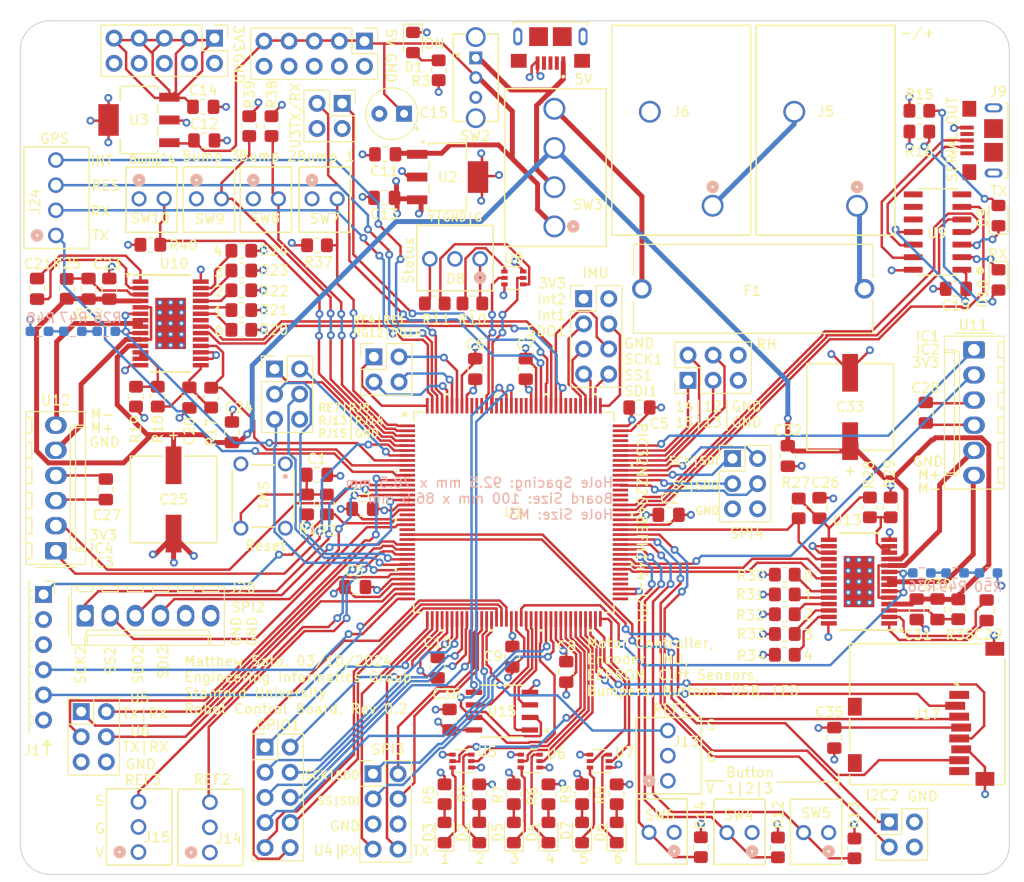
<source format=kicad_pcb>
(kicad_pcb (version 20221018) (generator pcbnew)
  (title_block (title "Main Robot Board") (date "2024-03-10") (rev "0.2") (company "satomm@stanford.edu") (comment 1 "Department of Civil and Environmental Engineering") (comment 2 "Engineering Informatics Group") (comment 3 "Stanford University") (comment 4 "Matthew Sato"))
  (layers (0 "F.Cu" signal) (1 "In1.Cu" power) (2 "In2.Cu" power) (31 "B.Cu" signal) (34 "B.Paste" user) (35 "F.Paste" user) (36 "B.SilkS" user "B.Silkscreen") (37 "F.SilkS" user "F.Silkscreen") (38 "B.Mask" user) (39 "F.Mask" user) (44 "Edge.Cuts" user))
  (net 0 "")
  (net 1 "GND")
  (net 2 "+3.3V")
  (net 3 "Net-(J1-Pin_1)")
  (net 4 "Net-(J1-Pin_4)")
  (net 5 "Net-(J1-Pin_5)")
  (net 7 "+5V")
  (net 8 "Net-(D1-A)")
  (net 9 "Net-(D2-K)")
  (net 10 "/Refl1")
  (net 11 "/Refl2")
  (net 12 "/Refl3")
  (net 15 "/SDA2")
  (net 16 "/SCL2")
  (net 17 "/RH0")
  (net 18 "/RH1")
  (net 19 "/RJ13")
  (net 20 "/RH2")
  (net 21 "/RJ14")
  (net 22 "/RH3")
  (net 23 "/RJ15")
  (net 24 "/RH12")
  (net 25 "/RK1")
  (net 26 "/RH13")
  (net 27 "Net-(D2-A)")
  (net 28 "Net-(D3-K)")
  (net 29 "Net-(D3-A)")
  (net 30 "Net-(D4-K)")
  (net 31 "Net-(D4-A)")
  (net 32 "Net-(D5-K)")
  (net 34 "/RK2")
  (net 35 "/U1RX")
  (net 39 "Net-(D8-A1)")
  (net 40 "Net-(D8-A2)")
  (net 41 "/RH14")
  (net 42 "/RK3")
  (net 43 "/RH15")
  (net 45 "/U1TX")
  (net 46 "/U2TX")
  (net 47 "Net-(D9-K)")
  (net 50 "/U2RX")
  (net 51 "/U3TX")
  (net 52 "/U3RX")
  (net 53 "/U4TX")
  (net 54 "/U4RX")
  (net 55 "/RA9")
  (net 56 "/RB10")
  (net 57 "/RA10")
  (net 58 "/U5TX")
  (net 61 "/U5RX")
  (net 62 "/U6TX")
  (net 63 "/U6RX")
  (net 64 "/Write Protect*")
  (net 65 "/Switch1")
  (net 66 "/RE4")
  (net 67 "/RG12")
  (net 68 "/RG14")
  (net 69 "/SCK3")
  (net 70 "/SDO3")
  (net 71 "/SS3*")
  (net 72 "/SDI3")
  (net 73 "/RE1")
  (net 74 "/SCK4")
  (net 75 "/SDO4")
  (net 76 "/Switch2")
  (net 77 "/Switch3")
  (net 78 "/SS4*")
  (net 79 "/SDI4")
  (net 80 "/SCK5")
  (net 81 "/SDO5")
  (net 82 "/SS5*")
  (net 83 "/SDI5")
  (net 84 "/SCK6")
  (net 85 "/SDO6")
  (net 86 "/SS6*")
  (net 87 "/SDI6")
  (net 88 "/IC4")
  (net 89 "/SCK2")
  (net 90 "/SDI2")
  (net 91 "/SDO2")
  (net 92 "/SS2*")
  (net 93 "/OC1")
  (net 94 "/IC2")
  (net 95 "/IC3")
  (net 96 "/IC1")
  (net 97 "/SCK1")
  (net 98 "/SDI1")
  (net 99 "/SDO1")
  (net 100 "/SS1*")
  (net 101 "/OC2")
  (net 102 "Net-(D5-A)")
  (net 103 "Net-(D6-A)")
  (net 104 "Net-(D7-A)")
  (net 105 "/Bump1")
  (net 106 "/Bump2")
  (net 107 "/Bump3")
  (net 108 "/Bump4")
  (net 109 "/LED1")
  (net 110 "/LED2")
  (net 111 "/LED3")
  (net 112 "/LED4")
  (net 113 "/LED5")
  (net 114 "/LED6")
  (net 115 "Net-(U8-S2)")
  (net 116 "Net-(U8-S1)")
  (net 117 "/IMU_INT1")
  (net 118 "/IMU_INT2")
  (net 119 "/GPS_INT")
  (net 120 "/GPS_Reset")
  (net 121 "/Status_Yellow")
  (net 122 "/Status_Green")
  (net 123 "Net-(F1-Pad1)")
  (net 125 "Vdrive")
  (net 126 "Net-(J5-Pin_1)")
  (net 127 "Net-(D9-A)")
  (net 128 "Net-(D10-K)")
  (net 129 "Net-(D10-A)")
  (net 130 "/Hold*")
  (net 131 "/USB_RST")
  (net 132 "Net-(U12-M+)")
  (net 133 "Net-(U12-M-)")
  (net 134 "Net-(U11-M+)")
  (net 135 "Net-(U11-M-)")
  (net 136 "/Fault1")
  (net 137 "Net-(R28-Pad2)")
  (net 138 "/MotorCurrent1")
  (net 139 "/Fault2")
  (net 140 "/MotorCurrent2")
  (net 141 "/Dir1")
  (net 142 "/Dir2")
  (net 143 "Net-(C1-Pad1)")
  (net 144 "Net-(J2-Pin_1)")
  (net 145 "Net-(U10-V3P3OUT)")
  (net 146 "Net-(U10-CP1)")
  (net 147 "Net-(U10-CP2)")
  (net 148 "Net-(U10-VCP)")
  (net 149 "Net-(U13-V3P3OUT)")
  (net 150 "Net-(U13-CP1)")
  (net 151 "Net-(U13-CP2)")
  (net 152 "Net-(U13-VCP)")
  (net 153 "Net-(D6-K)")
  (net 154 "Net-(J4-VBUS)")
  (net 158 "Net-(J5-Pin_2)")
  (net 160 "Net-(J9-D-)")
  (net 161 "Net-(J9-D+)")
  (net 167 "Net-(R18-Pad2)")
  (net 168 "Net-(U10-I0)")
  (net 169 "Net-(U10-I1)")
  (net 170 "Net-(U10-I2)")
  (net 171 "Net-(U10-I3)")
  (net 172 "Net-(U10-I4)")
  (net 173 "Net-(U13-I0)")
  (net 174 "Net-(U13-I1)")
  (net 175 "Net-(U13-I2)")
  (net 176 "Net-(U13-I3)")
  (net 177 "Net-(U13-I4)")
  (net 186 "Net-(D7-K)")
  (net 188 "/RE7")
  (net 189 "/RJ8")
  (net 201 "Net-(R26-Pad1)")
  (net 202 "Net-(R36-Pad1)")
  (net 203 "Net-(R47-Pad1)")
  (net 204 "Net-(R49-Pad1)")
  (footprint "LED_SMD:LED_0805_2012Metric_Pad1.15x1.40mm_HandSolder" (layer "F.Cu") (at 215.4 164.375 90)
    (fp_text reference "D5")
    (fp_text value "LED" hide)
  )
  (footprint "RobotLibrary:CONN_22232021_MOL" (layer "F.Cu") (at 189.06 100.3)
    (fp_text reference "SW8")
    (fp_text value "SW_SPST" hide)
  )
  (footprint "Capacitor_SMD:C_0805_2012Metric_Pad1.18x1.45mm_HandSolder" (layer "F.Cu") (at 207.7 147.7 -90)
    (fp_text reference "C10")
    (fp_text value "0.1 uF" hide)
  )
  (footprint "Resistor_SMD:R_0805_2012Metric_Pad1.20x1.40mm_HandSolder" (layer "F.Cu") (at 253.5 131.5 90)
    (fp_text reference "R29")
    (fp_text value "51k" hide)
  )
  (footprint "Capacitor_SMD:C_0805_2012Metric_Pad1.18x1.45mm_HandSolder" (layer "F.Cu") (at 202.3 100.2 180)
    (fp_text reference "C13")
    (fp_text value "4.7 uF" hide)
  )
  (footprint "Capacitor_SMD:C_0805_2012Metric_Pad1.18x1.45mm_HandSolder" (layer "F.Cu") (at 199.3625 139.55 180)
    (fp_text reference "C3")
    (fp_text value "0.1 uF" hide)
  )
  (footprint "Capacitor_SMD:C_0805_2012Metric_Pad1.18x1.45mm_HandSolder" (layer "F.Cu") (at 208.9 152.9625 -90)
    (fp_text reference "C36")
    (fp_text value "0.1 uF" hide)
  )
  (footprint "Capacitor_SMD:C_0805_2012Metric_Pad1.18x1.45mm_HandSolder" (layer "F.Cu") (at 257.05 121.925 -90)
    (fp_text reference "C28")
    (fp_text value "0.1 uF" hide)
  )
  (footprint "Capacitor_SMD:C_0805_2012Metric_Pad1.18x1.45mm_HandSolder" (layer "F.Cu") (at 216.6 117.5 90)
    (fp_text reference "C7")
    (fp_text value "0.1 uF" hide)
  )
  (footprint "Capacitor_SMD:C_0805_2012Metric_Pad1.18x1.45mm_HandSolder" (layer "F.Cu") (at 211.5 117.5 -90)
    (fp_text reference "C6")
    (fp_text value "0.1 uF" hide)
  )
  (footprint "Resistor_SMD:R_0805_2012Metric_Pad1.20x1.40mm_HandSolder" (layer "F.Cu") (at 242.8 144.3)
    (fp_text reference "R33")
    (fp_text value "0R" hide)
  )
  (footprint "Connector_Molex:Molex_KK-254_AE-6410-06A_1x06_P2.54mm_Vertical" (layer "F.Cu") (at 261.925 115.57 -90)
    (fp_text reference "U11")
    (fp_text value "Quad_Encoder_Motor" hide)
  )
  (footprint "RobotLibrary:CONN3_22232031_MOL" (layer "F.Cu") (at 177.45 166.35 90)
    (fp_text reference "J15")
    (fp_text value "Refl_PCB_Connect" hide)
  )
  (footprint "MountingHole:MountingHole_3.2mm_M3" (layer "F.Cu") (at 261.7 86)
    (fp_text reference "H2" hide)
    (fp_text value "MountingHole" hide)
  )
  (footprint "Connector_Molex:Molex_KK-254_AE-6410-06A_1x06_P2.54mm_Vertical" (layer "F.Cu") (at 169.1 135.89 90)
    (fp_text reference "U12")
    (fp_text value "Quad_Encoder_Motor" hide)
  )
  (footprint "Connector_PinSocket_2.54mm:PinSocket_1x06_P2.54mm_Horizontal" (layer "F.Cu") (at 167.85 140.3)
    (fp_text reference "J1")
    (fp_text value "SNAP Program" hide)
  )
  (footprint "Capacitor_SMD:C_0805_2012Metric_Pad1.18x1.45mm_HandSolder" (layer "F.Cu") (at 243.1 126.3 -90)
    (fp_text reference "C32")
    (fp_text value "0.1 uF" hide)
  )
  (footprint "Connector_PinHeader_2.54mm:PinHeader_2x02_P2.54mm_Vertical" (layer "F.Cu") (at 253.36 163.3)
    (fp_text reference "J18" hide)
    (fp_text value "Conn_02x02_Odd_Even" hide)
  )
  (footprint "Package_TO_SOT_SMD:SOT-363_SC-70-6" (layer "F.Cu") (at 217.05 157.15 180)
    (fp_text reference "U6")
    (fp_text value "GSF7002DW" hide)
  )
  (footprint "Resistor_SMD:R_0805_2012Metric_Pad1.20x1.40mm_HandSolder" (layer "F.Cu") (at 242.100128 165.875 90)
    (fp_text reference "R12")
    (fp_text value "1k" hide)
  )
  (footprint "RobotLibrary:CONN3_22232031_MOL" (layer "F.Cu") (at 184.6738 166.39 90)
    (fp_text reference "J14")
    (fp_text value "Refl_PCB_Connect" hide)
  )
  (footprint "RobotLibrary:CONN3_22232031_MOL" (layer "F.Cu") (at 211.99 106.3762 180)
    (fp_text reference "D8")
    (fp_text value "Status_LED" hide)
  )
  (footprint "Connector_PinHeader_2.54mm:PinHeader_2x05_P2.54mm_Vertical" (layer "F.Cu") (at 200.3 84.36 -90)
    (fp_text reference "J3" hide)
    (fp_text value "5V Supply" hide)
  )
  (footprint "Capacitor_SMD:C_0805_2012Metric_Pad1.18x1.45mm_HandSolder" (layer "F.Cu") (at 256.13125 141.8 -90)
    (fp_text reference "C31")
    (fp_text value "0.1 uF" hide)
  )
  (footprint "Capacitor_SMD:C_0805_2012Metric_Pad1.18x1.45mm_HandSolder" (layer "F.Cu") (at 174.5 109.4 90)
    (fp_text reference "C23")
    (fp_text value "0.1 uF" hide)
  )
  (footprint "Resistor_SMD:R_0805_2012Metric_Pad1.20x1.40mm_HandSolder" (layer "F.Cu") (at 251.4 131.5 -90)
    (fp_text reference "R28")
    (fp_text value "16k" hide)
  )
  (footprint "Capacitor_SMD:C_0805_2012Metric_Pad1.18x1.45mm_HandSolder" (layer "F.Cu") (at 215.25 146.6 90)
    (fp_text reference "C9")
    (fp_text value "0.1 uF" hide)
  )
  (footprint "Resistor_SMD:R_0805_2012Metric_Pad1.20x1.40mm_HandSolder" (layer "F.Cu") (at 178.65 104.95 180)
    (fp_text reference "R40")
    (fp_text value "1k" hide)
  )
  (footprint "RobotLibrary:PWP0028C_M" (layer "F.Cu") (at 180.7 112.899999)
    (fp_text reference "U10")
    (fp_text value "DRV8842PWPR" hide)
  )
  (footprint "Resistor_SMD:R_0805_2012Metric_Pad1.20x1.40mm_HandSolder" (layer "F.Cu") (at 208.4 160.5 -90)
    (fp_text reference "R5")
    (fp_text value "130R" hide)
  )
  (footprint "Connector_PinHeader_2.54mm:PinHeader_2x03_P2.54mm_Vertical" (layer "F.Cu") (at 233.01 118.65 90)
    (fp_text reference "J21" hide)
    (fp_text value "Conn_02x03_Odd_Even" hide)
  )
  (footprint "LED_SMD:LED_0805_2012Metric_Pad1.15x1.40mm_HandSolder" (layer "F.Cu") (at 211.9 164.375 90)
    (fp_text reference "D2")
    (fp_text value "LED" hide)
  )
  (footprint "RobotLibrary:SOIC127P600X175-14N" (layer "F.Cu") (at 258.24 103.66 180)
    (fp_text reference "U9")
    (fp_text value "MCP2221A-I_SL" hide)
  )
  (footprint "Capacitor_SMD:C_0805_2012Metric_Pad1.18x1.45mm_HandSolder" (layer "F.Cu") (at 220.7 148.13125 90)
    (fp_text reference "C8")
    (fp_text value "0.1 uF" hide)
  )
  (footprint "Resistor_SMD:R_0805_2012Metric_Pad1.20x1.40mm_HandSolder" (layer "F.Cu") (at 260.33125 141.8 -90)
    (fp_text reference "R35")
    (fp_text value "1M" hide)
  )
  (footprint "Resistor_SMD:R_0805_2012Metric_Pad1.20x1.40mm_HandSolder" (layer "F.Cu") (at 187.85 109.55 180)
    (fp_text reference "R22")
    (fp_text value "0R" hide)
  )
  (footprint "Connector_PinHeader_2.54mm:PinHeader_2x03_P2.54mm_Vertical" (layer "F.Cu") (at 237.51 126.56)
    (fp_text reference "J19" hide)
    (fp_text value "Conn_02x03_Odd_Even" hide)
  )
  (footprint "RobotLibrary:SPDT_OS102011_CNK" (layer "F.Cu") (at 211.55 86.05)
    (fp_text reference "SW2")
    (fp_text value "5V Bypass" hide)
  )
  (footprint "LED_SMD:LED_0805_2012Metric_Pad1.15x1.40mm_HandSolder" (layer "F.Cu") (at 208.4 164.375 90)
    (fp_text reference "D3")
    (fp_text value "LED" hide)
  )
  (footprint "Resistor_SMD:R_0805_2012Metric_Pad1.20x1.40mm_HandSolder" (layer "F.Cu") (at 218.9 160.5 -90)
    (fp_text reference "R6")
    (fp_text value "130R" hide)
  )
  (footprint "RobotLibrary:PWP0028C_M" (layer "F.Cu") (at 250.3 138.999999 180)
    (fp_text reference "U13")
    (fp_text value "DRV8842PWPR" hide)
  )
  (footprint "LED_SMD:LED_0805_2012Metric_Pad1.15x1.40mm_HandSolder" (layer "F.Cu") (at 205.2 84.5 -90)
    (fp_text reference "D1")
    (fp_text value "LED" hide)
  )
  (footprint "Capacitor_SMD:C_0805_2012Metric_Pad1.18x1.45mm_HandSolder" (layer "F.Cu") (at 263.2 141.9 90)
    (fp_text reference "C29")
    (fp_text value "0.01 uF" hide)
  )
  (footprint "Package_TO_SOT_SMD:SOT-363_SC-70-6" (layer "F.Cu") (at 224.05 157.15 180)
    (fp_text reference "U7")
    (fp_text value "GSF7002DW" hide)
  )
  (footprint "Resistor_SMD:R_0805_2012Metric_Pad1.20x1.40mm_HandSolder" (layer "F.Cu") (at 242.8 138.3)
    (fp_text reference "R30")
    (fp_text value "0R" hide)
  )
  (footprint "Resistor_SMD:R_0805_2012Metric_Pad1.20x1.40mm_HandSolder" (layer "F.Cu") (at 194.5 131.2 -90)
    (fp_text reference "R1")
    (fp_text value "10k" hide)
  )
  (footprint "Resistor_SMD:R_0805_2012Metric_Pad1.20x1.40mm_HandSolder" (layer "F.Cu") (at 170.2 109.4 90)
    (fp_text reference "R25")
    (fp_text value "1M" hide)
  )
  (footprint "Connector_Molex:Molex_KK-254_AE-6410-06A_1x06_P2.54mm_Vertical" (layer "F.Cu") (at 172.055 142.45)
    (fp_text reference "J20")
    (fp_text value "Conn_01x06" hide)
  )
  (footprint "Connector_PinHeader_2.54mm:PinHeader_2x04_P2.54mm_Vertical" (layer "F.Cu") (at 201.16 158.43)
    (fp_text reference "J8" hide)
    (fp_text value "Conn_02x04_Odd_Even" hide)
  )
  (footprint "Connector_PinHeader_2.54mm:PinHeader_2x05_P2.54mm_Vertical" (layer "F.Cu") (at 185.14 84.06 -90)
    (fp_text reference "J2" hide)
    (fp_text value "3.3V Supply" hide)
  )
  (footprint "Resistor_SMD:R_0805_2012Metric_Pad1.20x1.40mm_HandSolder" (layer "F.Cu") (at 242.8 142.3)
    (fp_text reference "R32")
    (fp_text value "0R" hide)
  )
  (footprint "Resistor_SMD:R_0805_2012Metric_Pad1.20x1.40mm_HandSolder" (layer "F.Cu") (at 256.4 93.5)
    (fp_text reference "R16")
    (fp_text value "130R" hide)
  )
  (footprint "Resistor_SMD:R_0805_2012Metric_Pad1.20x1.40mm_HandSolder" (layer "F.Cu") (at 215.4 160.5 -90)
    (fp_text reference "R7")
    (fp_text value "130R" hide)
  )
  (footprint "Connector_PinHeader_2.54mm:PinHeader_2x03_P2.54mm_Vertical" (layer "F.Cu") (at 171.66 152.15)
    (fp_text reference "J23" hide)
    (fp_text value "Conn_02x03_Odd_Even" hide)
  )
  (footprint "LED_SMD:LED_0805_2012Metric_Pad1.15x1.40mm_HandSolder" (layer "F.Cu") (at 264.4 108.5 -90)
    (fp_text reference "D10")
    (fp_text value "LED" hide)
  )
  (footprint "RobotLibrary:CONN_22232021_MOL" (layer "F.Cu") (at 231.610128 164.3512 180)
    (fp_text reference "SW6")
    (fp_text value "User_Button" hide)
  )
  (footprint "RobotLibrary:LQFP144_PL_MCH-M" (layer "F.Cu") (at 215.4 132)
    (fp_text reference "U1")
    (fp_text value "PIC32MZ2048EFH144-I/PL" hide)
  )
  (footprint "Resistor_SMD:R_0805_2012Metric_Pad1.20x1.40mm_HandSolder" (layer "F.Cu") (at 242.8 140.3)
    (fp_text reference "R31")
    (fp_text value "0R" hide)
  )
  (footprint "Resistor_SMD:R_0805_2012Metric_Pad1.20x1.40mm_HandSolder" (layer "F.Cu") (at 184.8 120.4 -90)
    (fp_text reference "R17")
    (fp_text value "10k" hide)
  )
  (footprint "Package_TO_SOT_SMD:SOT-363_SC-70-6" (layer "F.Cu") (at 210.15 157.15 180)
    (fp_text reference "U5")
    (fp_text value "GSF7002DW" hide)
  )
  (footprint "RobotLibrary:PCAP_8x10-ELECT_NCA-M" (layer "F.Cu") (at 249.4 121.3456 90)
    (fp_text reference "C33")
    (fp_text value "100 uF" hide)
  )
  (footprint "Resistor_SMD:R_0805_2012Metric_Pad1.20x1.40mm_HandSolder" (layer "F.Cu") (at 195.5 105 180)
    (fp_text reference "R37")
    (fp_text value "1k" hide)
  )
  (footprint "RobotLibrary:SOT-223_DIO-M" (layer "F.Cu") (at 208.7 98.1 -90)
    (fp_text reference "U2")
    (fp_text value "AP2114HA-3.3TRG1" hide)
  )
  (footprint "RobotLibrary:SO8N_4X5X1P27_STM-M" (layer "F.Cu") (at 214.2 152.1 180)
    (fp_text reference "U15")
    (fp_text value "M95M01-DFMN6TP" hide)
  )
  (footprint "RobotLibrary:AMPHENOL_10118193-0001LF" (layer "F.Cu") (at 263.9 94.4 90)
    (fp_text reference "J9")
    (fp_text value "USB_B_Micro" hide)
  )
  (footprint "Capacitor_SMD:C_0805_2012Metric_Pad1.18x1.45mm_HandSolder" (layer "F.Cu") (at 200.1 131.65 180)
    (fp_text reference "C4")
    (fp_text value "0.1 uF" hide)
  )
  (footprint "Resistor_SMD:R_0805_2012Metric_Pad1.20x1.40mm_HandSolder" (layer "F.Cu") (at 188.65 92.95 90)
    (fp_text reference "R39")
    (fp_text value "1k" hide)
  )
  (footprint "Resistor_SMD:R_0805_2012Metric_Pad1.20x1.40mm_HandSolder" (layer "F.Cu") (at 249.840128 165.975 90)
    (fp_text reference "R13")
    (fp_text value "1k" hide)
  )
  (footprint "Resistor_SMD:R_0805_2012Metric_Pad1.20x1.40mm_HandSolder" (layer "F.Cu") (at 190.9 92.95 90)
    (fp_text reference "R38")
    (fp_text value "1k" hide)
  )
  (footprint "Capacitor_SMD:C_0805_2012Metric_Pad1.18x1.45mm_HandSolder" (layer "F.Cu") (at 172.4 109.4 90)
    (fp_text reference "C22")
    (fp_text value "0.1 uF" hide)
  )
  (footprint "LED_SMD:LED_0805_2012Metric_Pad1.15x1.40mm_HandSolder" (layer "F.Cu") (at 218.9 164.375 90)
    (fp_text reference "D4")
    (fp_text value "LED" hide)
  )
  (footprint "RobotLibrary:CONN_22232021_MOL" (layer "F.Cu") (at 177.51 100.3)
    (fp_text reference "SW10")
    (fp_text value "SW_SPST" hide)
  )
  (footprint "RobotLibrary:CONN_22232021_MOL" (layer "F.Cu") (at 239.490128 164.375 180)
    (fp_text reference "SW4")
    (fp_text value "User_Button" hide)
  )
  (footprint "RobotLibrary:CONN_22232021_MOL" (layer "F.Cu") (at 247.230128 164.375 180)
    (fp_text reference "SW5")
    (fp_text value "User_Button" hide)
  )
  (footprint "Connector_PinHeader_2.54mm:PinHeader_2x02_P2.54mm_Vertical" (layer "F.Cu") (at 201.25 116.275)
    (fp_text reference "J25" hide)
    (fp_text value "Conn_02x02_Odd_Even" hide)
  )
  (footprint "Resistor_SMD:R_0805_2012Metric_Pad1.20x1.40mm_HandSolder" (layer "F.Cu") (at 234.310128 165.8512 90)
    (fp_text reference "R14")
    (fp_text value "1k" hide)
  )
  (footprint "Capacitor_SMD:C_0805_2012Metric_Pad1.18x1.45mm_HandSolder" (layer "F.Cu") (at 182.6 120.4 -90)
    (fp_text reference "C20")
    (fp_text value "0.47 uF" hide)
  )
  (footprint "RobotLibrary:SW_B3F-1000_OMR" (layer "F.Cu") (at 192.300001 127.099998 -90)
    (fp_text reference "SW1")
    (fp_text value "Reset")
  )
  (footprint "Connector_PinHeader_2.54mm:PinHeader_2x04_P2.54mm_Vertical" (layer "F.Cu") (at 222.46 110.4)
    (fp_text reference "J26" hide)
    (fp_text value "Conn_02x04_Odd_Even" hide)
  )
  (footprint "Resistor_SMD:R_0805_2012Metric_Pad1.20x1.40mm_HandSolder" (layer "F.Cu") (at 207.8 87.3 90)
    (fp_text reference "R3")
    (fp_text value "130R" hide)
  )
  (footprint "Capacitor_SMD:C_0805_2012Metric_Pad1.18x1.45mm_HandSolder" (layer "F.Cu") (at 186.9 123.9 90)
    (fp_text reference "C24")
    (fp_text value "0.1 uF" hide)
  )
  (footprint "Resistor_SMD:R_0805_2012Metric_Pad1.20x1.40mm_HandSolder" (layer "F.Cu") (at 187.85 113.55 180)
    (fp_text reference "R20")
    (fp_text value "0R" hide)
  )
  (footprint "Capacitor_SMD:C_0805_2012Metric_Pad1.18x1.45mm_HandSolder" (layer "F.Cu") (at 228.1 121.4 180)
    (fp_text reference "C5")
    (fp_text value "0.1 uF" hide)
  )
  (footprint "Resistor_SMD:R_0805_2012Metric_Pad1.20x1.40mm_HandSolder" (layer "F.Cu") (at 244.2 131.6 90)
    (fp_text reference "R27")
    (fp_text value "10k" hide)
  )
  (footprint "Package_TO_SOT_SMD:SOT-363_SC-70-6" (layer "F.Cu") (at 215.4 108.3)
    (fp_text reference "U8")
    (fp_text value "GSF7002DW" hide)
  )
  (footprint "RobotLibrary:26-60-4040_MOL" (layer "F.Cu") (at 219.5 103.0872 90)
    (fp_text reference "SW3")
    (fp_text value "All Power Switch" hide)
  )
  (footprint "Resistor_SMD:R_0805_2012Metric_Pad1.20x1.40mm_HandSolder" (layer "F.Cu") (at 179.4 120.3 90)
    (fp_text reference "R18")
    (fp_text value "16k" hide)
  )
  (footprint "LED_SMD:LED_0805_2012Metric_Pad1.15x1.40mm_HandSolder" (layer "F.Cu") (at 225.8 164.375 90)
    (fp_text reference "D6")
    (fp_text value "LED" hide)
  )
  (footprint "Capacitor_SMD:C_0805_2012Metric_Pad1.18x1.45mm_HandSolder" (layer "F.Cu") (at 195.5 128.2)
    (fp_text reference "C1")
    (fp_text value "0.1 uF" hide)
  )
  (footprint "Capacitor_THT:CP_Radial_Tantal_D5.0mm_P2.50mm" (layer "F.Cu") (at 204.305113 91.7 180)
    (fp_text reference "C15")
    (fp_text value "10 uF" hide)
  )
  (footprint "Capacitor_SMD:C_0805_2012Metric_Pad1.18x1.45mm_HandSolder" (layer "F.Cu") (at 184 91)
    (fp_text reference "C14")
    (fp_text value "4.7 uF" hide)
  )
  (footprint "LED_SMD:LED_0805_2012Metric_Pad1.15x1.40mm_HandSolder" (layer "F.Cu") (at 222.3 164.375 90)
    (fp_text reference "D7")
    (fp_text value "LED" hide)
  )
  (footprint "Resistor_SMD:R_0805_2012Metric_Pad1.20x1.40mm_HandSolder" (layer "F.Cu") (at 211.9 160.5 -90)
    (fp_text reference "R4")
    (fp_text value "130R" hide)
  )
  (footprint "Resistor_SMD:R_0805_2012Metric_Pad1.20x1.40mm_HandSolder" (layer "F.Cu") (at 207.41 110.8762)
    (fp_text reference "R11")
    (fp_text value "130R" hide)
  )
  (footprint "Capacitor_SMD:C_0805_2012Metric_Pad1.18x1.45mm_HandSolder" (layer "F.Cu") (at 258.23125 141.8 90)
    (fp_text reference "C30")
    (fp_text value "0.1 uF" hide)
  )
  (footprint "Resistor_SMD:R_0805_2012Metric_Pad1.20x1.40mm_HandSolder" (layer "F.Cu") (at 196.5 131.2 90)
    (fp_text reference "R2")
    (fp_text value "1k" hide)
  )
  (footprint "RobotLibrary:SOT-223_DIO-M" (layer "F.Cu") (at 177.5 92.3285 90)
    (fp_text reference "U3")
    (fp_text value "AP2114HA-3.3TRG1" hide)
  )
  (footprint "Capacitor_SMD:C_0805_2012Metric_Pad1.18x1.45mm_HandSolder" (layer "F.Cu") (at 184.1 94.4)
    (fp_text reference "C12")
    (fp_text value "4.7 uF" hide)
  )
  (footprint "RobotLibrary:FUSE_4628" (layer "F.Cu") (at 239.6 109.4)
    (fp_text reference "F1")
    (fp_text value "5A Fuse" hide)
  )
  (footprint "Resistor_SMD:R_0805_2012Metric_Pad1.20x1.40mm_HandSolder" (layer "F.Cu") (at 242.8 146.4)
    (fp_text reference "R34")
    (fp_text value "0R" hide)
  )
  (footprint "Resistor_SMD:R_0805_2012Metric_Pad1.20x1.40mm_HandSolder" (layer "F.Cu") (at 225.8 160.5 -90)
    (fp_text reference "R8")
    (fp_text value "130R" hide)
  )
  (footprint "RobotLibrary:CONN3_22232031_MOL" (layer "F.Cu") (at 230.9738 159.14 90)
    (fp_text reference "J13")
    (fp_text value "Refl_PCB_Connect" hide)
  )
  (footprint "RobotLibrary:CONN_22232021_MOL" (layer "F.Cu") (at 183.31 100.3)
    (fp_text reference "SW9")
    (fp_text value "SW_SPST" hide)
  )
  (footprint "Capacitor_SMD:C_0805_2012Metric_Pad1.18x1.45mm_HandSolder" (layer "F.Cu") (at 247.8 154.8 90)
    (fp_text reference "C35")
    (fp_text value "0.1 uF" hide)
  )
  (footprint "Capacitor_SMD:C_0805_2012Metric_Pad1.18x1.45mm_HandSolder" (layer "F.Cu") (at 260.1 109.4 180)
    (fp_text reference "C19")
    (fp_text value "0.1 uF" hide)
  )
  (footprint "RobotLibrary:CONN_1017514" (layer "F.Cu") (at 235.5 101 180)
    (fp_text reference "J6")
    (fp_text value "Battery1" hide)
  )
  (footprint "RobotLibrary:CONN_22232021_MOL" (layer "F.Cu") (at 195 100.3)
    (fp_text reference "SW7")
    (fp_text value "SW_SPST" hide)
  )
  (footprint "Capacitor_SMD:C_0805_2012Metric_Pad1.18x1.45mm_HandSolder" (layer "F.Cu") (at 174.15 129.67 90)
    (fp_text reference "C27")
    (fp_text value "0.1 uF" hide)
  )
  (footprint "Resistor_SMD:R_0805_2012Metric_Pad1.20x1.40mm_HandSolder" (layer "F.Cu") (at 256.4 91.4)
    (fp_text reference "R15")
    (fp_text value "130R" hide)
  )
  (footprint "Capacitor_SMD:C_0805_2012Metric_Pad1.18x1.45mm_HandSolder" (layer "F.Cu") (at 167.2 109.4 -90)
    (fp_text reference "C21")
    (fp_text value "0.01 uF" hide)
  )
  (footprint "Resistor_SMD:R_0805_2012Metric_Pad1.20x1.40mm_HandSolder" (layer "F.Cu") (at 211.21 110.8762 180)
    (fp_text reference "R10")
    (fp_text value "130R" hide)
  )
  (footprint "LED_SMD:LED_0805_2012Metric_Pad1.15x1.40mm_HandSolder" (layer "F.Cu") (at 264.4 102 90)
    (fp_text reference "D9")
    (fp_text value "LED" hide)
  )
  (footprint "RobotLibrary:AMPHENOL_10118193-0001LF" (layer "F.Cu") (at 219.1 83.9 180)
    (fp_text reference "J4" hide)
    (fp_text value "USB_B_Micro" hide)
  )
  (footprint "Resistor_SMD:R_0805_2012Metric_Pad1.20x1.40mm_HandSolder" (layer "F.Cu") (at 187.85 107.55 180)
    (fp_text reference "R23")
    (fp_text value "0R" hide)
  )
  (footprint "RobotLibrary:CONN_22-23-2041_MOL" (layer "F.Cu") (at 169.1 104 90)
    (fp_text reference "J24")
    (fp_text value "Conn_01x04" hide)
  )
  (footprint "Capacitor_SMD:C_0805_2012Metric_Pad1.18x1.45mm_HandSolder" (layer "F.Cu") (at 231.05 132.25 180)
    (fp_text reference "C2")
    (fp_text value "0.1 uF" hide)
  )
  (footprint "Resistor_SMD:R_0805_2012Metric_Pad1.20x1.40mm_HandSolder" (layer "F.Cu") (at 187.85 105.55 180)
    (fp_text reference "R24")
    (fp_text value "0R" hide)
  )
  (footprint "Resistor_SMD:R_0805_2012Metric_Pad1.20x1.40mm_HandSolder" (layer "F.Cu") (at 222.3 160.5 -90)
    (fp_text reference "R9")
    (fp_text value "130R" hide)
  )
  (footprint "Resistor_SMD:R_0805_2012Metric_Pad1.20x1.40mm_HandSolder" (layer "F.Cu") (at 187.85 111.55 180)
    (fp_text reference "R21")
    (fp_text value "0R" hide)
  )
  (footprint "Resistor_SMD:R_0805_2012Metric_Pad1.20x1.40mm_HandSolder" (layer "F.Cu") (at 177.2 120.3 -90)
    (fp_text reference "R19")
    (fp_text value "51k" hide)
  )
  (footprint "Connector_PinHeader_2.54mm:PinHeader_2x05_P2.54mm_Vertical" (layer "F.Cu") (at 190.25 155.74)
    (fp_text reference "J7" hide)
    (fp_text value "GPIO1" hide)
  )
  (footprint "MountingHole:MountingHole_3.2mm_M3" (layer "F.Cu") (at 261.7 164.5)
    (fp_text reference "H4" hide)
    (fp_text value "MountingHole" hide)
  )
  (footprint "RobotLibrary:PCAP_8x10-ELECT_NCA-M" (layer "F.Cu") (at 181 130.6953 -90)
    (fp_text reference "C25")
    (fp_text value "100 uF" hide)
  )
  (footprint "RobotLibrary:MEM2061-01-188-00-A_GCT" (layer "F.Cu") (at 257.2 152.4 90)
    (fp_text reference "J17")
    (fp_text value "MEM2061-01-188-00-A" hide)
  )
  (footprint "MountingHole:MountingHole_3.2mm_M3" (layer "F.Cu") (at 169.2 86)
    (fp_text reference "H1" hide)
    (fp_text value "MountingHole" hide)
  )
  (footprint "Capacitor_SMD:C_0805_2012Metric_Pad1.18x1.45mm_HandSolder" (layer "F.Cu") (at 202.4 95.8 180)
    (fp_text reference "C11")
    (fp_text value "4.7 uF" hide)
  )
  (footprint "Connector_PinHeader_2.54mm:PinHeader_2x03_P2.54mm_Vertical" (layer "F.Cu") (at 191.21 117.51)
    (fp_text reference "J16" hide)
    (fp_text value "Conn_02x03_Odd_Even" hide)
  )
  (footprint "MountingHole:MountingHole_3.2mm_M3" (layer "F.Cu") (at 169.3 164.5)
    (fp_text reference "H3" hide)
    (fp_text value "MountingHole" hide)
  )
  (footprint "Capacitor_SMD:C_0805_2012Metric_Pad1.18x1.45mm_HandSolder" (layer "F.Cu") (at 246.3 131.5625 90)
    (fp_text reference "C26")
    (fp_text value "0.47 uF" hide)
  )
  (footprint "RobotLibrary:CONN_1017514" (layer "F.Cu") (at 250.1 100.999999 180)
    (fp_text reference "J5")
    (fp_text value "Battery1" hide)
  )
  (footprint "Connector_PinHeader_2.54mm:PinHeader_2x02_P2.54mm_Vertical" (layer "F.Cu") (at 198.05 90.65 -90)
    (fp_text reference "J22" hide)
    (fp_text value "Conn_02x02_Odd_Even" hide)
  )
  (footprint "Resistor_SMD:R_0603_1608Metric_Pad0.98x0.95mm_HandSolder" (layer "B.Cu") (at 260.0125 138.125 180)
    (fp_text reference "R49")
    (fp_text value "0.1R" hide)
  )
  (footprint "Resistor_SMD:R_0603_1608Metric_Pad0.98x0.95mm_HandSolder" (layer "B.Cu") (at 174.1875 113.7)
    (fp_text reference "R26")
    (fp_text value "0.1R" hide)
  )
  (footprint "Resistor_SMD:R_0603_1608Metric_Pad0.98x0.95mm_HandSolder" (layer "B.Cu") (at 256.65 138.125 180)
    (fp_text reference "R36")
    (fp_text value "0.1R" hide)
  )
  (footprint "Resistor_SMD:R_0603_1608Metric_Pad0.98x0.95mm_HandSolder" (layer "B.Cu") (at 170.8125 113.7)
    (fp_text reference "R47")
    (fp_text value "0.1R" hide)
  )
  (footprint "Resistor_SMD:R_0603_1608Metric_Pad0.98x0.95mm_HandSolder" (layer "B.Cu") (at 167.4375 113.7)
    (fp_text reference "R48")
    (fp_text value "0.05 R" hide)
  )
  (footprint "Resistor_SMD:R_0603_1608Metric_Pad0.98x0.95mm_HandSolder" (layer "B.Cu") (at 263.3875 138.125 180)
    (fp_text reference "R50")
    (fp_text value "0.05 R" hide)
  )
  (gr_line (start 248.25 159.25) (end 248.25 160) (stroke (width 0.15)) (layer "F.SilkS"))
  (gr_line (start 167.8 155.55) (end 168.2 155.55) (stroke (width 0.15)) (layer "F.SilkS"))
  (gr_line (start 168.2 156.55) (end 168.2 155.05) (stroke (width 0.15)) (layer "F.SilkS"))
  (gr_line (start 248.25 159.25) (end 248.25 158.5) (stroke (width 0.15)) (layer "F.SilkS"))
  (gr_line (start 242 159.25) (end 248.25 159.25) (stroke (width 0.15)) (layer "F.SilkS"))
  (gr_line (start 168.2 155.05) (end 167.8 155.55) (stroke (width 0.15)) (layer "F.SilkS"))
  (gr_line (start 168.6 155.55) (end 168.2 155.55) (stroke (width 0.15)) (layer "F.SilkS"))
  (gr_line (start 236.65 159.15) (end 234.75 159.15) (stroke (width 0.15)) (layer "F.SilkS"))
  (gr_line (start 168.2 155.05) (end 168.6 155.55) (stroke (width 0.15)) (layer "F.SilkS"))
  (gr_arc (start 165.5 85.3) (mid 166.37868 83.17868) (end 168.5 82.3) (stroke (width 0.1)) (layer "Edge.Cuts"))
  (gr_line (start 265.5 85.3) (end 265.5 165.6) (stroke (width 0.1)) (layer "Edge.Cuts"))
  (gr_arc (start 265.5 165.6) (mid 264.62132 167.72132) (end 262.5 168.6) (stroke (width 0.1)) (layer "Edge.Cuts"))
  (gr_arc (start 168.5 168.6) (mid 166.37868 167.72132) (end 165.5 165.6) (stroke (width 0.1)) (layer "Edge.Cuts"))
  (gr_line (start 262.5 168.6) (end 168.5 168.6) (stroke (width 0.1)) (layer "Edge.Cuts"))
  (gr_line (start 168.5 82.3) (end 262.5 82.3) (stroke (width 0.1)) (layer "Edge.Cuts"))
  (gr_arc (start 262.5 82.3) (mid 264.62132 83.17868) (end 265.5 85.3) (stroke (width 0.1)) (layer "Edge.Cuts"))
  (gr_line (start 165.5 165.6) (end 165.5 85.3) (stroke (width 0.1)) (layer "Edge.Cuts"))
  (gr_text "Hole Spacing: 92.5 mm x 78.5 mm\nBoard Size: 100 mm x 86.5 mm\nHole Size: M3" (at 225.55 132.8) (layer "B.SilkS") (effects (font (size 1 1)) (justify left bottom mirror)))
  (gr_text "SERIAL OUT" (at 260.3 98.7 90) (layer "F.SilkS") (effects (font (size 1 1)) (justify left bottom)))
  (gr_text "GND" (at 176.05 158.05) (layer "F.SilkS") (effects (font (size 1 1)) (justify left bottom)))
  (gr_text "REF3" (at 175.95 159.65) (layer "F.SilkS") (effects (font (size 1 1)) (justify left bottom)))
  (gr_text "3V3\nInt2\nInt1\nSDO1" (at 220.77 114.27) (layer "F.SilkS") (effects (font (size 1 1)) (justify right bottom)))
  (gr_text "5V" (at 202.4 83 -90) (layer "F.SilkS") (effects (font (size 1 1)) (justify left bottom)))
  (gr_text " U5 \nTX|RX" (at 175.7 152.95) (layer "F.SilkS") (effects (font (size 1 1)) (justify left bottom)))
  (gr_text "GND" (at 255.675 127.45) (layer "F.SilkS") (effects (font (size 1 1)) (justify left bottom)))
  (gr_text "Bump 4" (at 176.4 96.8) (layer "F.SilkS") (effects (font (size 0.8 0.8)) (justify left bottom)))
  (gr_text "M+" (at 172.475 124.075) (layer "F.SilkS") (effects (font (size 1 1)) (justify left bottom)))
  (gr_text "IC4" (at 172.425 136.225) (layer "F.SilkS") (effects (font (size 1 1)) (justify left bottom)))
  (gr_text "Bump 3" (at 181.75 96.55) (layer "F.SilkS") (effects (font (size 1 1)) (justify left bottom)))
  (gr_text "0" (at 244.575 139.025) (layer "F.SilkS") (effects (font (size 1 1)) (justify left bottom)))
  (gr_text "REF2" (at 182.95 159.6) (layer "F.SilkS") (effects (font (size 1 1)) (justify left bottom)))
  (gr_text "5V" (at 221.45 88.8) (layer "F.SilkS") (effects (font (size 1 1)) (justify left bottom)))
  (gr_text "Reset" (at 188.15 135.949999) (layer "F.SilkS") (effects (font (size 1 1)) (justify left bottom)))
  (gr_text "GND\nGND" (at 189.525 145.675 90) (layer "F.SilkS") (effects (font (size 1 1)) (justify left bottom)))
  (gr_text "Matthew Sato, 03/10/2024\nEngineering Informatics Group\nStanford University\nRobot Control Board, Rev 0.2\n\n" (at 181.975 154.075) (layer "F.SilkS") (effects (font (size 1 1)) (justify left bottom)))
  (gr_text "SPI4" (at 237.15 134.7) (layer "F.SilkS") (effects (font (size 1 1)) (justify left bottom)))
  (gr_text "SPI2" (at 186.75 142.175) (layer "F.SilkS") (effects (font (size 1 1)) (justify left bottom)))
  (gr_text "RX" (at 197.7 166.85) (layer "F.SilkS") (effects (font (size 1 1)) (justify left bottom)))
  (gr_text "2" (at 185.025 110.225) (layer "F.SilkS") (effects (font (size 1 1)) (justify left bottom)))
  (gr_text "INT" (at 172.5 97.05) (layer "F.SilkS") (effects (font (size 1 1)) (justify left bottom)))
  (gr_text "RX" (at 172.55 102.15) (layer "F.SilkS") (effects (font (size 1 1)) (justify left bottom)))
  (gr_text "V" (at 173 167.05) (layer "F.SilkS") (effects (font (size 1 1)) (justify left bottom)))
  (gr_text "IC2" (at 255.95 116.125) (layer "F.SilkS") (effects (font (size 1 1)) (justify left bottom)))
  (gr_text "SS|SDI" (at 195.45 161.65) (layer "F.SilkS") (effects (font (size 0.8 0.8)) (justify left bottom)))
  (gr_text "Button\n1|2|3" (at 236.75 160.5) (layer "F.SilkS") (effects (font (size 1 1)) (justify left bottom)))
  (gr_text "-/+" (at 254.35 84.1) (layer "F.SilkS") (effects (font (size 1 1)) (justify left bottom)))
  (gr_text "0" (at 185 114.275) (layer "F.SilkS") (effects (font (size 1 1)) (justify left bottom)))
  (gr_text "M-" (at 172.475 122.675) (layer "F.SilkS") (effects (font (size 1 1)) (justify left bottom)))
  (gr_text "M+" (at 256.15 128.75) (layer "F.SilkS") (effects (font (size 1 1)) (justify left bottom)))
  (gr_text "14|12|GND\n15|13|GND" (at 231.6 123.5) (layer "F.SilkS") (effects (font (size 1 1)) (justify left bottom)))
  (gr_text "Status" (at 205.35 109 90) (layer "F.SilkS") (effects (font (size 1 1)) (justify left bottom)))
  (gr_text "3V3" (at 187 82.6 270) (layer "F.SilkS") (effects (font (size 1 1)) (justify left bottom)))
  (gr_text "4" (at 244.6 147.025) (layer "F.SilkS") (effects (font (size 1 1)) (justify left bottom)))
  (gr_text "S\n\nG\n\nV" (at 234.75 160.55) (layer "F.SilkS") (effects (font (size 1 1)) (justify left bottom)))
  (gr_text "3" (at 214.9 167.6) (layer "F.SilkS") (effects (font (size 1 1)) (justify left bottom)))
  (gr_text "GND" (at 202.4 85.44 -90) (layer "F.SilkS") (effects (font (size 1 1)) (justify left bottom)))
  (gr_text "RH" (at 239.83 115.61) (layer "F.SilkS") (effects (font (size 1 1)) (justify left bottom)))
  (gr_text "SCK|SDI" (at 230.95 127.25) (layer "F.SilkS") (effects (font (size 0.8 0.8)) (justify left bottom)))
  (gr_text "5" (at 221.9 167.6) (layer "F.SilkS") (effects (font (size 1 1)) (justify left bottom)))
  (gr_text "RE7|RJ8\nRJ13|RJ14\nRJ15|GND" (at 195.525 124.475) (layer "F.SilkS") (effects (font (size 0.8 0.8)) (justify left bottom)))
  (gr_text "ON" (at 206.2 85.2) (layer "F.SilkS") (effects (font (size 1 1)) (justify left bottom)))
  (gr_text "GND" (at 233.65 132.3) (layer "F.SilkS") (effects (font (size 0.8 0.8)) (justify left bottom)))
  (gr_text "3V3" (at 255.575 117.45) (layer "F.SilkS") (effects (font (size 1 1)) (justify left bottom)))
  (gr_text "REF1" (at 229.35 152.5) (layer "F.SilkS") (effects (font (size 1 1)) (justify left bottom)))
  (gr_text "Motor Controller,\nEncoder, IMU, \nEEPROM, Cliff Sensors,\nBumpers, Buttons, USB, LED" (at 222.65 150.65) (layer "F.SilkS") (effects (font (size 1 1)) (justify left bottom)))
  (gr_text "TX" (at 172.65 104.6) (layer "F.SilkS") (effects (font (size 1 1)) (justify left bottom)))
  (gr_text "PIC32MZ2048EFH144-I/PL" (at 227.75 122.85 -90) (layer "F.SilkS") (effects (font (size 1 1)) (justify left bottom)))
  (gr_text "IC1" (at 255.925 114.8) (layer "F.SilkS") (effects (font (size 1 1)) (justify left bottom)))
  (gr_text "4" (at 184.9 106.175) (layer "F.SilkS") (effects (font (size 1 1)) (justify left bottom)))
  (gr_text "SS|SDO" (at 231.35 129.75) (layer "F.SilkS") (effects (font (size 0.8 0.8)) (justify left bottom)))
  (gr_text "U4|" (at 195.05 166.8) (layer "F.SilkS") (effects (font (size 1 1)) (justify left bottom)))
  (gr_text "RE4|RE1\nRG12|RG14" (at 199.025 114.325) (layer "F.SilkS") (effects (font (size 0.8 0.8)) (justify left bottom)))
  (gr_text "Bump 2" (at 187.5 96.55) (layer "F.SilkS") (effects (font (size 1 1)) (justify left bottom)))
  (gr_text "Y|GND|G" (at 206.65 102.65) (layer "F.SilkS") (effects (font (size 0.8 0.8)) (justify left bottom)))
  (gr_text "GPIO1" (at 189.25 154.1) (layer "F.SilkS") (effects (font (size 1 1)) (justify left bottom)))
  (gr_text "GND" (at 196.7 164.3) (layer "F.SilkS") (effects (font (size 1 1)) (justify left bottom)))
  (gr_text "2" (at 244.625 142.925) (layer "F.SilkS") (effects (font (size 1 1)) (justify left bottom)))
  (gr_text "IC3" (at 172.45 137.675) (layer "F.SilkS") (effects (font (size 1 1)) (justify left bottom)))
  (gr_text "M-" (at 256.125 130.175) (layer "F.SilkS") (effects (font (size 1 1)) (justify left bottom)))
  (gr_text "GND" (at 172.4 125.5) (layer "F.SilkS") (effects (font (size 1 1)) (justify left bottom)))
  (gr_text "GPS" (at 167.4 94.8) (layer "F.SilkS") (effects (font (size 1 1)) (justify left bottom)))
  (gr_text "4" (at 218.5 167.6) (layer "F.SilkS") (effects (font (size 1 1)) (justify left bottom)))
  (gr_text "G" (at 172.95 164.55) (layer "F.SilkS") (effects (font (size 1 1)) (justify left bottom)))
  (gr_text "TX" (at 205.05 166.8) (layer "F.SilkS") (effects (font (size 1 1)) (justify left bottom)))
  (gr_text "6" (at 225.4 167.6) (layer "F.SilkS") (effects (font (size 1 1)) (justify left bottom)))
  (gr_text "GND\nSCK1\nSS1\nSDI1" (at 226.45 120.33) (layer "F.SilkS") (effects (font (size 1 1)) (justify left bottom)))
  (gr_text "1" (at 244.6 140.95) (layer "F.SilkS") (effects (font (size 1 1)) (justify left bottom)))
  (gr_text "1" (at 184.95 112.25) (layer "F.SilkS") (effects (font (size 1 1)) (justify left bottom)))
  (gr_text "RES" (at 172.6 99.55) (layer "F.SilkS") (effects (font (size 1 1)) (justify left bottom)))
  (gr_text "SCK|SDO" (at 194.15 159.05) (layer "F.SilkS") (effects (font (size 0.8 0.8)) (justify left bottom)))
  (gr_text "Bump 1" (at 193.35 96.6) (layer "F.SilkS") (effects (font (size 1 1)) (justify left bottom)))
  (gr_text "SPI3" (at 200.9 156.55) (layer "F.SilkS") (effects (font (size 1 1)) (justify left bottom)))
  (gr_text "S" (at 172.95 161.75) (layer "F.SilkS") (effects (font (size 1 1)) (justify left bottom)))
  (gr_text " U6\nTX|RX" (at 175.75 156.3) (layer "F.SilkS") (effects (font (size 1 1)) (justify left bottom)))
  (gr_text "RX" (at 263.25 106.5) (layer "F.SilkS") (effects (font (size 1 1)) (justify left bottom)))
  (gr_text "TX" (at 263.5 100.1) (layer "F.SilkS") (effects (font (size 1 1)) (justify left bottom)))
  (gr_text "I2C2" (at 250.85 161.2) (layer "F.SilkS") (effects (font (size 1 1)) (justify left bottom)))
  (gr_text "3V3" (at 172.425 134.9) (layer "F.SilkS") (effects (font (size 1 1)) (justify left bottom)))
  (gr_text "SDI2" (at 180.55 148.95 90) (layer "F.SilkS") (effects (font (size 1 1)) (justify left bottom)))
  (gr_text "3" (at 244.6 144.975) (layer "F.SilkS") (effects (font (size 1 1)) (justify left bottom)))
  (gr_text "GND" (at 187 85.5 -90) (layer "F.SilkS") (effects (font (size 1 1)) (justify left bottom)))
  (gr_text "3" (at 185 108.3) (layer "F.SilkS") (effects (font (size 1 1)) (justify left bottom)))
  (gr_text "SDO2" (at 178 149.475 90) (layer "F.SilkS") (effects (font (size 1 1)) (justify left bottom)))
  (gr_text "SCK2" (at 172.2 149.475 90) (layer "F.SilkS") (effects (font (size 1 1)) (justify left bottom)))
  (gr_text "GND" (at 255.1 161.3) (layer "F.SilkS") (effects (font (size 1 1)) (justify left bottom)))
  (gr_text "1" (at 207.9 167.6) (layer "F.SilkS") (effects (font (size 1 1)) (justify left bottom)))
  (gr_text "IMU" (at 223.675 108.4) (layer "F.SilkS") (effects (font (size 1 1)) (justify bottom)))
  (gr_text "U3TX/RX" (at 193.9 95.35 90) (layer "F.SilkS") (effects (font (size 1 1)) (justify left bottom)))
  (gr_text "SS2" (at 175.2 148.5 90) (layer "F.SilkS") (effects (font (size 1 1)) (justify left bottom)))
  (gr_text "2" (at 211.4 167.6) (layer "F.SilkS") (effects (font (size 1 1)) (justify left bottom)))
  (segment (start 227.8 139.75) (end 228.05 140) (width 0.25) (layer "F.Cu") (net 1))
  (segment (start 234.310128 164.8512) (end 234.310128 163.505) (width 0.25) (layer "F.Cu") (net 1))
  (segment (start 174.0125 128.77) (end 173.5125 128.27) (width 0.25) (layer "F.Cu") (net 1))
  (segment (start 253.5 130.5) (end 253.5 129.3) (width 0.25) (layer "F.Cu") (net 1))
  (segment (start 206.0242 98) (end 204.6 98) (width 0.25) (layer "F.Cu") (net 1))
  (segment (start 244.4625 127.3375) (end 243.4 127.3375) (width 0.25) (layer "F.Cu") (net 1))
  (segment (start 217.7 149.25) (end 217.02575 149.92425) (width 0.25) (layer "F.Cu") (net 1))
  (segment (start 177.2 121.6) (end 178.05 122.45) (width 0.25) (layer "F.Cu") (net 1))
  (segment (start 216.925501 119.6) (end 216.6 119.274499) (width 0.25) (layer "F.Cu") (net 1))
  (segment (start 211.5 118.4375) (end 211.5 119.5) (width 0.25) (layer "F.Cu") (net 1))
  (segment (start 249.4 117.6) (end 251.4 115.6) (width 0.25) (layer "F.Cu") (net 1))
  (segment (start 189.575 90.975) (end 189.575 90.55) (width 0.25) (layer "F.Cu") (net 1))
  (segment (start 200.4 139.55) (end 201.2625 139.55) (width 0.25) (layer "F.Cu") (net 1))
  (segment (start 179.151654 136.25) (end 178.9 136.25) (width 0.5) (layer "F.Cu") (net 1))
  (segment (start 212.1758 98) (end 212.1758 100.4242) (width 0.25) (layer "F.Cu") (net 1))
  (segment (start 249.840128 164.975) (end 249.840128 163.625) (width 0.25) (layer "F.Cu") (net 1))
  (segment (start 203.734315 131.249999) (end 204.62405 131.249999) (width 0.25) (layer "F.Cu") (net 1))
  (segment (start 211.5 119.5) (end 211.3 119.7) (width 0.25) (layer "F.Cu") (net 1))
  (segment (start 217.149999 119.824498) (end 217.149999 121.22405) (width 0.25) (layer "F.Cu") (net 1))
  (segment (start 174.4242 92.4) (end 174.4242 90.1242) (width 0.25) (layer "F.Cu") (net 1))
  (segment (start 201.4625 95.9) (end 200.2 95.9) (width 0.25) (layer "F.Cu") (net 1))
  (segment (start 174.4242 94.5758) (end 174.4 94.6) (width 0.25) (layer "F.Cu") (net 1))
  (segment (start 194.5 105) (end 193.2 105) (width 0.25) (layer "F.Cu") (net 1))
  (segment (start 263.95 144.45) (end 263.95 145.721597) (width 0.25) (layer "F.Cu") (net 1))
  (segment (start 227.336051 122.236051) (end 227.336051 122.636051) (width 0.25) (layer "F.Cu") (net 1))
  (segment (start 217.8 87.6) (end 218.1 87.9) (width 0.25) (layer "F.Cu") (net 1))
  (segment (start 217.8 86.5) (end 217.8 87.6) (width 0.25) (layer "F.Cu") (net 1))
  (segment (start 226.17595 123.25) (end 226.95 123.25) (width 0.25) (layer "F.Cu") (net 1))
  (segment (start 190.9 91.85) (end 191.95 90.8) (width 0.25) (layer "F.Cu") (net 1))
  (segment (start 261.75 123.15) (end 257.2375 123.15) (width 0.25) (layer "F.Cu") (net 1))
  (segment (start 183.75 107.45) (end 183.750002 107.450002) (width 0.25) (layer "F.Cu") (net 1))
  (segment (start 174.4242 90.1242) (end 174.4 90.1) (width 0.25) (layer "F.Cu") (net 1))
  (segment (start 216.1 156.5) (end 215.1 156.5) (width 0.25) (layer "F.Cu") (net 1))
  (segment (start 174.4242 92.4) (end 172.6 92.4) (width 0.25) (layer "F.Cu") (net 1))
  (segment (start 211.1 157.8) (end 212.1 157.8) (width 0.25) (layer "F.Cu") (net 1))
  (segment (start 228.05 140) (end 227.799999 140.250001) (width 0.25) (layer "F.Cu") (net 1))
  (segment (start 181 134.1497) (end 181 137.05) (width 0.5) (layer "F.Cu") (net 1))
  (segment (start 228.803888 132.25) (end 230.0125 132.25) (width 0.25) (layer "F.Cu") (net 1))
  (segment (start 197.859787 128.309787) (end 196.647287 128.309787) (width 0.25) (layer "F.Cu") (net 1))
  (segment (start 220.7 145.911132) (end 219.649999 144.861131) (width 0.25) (layer "F.Cu") (net 1))
  (segment (start 202.310556 131.798056) (end 203.186258 131.798056) (width 0.25) (layer "F.Cu") (net 1))
  (segment (start 208.9 151.925) (end 207.525 151.925) (width 0.25) (layer "F.Cu") (net 1))
  (segment (start 185.1 91) (end 186.3 91) (width 0.25) (layer "F.Cu") (net 1))
  (segment (start 204.6 98) (end 204.1 97.5) (width 0.25) (layer "F.Cu") (net 1))
  (segment (start 203.186258 131.798056) (end 203.734315 131.249999) (width 0.25) (layer "F.Cu") (net 1))
  (segment (start 242.100128 164.875) (end 242.100128 163.635) (width 0.25) (layer "F.Cu") (net 1))
  (segment (start 215.3 144.532946) (end 215.258526 144.491472) (width 0.25) (layer "F.Cu") (net 1))
  (segment (start 249.4 117.816022) (end 247.583978 116) (width 0.25) (layer "F.Cu") (net 1))
  (segment (start 207.7 146.053888) (end 207.7 146.6625) (width 0.25) (layer "F.Cu") (net 1))
  (segment (start 201.5625 139.85) (end 201.951409 139.85) (width 0.25) (layer "F.Cu") (net 1))
  (segment (start 177.650001 117.124999) (end 176.625001 117.124999) (width 0.25) (layer "F.Cu") (net 1))
  (segment (start 202.310556 131.798056) (end 202.1625 131.65) (width 0.25) (layer "F.Cu") (net 1))
  (segment (start 218 157.8) (end 219 157.8) (width 0.25) (layer "F.Cu") (net 1))
  (segment (start 182.1 92.4) (end 182.3 92.6) (width 0.25) (layer "F.Cu") (net 1))
  (segment (start 225 157.8) (end 225.680706 157.8) (width 0.25) (layer "F.Cu") (net 1))
  (segment (start 212.1758 95.7758) (end 212.1 95.7) (width 0.25) (layer "F.Cu") (net 1))
  (segment (start 212.1758 98) (end 213.8 98) (width 0.25) (layer "F.Cu") (net 1))
  (segment (start 181 137.05) (end 181.034787 137.084787) (width 0.25) (layer "F.Cu") (net 1))
  (segment (start 216.925501 119.6) (end 217.149999 119.824498) (width 0.25) (layer "F.Cu") (net 1))
  (segment (start 255.7 107.53) (end 253.6 107.53) (width 0.25) (layer "F.Cu") (net 1))
  (segment (start 202.1625 131.65) (end 201.1375 131.65) (width 0.25) (layer "F.Cu") (net 1))
  (segment (start 228.303887 132.750001) (end 226.17595 132.750001) (width 0.25) (layer "F.Cu") (net 1))
  (segment (start 256.13125 142.90675) (end 257.05 143.8255) (width 0.25) (layer "F.Cu") (net 1))
  (segment (start 210.649999 120.153302) (end 211.103301 119.7) (width 0.25) (layer "F.Cu") (net 1))
  (segment (start 209.2 156.5) (end 208.2 156.5) (width 0.25) (layer "F.Cu") (net 1))
  (segment (start 186.9 122.8625) (end 186.9 121.7) (width 0.25) (layer "F.Cu") (net 1))
  (segment (start 211.103301 119.7) (end 211.3 119.7) (width 0.25) (layer "F.Cu") (net 1))
  (segment (start 203.05141 138.749999) (end 204.62405 138.749999) (width 0.25) (layer "F.Cu") (net 1))
  (segment (start 201.4625 100.1) (end 200.1 100.1) (width 0.25) (layer "F.Cu") (net 1))
  (segment (start 173.5125 128.27) (end 169.75 128.27) (width 0.25) (layer "F.Cu") (net 1))
  (segment (start 227.336051 122.863949) (end 227.336051 122.636051) (width 0.25) (layer "F.Cu") (net 1))
  (segment (start 227.799999 140.250001) (end 226.17595 140.250001) (width 0.25) (layer "F.Cu") (net 1))
  (segment (start 210.649999 121.22405) (end 210.649999 120.153302) (width 0.25) (layer "F.Cu") (net 1))
  (segment (start 174.5 107.4) (end 174.75 107.15) (width 0.25) (layer "F.Cu") (net 1))
  (segment (start 263.028401 158.95) (end 263.028401 160.478401) (width 0.25) (layer "F.Cu") (net 1))
  (segment (start 217 88) (end 217.2 87.8) (width 0.25) (layer "F.Cu") (net 1))
  (segment (start 188.65 91.9) (end 189.575 90.975) (width 0.25) (layer "F.Cu") (net 1))
  (segment (start 246.3 130.525) (end 247.625 130.525) (width 0.25) (layer "F.Cu") (net 1))
  (segment (start 182.6 121.45) (end 181.6 122.45) (width 0.25) (layer "F.Cu") (net 1))
  (segment (start 185.1 94.4) (end 186.4 94.4) (width 0.25) (layer "F.Cu") (net 1))
  (segment (start 226.95 123.25) (end 227.336051 122.863949) (width 0.25) (layer "F.Cu") (net 1))
  (segment (start 177.65 104.95) (end 176.4 104.95) (width 0.25) (layer "F.Cu") (net 1))
  (segment (start 207.525 151.925) (end 207.5 151.95) (width 0.25) (layer "F.Cu") (net 1))
  (segment (start 215.15 144.382946) (end 215.258526 144.491472) (width 0.25) (layer "F.Cu") (net 1))
  (segment (start 217.02575 149.92425) (end 217.02575 150.195) (width 0.25) (layer "F.Cu") (net 1))
  (segment (start 247.583978 116) (end 247.5 116) (width 0.25) (layer "F.Cu") (net 1))
  (segment (start 244.5 127.3) (end 244.4625 127.3375) (width 0.25) (layer "F.Cu") (net 1))
  (segment (start 200.2 95.9) (end 200.1 95.8) (width 0.25) (layer "F.Cu") (net 1))
  (segment (start 247.2 144.6) (end 247.2 143.274997) (width 0.25) (layer "F.Cu") (net 1))
  (segment (start 227.0625 121.9625) (end 227.336051 122.236051) (width 0.25) (layer "F.Cu") (net 1))
  (segment (start 176.625001 117.124999) (end 176.1 117.65) (width 0.25) (layer "F.Cu") (net 1))
  (segment (start 249.840128 163.625) (end 249.790128 163.575) (width 0.25) (layer "F.Cu") (net 1))
  (segment (start 193.2 105) (end 192.95 104.75) (width 0.25) (layer "F.Cu") (net 1))
  (segment (start 225.680706 157.8) (end 225.994063 157.486643) (width 0.25) (layer "F.Cu") (net 1))
  (segment (start 186.9 121.7) (end 187 121.6) (width 0.25) (layer "F.Cu") (net 1))
  (segment (start 217.6 86.5) (end 217.8 86.5) (width 0.25) (layer "F.Cu") (net 1))
  (segment (start 208.426944 145.326944) (end 209.15 144.603888) (width 0.25) (layer "F.Cu") (net 1))
  (segment (start 259.95 93.1) (end 259.9 93.15) (width 0.25) (layer "F.Cu") (net 1))
  (segment (start 220.7 147.09375) (end 220.7 145.911132) (width 0.25) (layer "F.Cu") (net 1))
  (segment (start 234.310128 163.505) (end 234.340128 163.475) (width 0.25) (layer "F.Cu") (net 1))
  (segment (start 215.3 145.5625) (end 215.3 144.532946) (width 0.25) (layer "F.Cu") (net 1))
  (segment (start 247.8 155.8375) (end 247.8 157) (width 0.25) (layer "F.Cu") (net 1))
  (segment (start 219.649999 144.861131) (end 219.649999 142.77595) (width 0.25) (layer "F.Cu") (net 1))
  (segment (start 212.1758 100.4242) (end 212.1 100.5) (width 0.25) (layer "F.Cu") (net 1))
  (segment (start 216.6 119.274499) (end 216.6 118.4375) (width 0.25) (layer "F.Cu") (net 1))
  (segment (start 181 134.401654) (end 182.998346 136.4) (width 0.5) (layer "F.Cu") (net 1))
  (segment (start 261.225301 155.96) (end 263.028401 157.7631) (width 0.25) (layer "F.Cu") (net 1))
  (segment (start 263.028401 157.7631) (end 263.028401 158.95) (width 0.25) (layer "F.Cu") (net 1))
  (segment (start 217.2 86.9) (end 217.6 86.5) (width 0.25) (layer "F.Cu") (net 1))
  (segment (start 213.8 98) (end 213.9 97.9) (width 0.25) (layer "F.Cu") (net 1))
  (segment (start 259.0625 109.4) (end 257.8 109.4) (width 0.25) (layer "F.Cu") (net 1))
  (segment (start 217.2 87.8) (end 217.2 86.9) (width 0.25) (layer "F.Cu") (net 1))
  (segment (start 183.750002 107.450002) (end 183.750002 108.674999) (width 0.25) (layer "F.Cu") (net 1))
  (segment (start 223.1 156.5) (end 222.1 156.5) (width 0.25) (layer "F.Cu") (net 1))
  (segment (start 212.1758 98) (end 212.1758 95.7758) (width 0.25) (layer "F.Cu") (net 1))
  (segment (start 174.5 108.3625) (end 174.5 107.4) (width 0.25) (layer "F.Cu") (net 1))
  (segment (start 228.776944 132.276944) (end 228.803888 132.25) (width 0.25) (layer "F.Cu") (net 1))
  (segment (start 253.4 134) (end 253.4 134.724998) (width 0.25) (layer "F.Cu") (net 1))
  (segment (start 180.5758 92.4) (end 182.1 92.4) (width 0.25) (layer "F.Cu") (net 1))
  (segment (start 182.998346 136.4) (end 183.05 136.4) (width 0.5) (layer "F.Cu") (net 1))
  (segment (start 261.225 93.1) (end 259.95 93.1) (width 0.25) (layer "F.Cu") (net 1))
  (segment (start 209.15 144.603888) (end 209.15 142.77595) (width 0.25) (layer "F.Cu") (net 1))
  (segment (start 215.15 142.77595) (end 215.15 144.382946) (width 0.25) (layer "F.Cu") (net 1))
  (segment (start 174.4242 92.4) (end 174.4242 94.5758) (width 0.25) (layer "F.Cu") (net 1))
  (segment (start 207.7 146.053888) (end 208.426944 145.326944) (width 0.25) (layer "F.Cu") (net 1))
  (segment (start 263.028401 160.478401) (end 263.05 160.5) (width 0.25) (layer "F.Cu") (net 1))
  (segment (start 181 134.401654) (end 179.151654 136.25) (width 0.5) (layer "F.Cu") (net 1))
  (segment (start 201.951409 139.85) (end 203.05141 138.749999) (width 0.25) (layer "F.Cu") (net 1))
  (segment (start 206.6 83.475) (end 205.3 83.475) (width 0.25) (layer "F.Cu") (net 1))
  (segment (start 242.100128 163.635) (end 241.990128 163.525) (width 0.25) (layer "F.Cu") (net 1))
  (segment (start 226.17595 139.75) (end 227.8 139.75) (width 0.25) (layer "F.Cu") (net 1))
  (segment (start 247.625 130.525) (end 247.7 130.6) (width 0.25) (layer "F.Cu") (net 1))
  (segment (start 228.776944 132.276944) (end 228.303887 132.750001) (width 0.25) (layer "F.Cu") (net 1))
  (via (at 247.5 116) (size 0.8) (drill 0.4) (layers "F.Cu" "B.Cu") (net 1))
  (via (at 183.05 136.4) (size 0.8) (drill 0.4) (layers "F.Cu" "B.Cu") (net 1))
  (via (at 208.2 156.5) (size 0.8) (drill 0.4) (layers "F.Cu" "B.Cu") (net 1))
  (via (at 202.310556 131.798056) (size 0.8) (drill 0.4) (layers "F.Cu" "B.Cu") (net 1))
  (via (at 216.925501 119.6) (size 0.8) (drill 0.4) (layers "F.Cu" "B.Cu") (net 1))
  (via (at 259.9 93.15) (size 0.8) (drill 0.4) (layers "F.Cu" "B.Cu") (net 1))
  (via (at 215.1 156.5) (size 0.8) (drill 0.4) (layers "F.Cu" "B.Cu") (net 1))
  (via (at 176.1 117.65) (size 0.8) (drill 0.4) (layers "F.Cu" "B.Cu") (net 1))
  (via (at 215.258526 144.491472) (size 0.8) (drill 0.4) (layers "F.Cu" "B.Cu") (net 1))
  (via (at 220.400333 145.999667) (size 0.8) (drill 0.4) (layers "F.Cu" "B.Cu") (net 1))
  (via (at 212.1 100.5) (size 0.8) (drill 0.4) (layers "F.Cu" "B.Cu") (net 1))
  (via (at 213.9 97.9) (size 0.8) (drill 0.4) (layers "F.Cu" "B.Cu") (net 1))
  (via (at 197.859787 128.309787) (size 0.8) (drill 0.4) (layers "F.Cu" "B.Cu") (net 1))
  (via (at 187 121.6) (size 0.8) (drill 0.4) (layers "F.Cu" "B.Cu") (net 1))
  (via (at 247.8 157) (size 0.8) (drill 0.4) (layers "F.Cu" "B.Cu") (net 1))
  (via (at 225.994063 157.486643) (size 0.8) (drill 0.4) (layers "F.Cu" "B.Cu") (net 1))
  (via (at 222.1 156.5) (size 0.8) (drill 0.4) (layers "F.Cu" "B.Cu") (net 1))
  (via (at 217.7 149.25) (size 0.8) (drill 0.4) (layers "F.Cu" "B.Cu") (net 1))
  (via (at 253.5 129.3) (size 0.8) (drill 0.4) (layers "F.Cu" "B.Cu") (net 1))
  (via (at 192.95 104.75) (size 0.8) (drill 0.4) (layers "F.Cu" "B.Cu") (net 1))
  (via (at 257.05 143.8255) (size 0.8) (drill 0.4) (layers "F.Cu" "B.Cu") (net 1))
  (via (at 251.4 115.6) (size 0.8) (drill 0.4) (layers "F.Cu" "B.Cu") (net 1))
  (via (at 247.7 130.6) (size 0.8) (drill 0.4) (layers "F.Cu" "B.Cu") (net 1))
  (via (at 244.5 127.3) (size 0.8) (drill 0.4) (layers "F.Cu" "B.Cu") (net 1))
  (via (at 186.4 94.4) (size 0.8) (drill 0.4) (layers "F.Cu" "B.Cu") (net 1))
  (via (at 181.034787 137.084787) (size 0.8) (drill 0.4) (layers "F.Cu" "B.Cu") (net 1))
  (via (at 172.6 92.4) (size 0.8) (drill 0.4) (layers "F.Cu" "B.Cu") (net 1))
  (via (at 249.790128 163.575) (size 0.8) (drill 0.4) (layers "F.Cu" "B.Cu") (net 1))
  (via (at 166.525 112.5) (size 0.8) (drill 0.4) (layers "F.Cu" "B.Cu") (net 1))
  (via (at 189.575 90.55) (size 0.8) (drill 0.4) (layers "F.Cu" "B.Cu") (net 1))
  (via (at 174.75 107.15) (size 0.8) (drill 0.4) (layers "F.Cu" "B.Cu") (net 1))
  (via (at 218.1 87.9) (size 0.8) (drill 0.4) (layers "F.Cu" "B.Cu") (net 1))
  (via (at 191.95 90.8) (size 0.8) (drill 0.4) (layers "F.Cu" "B.Cu") (net 1))
  (via (at 247.2 144.6) (size 0.8) (drill 0.4) (layers "F.Cu" "B.Cu") (net 1))
  (via (at 176.4 104.95) (size 0.8) (drill 0.4) (layers "F.Cu" "B.Cu") (net 1))
  (via (at 263.95 144.45) (size 0.8) (drill 0.4) (layers "F.Cu" "B.Cu") (net 1))
  (via (at 201.5625 139.85) (size 0.8) (drill 0.4) (layers "F.Cu" "B.Cu") (net 1))
  (via (at 241.990128 163.525) (size 0.8) (drill 0.4) (layers "F.Cu" "B.Cu") (net 1))
  (via (at 217 88) (size 0.8) (drill 0.4) (layers "F.Cu" "B.Cu") (net 1))
  (via (at 263.05 160.5) (size 0.8) (drill 0.4) (layers "F.Cu" "B.Cu") (net 1))
  (via (at 253.4 134) (size 0.8) (drill 0.4) (layers "F.Cu" "B.Cu") (net 1))
  (via (at 183.75 107.45) (size 0.8) (drill 0.4) (layers "F.Cu" "B.Cu") (net 1))
  (via (at 204.1 97.5) (size 0.8) (drill 0.4) (layers "F.Cu" "B.Cu") (net 1))
  (via (at 178.05 122.45) (size 0.8) (drill 0.4) (layers "F.Cu" "B.Cu") (net 1))
  (via (at 206.6 83.475) (size 0.8) (drill 0.4) (layers "F.Cu" "B.Cu") (net 1))
  (via (at 174.4 90.1) (size 0.8) (drill 0.4) (layers "F.Cu" "B.Cu") (net 1))
  (via (at 181.6 122.45) (size 0.8) (drill 0.4) (layers "F.Cu" "B.Cu") (net 1))
  (via (at 207.5 151.95) (size 0.8) (drill 0.4) (layers "F.Cu" "B.Cu") (net 1))
  (via (at 174.4 94.6) (size 0.8) (drill 0.4) (layers "F.Cu" "B.Cu") (net 1))
  (via (at 257.8 109.4) (size 0.8) (drill 0.4) (layers "F.Cu" "B.Cu") (net 1))
  (via (at 186.3 91) (size 0.8) (drill 0.4) (layers "F.Cu" "B.Cu") (net 1))
  (via (at 219 157.8) (size 0.8) (drill 0.4) (layers "F.Cu" "B.Cu") (net 1))
  (via (at 211.3 119.7) (size 0.8) (drill 0.4) (layers "F.Cu" "B.Cu") (net 1))
  (via (at 178.9 136.25) (size 0.8) (drill 0.4) (layers "F.Cu" "B.Cu") (net 1))
  (via (at 264.7 139.425) (size 0.8) (drill 0.4) (layers "F.Cu" "B.Cu") (net 1))
  (via (at 182.3 92.6) (size 0.8) (drill 0.4) (layers "F.Cu" "B.Cu") (net 1))
  (via (at 228.776944 132.276944) (size 0.8) (drill 0.4) (layers "F.Cu" "B.Cu") (net 1))
  (via (at 253.6 107.53) (size 0.8) (drill 0.4) (layers "F.Cu" "B.Cu") (net 1))
  (via (at 200.1 95.8) (size 0.8) (drill 0.4) (layers "F.Cu" "B.Cu") (net 1))
  (via (at 200.1 100.1) (size 0.8) (drill 0.4) (layers "F.Cu" "B.Cu") (net 1))
  (via (at 212.1 95.7) (size 0.8) (drill 0.4) (layers "F.Cu" "B.Cu") (net 1))
  (via (at 228.05 140) (size 0.8) (drill 0.4) (layers "F.Cu" "B.Cu") (net 1))
  (via (at 208.426944 145.326944) (size 0.8) (drill 0.4) (layers "F.Cu" "B.Cu") (net 1))
  (via (at 212.1 157.8) (size 0.8) (drill 0.4) (layers "F.Cu" "B.Cu") (net 1))
  (via (at 234.340128 163.475) (size 0.8) (drill 0.4) (layers "F.Cu" "B.Cu") (net 1))
  (via (at 227.336051 122.636051) (size 0.8) (drill 0.4) (layers "F.Cu" "B.Cu") (net 1))
  (segment (start 166.525 112.5) (end 166.525 113.7) (width 0.25) (layer "B.Cu") (net 1))
  (segment (start 264.3 138.125) (end 264.3 139.025) (width 0.25) (layer "B.Cu") (net 1))
  (segment (start 264.3 139.025) (end 264.7 139.425) (width 0.25) (layer "B.Cu") (net 1))
  (segment (start 211.5 115.3) (end 211.5 116.811827) (width 0.25) (layer "F.Cu") (net 2))
  (segment (start 205.95 146.85) (end 208.5 144.3) (width 0.25) (layer "F.Cu") (net 2))
  (segment (start 210.15 118.161827) (end 210.15 121.22405) (width 0.25) (layer "F.Cu") (net 2))
  (segment (start 197.86342 139.55) (end 197.2 140.21342) (width 0.25) (layer "F.Cu") (net 2))
  (segment (start 241.8 146.4) (end 240.6 146.4) (width 0.25) (layer "F.Cu") (net 2))
  (segment (start 203.8 131.75) (end 202.85 132.7) (width 0.25) (layer "F.Cu") (net 2))
  (segment (start 203.5375 98.5375) (end 203.5 98.5) (width 0.5) (layer "F.Cu") (net 2))
  (segment (start 216.450001 146.487499) (end 215.3 147.6375) (width 0.25) (layer "F.Cu") (net 2))
  (segment (start 206.4875 148.5375) (end 207.55 148.5375) (width 0.25) (layer "F.Cu") (net 2))
  (segment (start 241.8 140.3) (end 240.6 140.3) (width 0.25) (layer "F.Cu") (net 2))
  (segment (start 208.650001 144.199999) (end 208.650001 142.77595) (width 0.25) (layer "F.Cu") (net 2))
  (segment (start 241.8 138.3) (end 240.6 138.3) (width 0.25) (layer "F.Cu") (net 2))
  (segment (start 227.246701 123.749999) (end 229.1375 121.8592) (width 0.25) (layer "F.Cu") (net 2))
  (segment (start 203.6 100.1625) (end 203.6 101.6) (width 0.5) (layer "F.Cu") (net 2))
  (segment (start 198.325 139.55) (end 199.325 140.55) (width 0.25) (layer "F.Cu") (net 2))
  (segment (start 215.25 147.6375) (end 215.25 148.250707) (width 0.25) (layer "F.Cu") (net 2))
  (segment (start 246.2375 153.7625) (end 246.2 153.8) (width 0.25) (layer "F.Cu") (net 2))
  (segment (start 203.117094 139.250001) (end 204.62405 139.250001) (width 0.25) (layer "F.Cu") (net 2))
  (segment (start 214.45 108.95) (end 214.45 109.95) (width 0.25) (layer "F.Cu") (net 2))
  (segment (start 194.5 132.2) (end 194.5 133.3) (width 0.25) (layer "F.Cu") (net 2))
  (segment (start 204.62405 131.75) (end 203.8 131.75) (width 0.25) (layer "F.Cu") (net 2))
  (segment (start 215.4 158.8) (end 214.9 158.3) (width 0.25) (layer "F.Cu") (net 2))
  (segment (start 208.4 158.7) (end 208 158.3) (width 0.25) (layer "F.Cu") (net 2))
  (segment (start 229.1375 121.4) (end 230.3 121.4) (width 0.25) (layer "F.Cu") (net 2))
  (segment (start 221.7 146.345446) (end 221.7 148.16875) (width 0.25) (layer "F.Cu") (net 2))
  (segment (start 188.85 105.55) (end 190.05 105.55) (width 0.25) (layer "F.Cu") (net 2))
  (segment (start 184.925002 116.474998) (end 185.3 116.1) (width 0.25) (layer "F.Cu") (net 2))
  (segment (start 218.9 159.475) (end 220.225 159.475) (width 0.25) (layer "F.Cu") (net 2))
  (segment (start 215.65 142.77595) (end 215.65 143.929057) (width 0.25) (layer "F.Cu") (net 2))
  (segment (start 183.750002 115.824999) (end 185.024999 115.824999) (width 0.25) (layer "F.Cu") (net 2))
  (segment (start 261.1375 109.4) (end 261.1375 107.9075) (width 0.25) (layer "F.Cu") (net 2))
  (segment (start 220.150001 142.77595) (end 220.150001 144.795447) (width 0.25) (layer "F.Cu") (net 2))
  (segment (start 217.650001 117.412501) (end 217.650001 121.22405) (width 0.25) (layer "F.Cu") (net 2))
  (segment (start 190 107.55) (end 190.05 107.5) (width 0.25) (layer "F.Cu") (net 2))
  (segment (start 233.3 132.25) (end 232.0875 132.25) (width 0.25) (layer "F.Cu") (net 2))
  (segment (start 261.050354 110.650353) (end 261.050354 109.487146) (width 0.25) (layer "F.Cu") (net 2))
  (segment (start 247.249998 135.425) (end 245.625 135.425) (width 0.25) (layer "F.Cu") (net 2))
  (segment (start 208.5 144.3) (end 208.55 144.3) (width 0.25) (layer "F.Cu") (net 2))
  (segment (start 188.85 111.55) (end 190.1 111.55) (width 0.25) (layer "F.Cu") (net 2))
  (segment (start 226.17595 123.749999) (end 227.246701 123.749999) (width 0.25) (layer "F.Cu") (net 2))
  (segment (start 207.8 89.5) (end 207.8 88.6) (width 0.25) (layer "F.Cu") (net 2))
  (segment (start 232.0875 132.25) (end 231.0875 133.25) (width 0.25) (layer "F.Cu") (net 2))
  (segment (start 255.4 93.5) (end 255.4 95) (width 0.25) (layer "F.Cu") (net 2))
  (segment (start 231.0875 133.25) (end 226.17595 133.25) (width 0.25) (layer "F.Cu") (net 2))
  (segment (start 247.249998 136.074999) (end 246.274999 136.074999) (width 0.25) (layer "F.Cu") (net 2))
  (segment (start 222.3 158.9) (end 221.8 158.4) (width 0.25) (layer "F.Cu") (net 2))
  (segment (start 211.5 116.811827) (end 210.15 118.161827) (width 0.25) (layer "F.Cu") (net 2))
  (segment (start 220.225 159.475) (end 220.3 159.4) (width 0.25) (layer "F.Cu") (net 2))
  (segment (start 215.25 148.250707) (end 214.800356 148.700351) (width 0.25) (layer "F.Cu") (net 2))
  (segment (start 215.4 159.375) (end 215.4 158.8) (width 0.25) (layer "F.Cu") (net 2))
  (segment (start 215.65 143.929057) (end 216.450001 144.729058) (width 0.25) (layer "F.Cu") (net 2))
  (segment (start 206.0242 100.3) (end 203.7375 100.3) (width 0.5) (layer "F.Cu") (net 2))
  (segment (start 203.6 101.6) (end 203.6 101.8) (width 0.5) (layer "F.Cu") (net 2))
  (segment (start 202.85 132.7) (end 200.1125 132.7) (width 0.25) (layer "F.Cu") (net 2))
  (segment (start 246.274999 136.074999) (end 245.6 135.4) (width 0.25) (layer "F.Cu") (net 2))
  (segment (start 260.628401 153.76) (end 247.8025 153.76) (width 0.25) (layer "F.Cu") (net 2))
  (segment (start 199.325 140.55) (end 201.817095 140.55) (width 0.25) (layer "F.Cu") (net 2))
  (segment (start 216.35 107.65) (end 216.35 107.528888) (width 0.25) (layer "F.Cu") (net 2))
  (segment (start 216.6 115.4) (end 216.6 116.3625) (width 0.25) (layer "F.Cu") (net 2))
  (segment (start 203.5375 100.1) (end 203.5375 98.5375) (width 0.5) (layer "F.Cu") (net 2))
  (segment (start 222.3 159.475) (end 222.3 158.9) (width 0.25) (layer "F.Cu") (net 2))
  (segment (start 205.95 148) (end 206.4875 148.5375) (width 0.25) (layer "F.Cu") (net 2))
  (segment (start 261.1375 107.9075) (end 260.7 107.47) (width 0.25) (layer "F.Cu") (net 2))
  (segment (start 255.78 103.66) (end 254.26 103.66) (width 0.25) (layer "F.Cu") (net 2))
  (segment (start 241.8 142.3) (end 240.6 142.3) (width 0.25) (layer "F.Cu") (net 2))
  (segment (start 206.0242 101.5758) (end 205.8 101.8) (width 0.5) (layer "F.Cu") (net 2))
  (segment (start 206.0242 100.3) (end 206.0242 101.5758) (width 0.5) (layer "F.Cu") (net 2))
  (segment (start 188.85 107.55) (end 190 107.55) (width 0.25) (layer "F.Cu") (net 2))
  (segment (start 174.15 130.7075) (end 169.8525 130.7075) (width 0.25) (layer "F.Cu") (net 2))
  (segment (start 257.1375 120.975) (end 261.385 120.975) (width 0.25) (layer "F.Cu") (net 2))
  (segment (start 207.75 153.1625) (end 208.5875 154) (width 0.25) (layer "F.Cu") (net 2))
  (segment (start 220.150001 144.795447) (end 221.7 146.345446) (width 0.25) (layer "F.Cu") (net 2))
  (segment (start 214.45 109.95) (end 214.35 110.05) (width 0.25) (layer "F.Cu") (net 2))
  (segment (start 185.024999 115.824999) (end 185.3 116.1) (width 0.25) (layer "F.Cu") (net 2))
  (segment (start 241.8 144.3) (end 240.6 144.3) (width 0.25) (layer "F.Cu") (net 2))
  (segment (start 211.37425 154.005) (end 208.905 154.005) (width 0.25) (layer "F.Cu") (net 2))
  (segment (start 247.8 153.7625) (end 246.2375 153.7625) (width 0.25) (layer "F.Cu") (net 2))
  (segment (start 200.1125 132.7) (end 199.0625 131.65) (width 0.25) (layer "F.Cu") (net 2))
  (segment (start 216.35 107.528888) (end 215.485556 106.664444) (width 0.25) (layer "F.Cu") (net 2))
  (segment (start 220.7 150.45) (end 220.7 149.16875) (width 0.25) (layer "F.Cu") (net 2))
  (segment (start 205.95 148) (end 205.95 146.85) (width 0.25) (layer "F.Cu") (net 2))
  (segment (start 190.05 105.55) (end 190.1 105.5) (width 0.25) (layer "F.Cu") (net 2))
  (segment (start 188.85 109.55) (end 190.05 109.55) (width 0.25) (layer "F.Cu") (net 2))
  (segment (start 208.4 159.5) (end 208.4 158.7) (width 0.25) (layer "F.Cu") (net 2))
  (segment (start 254.26 103.66) (end 254 103.4) (width 0.25) (layer "F.Cu") (net 2))
  (segment (start 199.0625 131.65) (end 197.9 131.65) (width 0.25) (layer "F.Cu") (net 2))
  (segment (start 227.1 159.5) (end 225.825 159.5) (width 0.25) (layer "F.Cu") (net 2))
  (segment (start 221.7 148.16875) (end 220.7 149.16875) (width 0.25) (layer "F.Cu") (net 2))
  (segment (start 183.750002 116.474998) (end 184.925002 116.474998) (width 0.25) (layer "F.Cu") (net 2))
  (segment (start 255.4 91.4) (end 255.4 90) (width 0.25) (layer "F.Cu") (net 2))
  (segment (start 216.450001 144.729058) (end 216.450001 146.487499) (width 0.25) (layer "F.Cu") (net 2))
  (segment (start 216.6 116.3625) (end 217.650001 117.412501) (width 0.25) (layer "F.Cu") (net 2))
  (segment (start 201.817095 140.55) (end 203.117094 139.250001) (width 0.25) (layer "F.Cu") (net 2))
  (segment (start 188.85 113.55) (end 190.1 113.55) (width 0.25) (layer "F.Cu") (net 2))
  (segment (start 208.55 144.3) (end 208.650001 144.199999) (width 0.25) (layer "F.Cu") (net 2))
  (segment (start 245.625 135.425) (end 245.6 135.4) (width 0.25) (layer "F.Cu") (net 2))
  (segment (start 211.9 159.5) (end 213.2 159.5) (width 0.25) (layer "F.Cu") (net 2))
  (via (at 194.5 133.3) (size 0.8) (drill 0.4) (layers "F.Cu" "B.Cu") (net 2))
  (via (at 245.6 135.4) (size 0.8) (drill 0.4) (layers "F.Cu" "B.Cu") (net 2))
  (via (at 216.6 115.4) (size 0.8) (drill 0.4) (layers "F.Cu" "B.Cu") (net 2))
  (via (at 213.2 159.5) (size 0.8) (drill 0.4) (layers "F.Cu" "B.Cu") (net 2))
  (via (at 240.6 146.4) (size 0.8) (drill 0.4) (layers "F.Cu" "B.Cu") (net 2))
  (via (at 240.6 142.3) (size 0.8) (drill 0.4) (layers "F.Cu" "B.Cu") (net 2))
  (via (at 240.6 144.3) (size 0.8) (drill 0.4) (layers "F.Cu" "B.Cu") (net 2))
  (via (at 190.1 111.55) (size 0.8) (drill 0.4) (layers "F.Cu" "B.Cu") (net 2))
  (via (at 214.9 158.3) (size 0.8) (drill 0.4) (layers "F.Cu" "B.Cu") (net 2))
  (via (at 240.6 138.3) (size 0.8) (drill 0.4) (layers "F.Cu" "B.Cu") (net 2))
  (via (at 207.8 89.5) (size 0.8) (drill 0.4) (layers "F.Cu" "B.Cu") (net 2))
  (via (at 190.05 107.5) (size 0.8) (drill 0.4) (layers "F.Cu" "B.Cu") (net 2))
  (via (at 230.3 121.4) (size 0.8) (drill 0.4) (layers "F.Cu" "B.Cu") (net 2))
  (via (at 203.5 98.5) (size 0.8) (drill 0.4) (layers "F.Cu" "B.Cu") (net 2))
  (via (at 190.1 113.55) (size 0.8) (drill 0.4) (layers "F.Cu" "B.Cu") (net 2))
  (via (at 205.95 148) (size 0.8) (drill 0.4) (layers "F.Cu" "B.Cu") (net 2))
  (via (at 205.8 101.8) (size 0.8) (drill 0.4) (layers "F.Cu" "B.Cu") (net 2))
  (via (at 208 158.3) (size 0.8) (drill 0.4) (layers "F.Cu" "B.Cu") (net 2))
  (via (at 185.3 116.1) (size 0.8) (drill 0.4) (layers "F.Cu" "B.Cu") (net 2))
  (via (at 240.6 140.3) (size 0.8) (drill 0.4) (layers "F.Cu" "B.Cu") (net 2))
  (via (at 214.800356 148.700351) (size 0.8) (drill 0.4) (layers "F.Cu" "B.Cu") (net 2))
  (via (at 190.05 109.55) (size 0.8) (drill 0.4) (layers "F.Cu" "B.Cu") (net 2))
  (via (at 255.4 95) (size 0.8) (drill 0.4) (layers "F.Cu" "B.Cu") (net 2))
  (via (at 220.3 159.4) (size 0.8) (drill 0.4) (layers "F.Cu" "B.Cu") (net 2))
  (via (at 190.1 105.5) (size 0.8) (drill 0.4) (layers "F.Cu" "B.Cu") (net 2))
  (via (at 197.2 140.21342) (size 0.8) (drill 0.4) (layers "F.Cu" "B.Cu") (net 2))
  (via (at 254 103.4) (size 0.8) (drill 0.4) (layers "F.Cu" "B.Cu") (net 2))
  (via (at 203.6 101.8) (size 0.8) (drill 0.4) (layers "F.Cu" "B.Cu") (net 2))
  (via (at 246.2 153.8) (size 0.8) (drill 0.4) (layers "F.Cu" "B.Cu") (net 2))
  (via (at 227.1 159.5) (size 0.8) (drill 0.4) (layers "F.Cu" "B.Cu") (net 2))
  (via (at 220.7 150.45) (size 0.8) (drill 0.4) (layers "F.Cu" "B.Cu") (net 2))
  (via (at 214.35 110.05) (size 0.8) (drill 0.4) (layers "F.Cu" "B.Cu") (net 2))
  (via (at 261.050354 110.650353) (size 0.8) (drill 0.4) (layers "F.Cu" "B.Cu") (net 2))
  (via (at 207.75 153.1625) (size 0.8) (drill 0.4) (layers "F.Cu" "B.Cu") (net 2))
  (via (at 197.9 131.65) (size 0.8) (drill 0.4) (layers "F.Cu" "B.Cu") (net 2))
  (via (at 211.5 115.3) (size 0.8) (drill 0.4) (layers "F.Cu" "B.Cu") (net 2))
  (via (at 221.8 158.4) (size 0.8) (drill 0.4) (layers "F.Cu" "B.Cu") (net 2))
  (via (at 255.4 90) (size 0.8) (drill 0.4) (layers "F.Cu" "B.Cu") (net 2))
  (via (at 215.485556 106.664444) (size 0.8) (drill 0.4) (layers "F.Cu" "B.Cu") (net 2))
  (via (at 233.3 132.25) (size 0.8) (drill 0.4) (layers "F.Cu" "B.Cu") (net 2))
  (segment (start 261.050354 110.650353) (end 254 103.599999) (width 0.25) (layer "B.Cu") (net 2))
  (segment (start 254 103.599999) (end 254 103.4) (width 0.25) (layer "B.Cu") (net 2))
  (segment (start 198.2 133.1) (end 197.3 132.2) (width 0.25) (layer "F.Cu") (net 3))
  (segment (start 192.95 136.275) (end 195.092244 134.132756) (width 0.25) (layer "F.Cu") (net 3))
  (segment (start 203.015686 133.1) (end 198.2 133.1) (width 0.25) (layer "F.Cu") (net 3))
  (segment (start 203.365688 132.749998) (end 203.015686 133.1) (width 0.25) (layer "F.Cu") (net 3))
  (segment (start 195.092244 134.132756) (end 195.092244 133.636021) (width 0.25) (layer "F.Cu") (net 3))
  (segment (start 191.65 136.275) (end 192.95 136.275) (width 0.25) (layer "F.Cu") (net 3))
  (segment (start 195.092244 133.636021) (end 196.5 132.228265) (width 0.25) (layer "F.Cu") (net 3))
  (segment (start 197.3 132.2) (end 196.5 132.2) (width 0.25) (layer "F.Cu") (net 3))
  (segment (start 204.62405 132.749998) (end 203.365688 132.749998) (width 0.25) (layer "F.Cu") (net 3))
  (via (at 191.65 136.275) (size 0.8) (drill 0.4) (layers "F.Cu" "B.Cu") (net 3))
  (segment (start 167.85 140.3) (end 168.905 139.245) (width 0.25) (layer "B.Cu") (net 3))
  (segment (start 168.905 139.245) (end 188.68 139.245) (width 0.25) (layer "B.Cu") (net 3))
  (segment (start 188.68 139.245) (end 191.65 136.275) (width 0.25) (layer "B.Cu") (net 3))
  (segment (start 200.090186 144.309814) (end 203.65 140.75) (width 0.25) (layer "F.Cu") (net 4))
  (segment (start 198.7 144.309814) (end 200.090186 144.309814) (width 0.25) (layer "F.Cu") (net 4))
  (segment (start 203.65 140.75) (end 204.62405 140.75) (width 0.25) (layer "F.Cu") (net 4))
  (via (at 198.7 144.309814) (size 0.8) (drill 0.4) (layers "F.Cu" "B.Cu") (net 4))
  (segment (start 167.85 147.92) (end 195.089814 147.92) (width 0.25) (layer "B.Cu") (net 4))
  (segment (start 195.089814 147.92) (end 198.7 144.309814) (width 0.25) (layer "B.Cu") (net 4))
  (segment (start 199.875 143.525) (end 200.175 143.525) (width 0.25) (layer "F.Cu") (net 5))
  (segment (start 200.175 143.525) (end 203.450001 140.249999) (width 0.25) (layer "F.Cu") (net 5))
  (segment (start 203.450001 140.249999) (end 204.62405 140.249999) (width 0.25) (layer "F.Cu") (net 5))
  (via (at 199.875 143.525) (size 0.8) (drill 0.4) (layers "F.Cu" "B.Cu") (net 5))
  (segment (start 199.875 144.375) (end 193.79 150.46) (width 0.25) (layer "B.Cu") (net 5))
  (segment (start 193.79 150.46) (end 167.85 150.46) (width 0.25) (layer "B.Cu") (net 5))
  (segment (start 199.875 143.525) (end 199.875 144.375) (width 0.25) (layer "B.Cu") (net 5))
  (segment (start 200.5 84.3) (end 197.96 84.3) (width 0.25) (layer "F.Cu") (net 7))
  (segment (start 184.075 95.45) (end 183.025 94.4) (width 0.25) (layer "F.Cu") (net 7))
  (segment (start 187.3 87.34) (end 187.3 94.9) (width 0.25) (layer "F.Cu") (net 7))
  (segment (start 208.1 95.7) (end 208.95 94.85) (width 0.5) (layer "F.Cu") (net 7))
  (segment (start 211.55 87.95) (end 208.2 84.6) (width 0.25) (layer "F.Cu") (net 7))
  (segment (start 217.8 98.8) (end 217.8 101.3872) (width 0.5) (layer "F.Cu") (net 7))
  (segment (start 182.725 94.7) (end 180.5758 94.7) (width 0.25) (layer "F.Cu") (net 7))
  (segment (start 208.2 84.6) (end 202.3 84.6) (width 0.25) (layer "F.Cu") (net 7))
  (segment (start 208.95 94.85) (end 213.85 94.85) (width 0.5) (layer "F.Cu") (net 7))
  (segment (start 206.0242 95.7) (end 203.7375 95.7) (width 0.5) (layer "F.Cu") (net 7))
  (segment (start 215.25 96.25) (end 215.25 91.45) (width 0.5) (layer "F.Cu") (net 7))
  (segment (start 217 98) (end 215.25 96.25) (width 0.5) (layer "F.Cu") (net 7))
  (segment (start 217.8 101.3872) (end 219.5 103.0872) (width 0.5) (layer "F.Cu") (net 7))
  (segment (start 202.3 84.6) (end 202.3 89.694887) (width 0.25) (layer "F.Cu") (net 7))
  (segment (start 192.88 84.3) (end 190.34 84.3) (width 0.25) (layer "F.Cu") (net 7))
  (segment (start 213.85 94.85) (end 217 98) (width 0.5) (layer "F.Cu") (net 7))
  (segment (start 217 98) (end 217.8 98.8) (width 0.5) (layer "F.Cu") (net 7))
  (segment (start 202.3 84.6) (end 200.8 84.6) (width 0.25) (layer "F.Cu") (net 7))
  (segment (start 202.3 89.694887) (end 204.305113 91.7) (width 0.25) (layer "F.Cu") (net 7))
  (segment (start 187.3 94.9) (end 186.75 95.45) (width 0.25) (layer "F.Cu") (net 7))
  (segment (start 206.0242 95.7) (end 208.1 95.7) (width 0.5) (layer "F.Cu") (net 7))
  (segment (start 190.34 84.3) (end 187.3 87.34) (width 0.25) (layer "F.Cu") (net 7))
  (segment (start 195.42 84.3) (end 197.96 84.3) (width 0.25) (layer "F.Cu") (net 7))
  (segment (start 195.42 84.3) (end 192.88 84.3) (width 0.25) (layer "F.Cu") (net 7))
  (segment (start 186.75 95.45) (end 184.075 95.45) (width 0.25) (layer "F.Cu") (net 7))
  (segment (start 215.25 91.45) (end 211.85 88.05) (width 0.5) (layer "F.Cu") (net 7))
  (segment (start 207.5 86.3) (end 206.075 86.3) (width 0.25) (layer "F.Cu") (net 8))
  (segment (start 206.075 86.3) (end 205.3 85.525) (width 0.25) (layer "F.Cu") (net 8))
  (segment (start 211.1 156.5) (end 210.525 156.5) (width 0.25) (layer "F.Cu") (net 9))
  (segment (start 210.3 156.725) (end 210.3 163.725) (width 0.25) (layer "F.Cu") (net 9))
  (segment (start 210.3 163.725) (end 211.9 165.325) (width 0.25) (layer "F.Cu") (net 9))
  (segment (start 210.525 156.5) (end 210.3 156.725) (width 0.25) (layer "F.Cu") (net 9))
  (segment (start 213.080233 147.796155) (end 212.684828 147.40075) (width 0.25) (layer "F.Cu") (net 10))
  (segment (start 212.65 147.40075) (end 212.65 144.56043) (width 0.25) (layer "F.Cu") (net 10))
  (segment (start 213.149999 144.060431) (end 213.149999 142.77595) (width 0.25) (layer "F.Cu") (net 10))
  (segment (start 214 149.15) (end 213.080233 148.230233) (width 0.25) (layer "F.Cu") (net 10))
  (segment (start 212.65 144.56043) (end 213.149999 144.060431) (width 0.25) (layer "F.Cu") (net 10))
  (segment (start 212.684828 147.40075) (end 212.65 147.40075) (width 0.25) (layer "F.Cu") (net 10))
  (segment (start 213.080233 148.230233) (end 213.080233 147.796155) (width 0.25) (layer "F.Cu") (net 10))
  (segment (start 214 149.45) (end 214 149.15) (width 0.25) (layer "F.Cu") (net 10))
  (via (at 214 149.45) (size 0.8) (drill 0.4) (layers "F.Cu" "B.Cu") (net 10))
  (segment (start 215.05 150.5) (end 219.795405 150.5) (width 0.25) (layer "B.Cu") (net 10))
  (segment (start 223.355405 154.06) (end 230.9738 154.06) (width 0.25) (layer "B.Cu") (net 10))
  (segment (start 214 149.45) (end 215.05 150.5) (width 0.25) (layer "B.Cu") (net 10))
  (segment (start 219.795405 150.5) (end 223.355405 154.06) (width 0.25) (layer "B.Cu") (net 10))
  (segment (start 184.55 153.699486) (end 194.249486 144) (width 0.25) (layer "F.Cu") (net 11))
  (segment (start 202.181871 135.9495) (end 203.118128 135.9495) (width 0.25) (layer "F.Cu") (net 11))
  (segment (start 200.2 137.743125) (end 201.893126 136.049999) (width 0.25) (layer "F.Cu") (net 11))
  (segment (start 198.499503 142.705092) (end 198.499503 142.7) (width 0.25) (layer "F.Cu") (net 11))
  (segment (start 200.2 137.775) (end 200.2 137.743125) (width 0.25) (layer "F.Cu") (net 11))
  (segment (start 202.081372 136.049999) (end 202.181871 135.9495) (width 0.25) (layer "F.Cu") (net 11))
  (segment (start 203.118128 135.9495) (end 203.418627 136.249999) (width 0.25) (layer "F.Cu") (net 11))
  (segment (start 194.249486 144) (end 197.204595 144) (width 0.25) (layer "F.Cu") (net 11))
  (segment (start 197.204595 144) (end 198.499503 142.705092) (width 0.25) (layer "F.Cu") (net 11))
  (segment (start 201.893126 136.049999) (end 202.081372 136.049999) (width 0.25) (layer "F.Cu") (net 11))
  (segment (start 184.55 161.1862) (end 184.55 153.699486) (width 0.25) (layer "F.Cu") (net 11))
  (segment (start 203.418627 136.249999) (end 204.62405 136.249999) (width 0.25) (layer "F.Cu") (net 11))
  (via (at 198.499503 142.7) (size 0.8) (drill 0.4) (layers "F.Cu" "B.Cu") (net 11))
  (via (at 200.2 137.775) (size 0.8) (drill 0.4) (layers "F.Cu" "B.Cu") (net 11))
  (segment (start 198.499503 139.500497) (end 198.499503 142.7) (width 0.25) (layer "B.Cu") (net 11))
  (segment (start 200.2 137.8) (end 198.499503 139.500497) (width 0.25) (layer "B.Cu") (net 11))
  (segment (start 200.2 137.775) (end 200.2 137.8) (width 0.25) (layer "B.Cu") (net 11))
  (segment (start 201.915687 135.649999) (end 202.165686 135.4) (width 0.25) (layer "F.Cu") (net 12))
  (segment (start 203.134314 135.4) (end 203.484314 135.75) (width 0.25) (layer "F.Cu") (net 12))
  (segment (start 203.484314 135.75) (end 204.62405 135.75) (width 0.25) (layer "F.Cu") (net 12))
  (segment (start 177.45 160.2338) (end 177.45 161.27) (width 0.25) (layer "F.Cu") (net 12))
  (segment (start 196.65 143.6) (end 194.0838 143.6) (width 0.25) (layer "F.Cu") (net 12))
  (segment (start 194.0838 143.6) (end 177.45 160.2338) (width 0.25) (layer "F.Cu") (net 12))
  (segment (start 199.1 137.775) (end 199.125 137.775) (width 0.25) (layer "F.Cu") (net 12))
  (segment (start 197.55 142.7) (end 196.65 143.6) (width 0.25) (layer "F.Cu") (net 12))
  (segment (start 199.125 137.775) (end 201.250001 135.649999) (width 0.25) (layer "F.Cu") (net 12))
  (segment (start 202.165686 135.4) (end 203.134314 135.4) (width 0.25) (layer "F.Cu") (net 12))
  (segment (start 201.250001 135.649999) (end 201.915687 135.649999) (width 0.25) (layer "F.Cu") (net 12))
  (via (at 197.55 142.7) (size 0.8) (drill 0.4) (layers "F.Cu" "B.Cu") (net 12))
  (via (at 199.1 137.775) (size 0.8) (drill 0.4) (layers "F.Cu" "B.Cu") (net 12))
  (segment (start 198.099503 142.145405) (end 197.824503 142.420405) (width 0.25) (layer "B.Cu") (net 12))
  (segment (start 197.824503 142.420405) (end 197.824503 142.425497) (width 0.25) (layer "B.Cu") (net 12))
  (segment (start 197.824503 142.425497) (end 197.55 142.7) (width 0.25) (layer "B.Cu") (net 12))
  (segment (start 199.025 137.775) (end 198.099503 138.700497) (width 0.25) (layer "B.Cu") (net 12))
  (segment (start 199.1 137.775) (end 199.025 137.775) (width 0.25) (layer "B.Cu") (net 12))
  (segment (start 198.099503 138.700497) (end 198.099503 142.145405) (width 0.25) (layer "B.Cu") (net 12))
  (segment (start 226.17595 134.250001) (end 230.107777 134.250001) (width 0.25) (layer "F.Cu") (net 15))
  (segment (start 232.389694 140.018292) (end 230.65 141.757986) (width 0.25) (layer "F.Cu") (net 15))
  (segment (start 235.45 156.1) (end 245.06 156.1) (width 0.25) (layer "F.Cu") (net 15))
  (segment (start 230.65 151.3) (end 235.45 156.1) (width 0.25) (layer "F.Cu") (net 15))
  (segment (start 245.06 156.1) (end 252.26 163.3) (width 0.25) (layer "F.Cu") (net 15))
  (segment (start 230.65 141.757986) (end 230.65 151.3) (width 0.25) (layer "F.Cu") (net 15))
  (segment (start 252.26 163.3) (end 253.36 163.3) (width 0.25) (layer "F.Cu") (net 15))
  (segment (start 230.107777 134.250001) (end 231.653888 135.796112) (width 0.25) (layer "F.Cu") (net 15))
  (via (at 232.389694 140.018292) (size 0.8) (drill 0.4) (layers "F.Cu" "B.Cu") (net 15))
  (via (at 231.653888 135.796112) (size 0.8) (drill 0.4) (layers "F.Cu" "B.Cu") (net 15))
  (segment (start 232.925 139.482986) (end 232.389694 140.018292) (width 0.25) (layer "B.Cu") (net 15))
  (segment (start 231.653888 135.796112) (end 232.925 137.067224) (width 0.25) (layer "B.Cu") (net 15))
  (segment (start 232.925 137.067224) (end 232.925 139.482986) (width 0.25) (layer "B.Cu") (net 15))
  (segment (start 230.25 141.204098) (end 232.25 139.204098) (width 0.25) (layer "F.Cu") (net 16))
  (segment (start 253.36 165.84) (end 244.22 156.7) (width 0.25) (layer "F.Cu") (net 16))
  (segment (start 229.653888 134.75) (end 226.17595 134.75) (width 0.25) (layer "F.Cu") (net 16))
  (segment (start 230.25 151.465685) (end 230.25 141.204098) (width 0.25) (layer "F.Cu") (net 16))
  (segment (start 229.926944 135.023056) (end 229.653888 134.75) (width 0.25) (layer "F.Cu") (net 16))
  (segment (start 244.22 156.7) (end 235.484314 156.7) (width 0.25) (layer "F.Cu") (net 16))
  (segment (start 232.25 139.204098) (end 232.25 138.7) (width 0.25) (layer "F.Cu") (net 16))
  (segment (start 235.484314 156.7) (end 230.25 151.465685) (width 0.25) (layer "F.Cu") (net 16))
  (via (at 229.926944 135.023056) (size 0.8) (drill 0.4) (layers "F.Cu" "B.Cu") (net 16))
  (via (at 232.25 138.7) (size 0.8) (drill 0.4) (layers "F.Cu" "B.Cu") (net 16))
  (segment (start 232.25 137.346112) (end 229.926944 135.023056) (width 0.25) (layer "B.Cu") (net 16))
  (segment (start 232.25 138.7) (end 232.25 137.346112) (width 0.25) (layer "B.Cu") (net 16))
  (segment (start 209.649999 144.669575) (end 209.649999 142.77595) (width 0.25) (layer "F.Cu") (net 17))
  (segment (start 209.401731 144.917843) (end 209.649999 144.669575) (width 0.25) (layer "F.Cu") (net 17))
  (segment (start 209.401731 145.306046) (end 209.401731 144.917843) (width 0.25) (layer "F.Cu") (net 17))
  (via (at 209.401731 145.306046) (size 0.8) (drill 0.4) (layers "F.Cu" "B.Cu") (net 17))
  (segment (start 208.548196 146.159581) (end 206.740419 146.159581) (width 0.25) (layer "B.Cu") (net 17))
  (segment (start 191.48 157.05) (end 190.72 157.81) (width 0.25) (layer "B.Cu") (net 17))
  (segment (start 195.85 157.05) (end 191.48 157.05) (width 0.25) (layer "B.Cu") (net 17))
  (segment (start 206.740419 146.159581) (end 195.85 157.05) (width 0.25) (layer "B.Cu") (net 17))
  (segment (start 209.401731 145.306046) (end 208.548196 146.159581) (width 0.25) (layer "B.Cu") (net 17))
  (segment (start 209.439127 146.514762) (end 210.15 145.803889) (width 0.25) (layer "F.Cu") (net 18))
  (segment (start 210.15 145.803889) (end 210.15 142.77595) (width 0.25) (layer "F.Cu") (net 18))
  (via (at 209.439127 146.514762) (size 0.8) (drill 0.4) (layers "F.Cu" "B.Cu") (net 18))
  (segment (start 195.185686 158.28) (end 193.22 158.28) (width 0.25) (layer "B.Cu") (net 18))
  (segment (start 204.790686 148.675) (end 195.185686 158.28) (width 0.25) (layer "B.Cu") (net 18))
  (segment (start 208.758701 146.514762) (end 206.598463 148.675) (width 0.25) (layer "B.Cu") (net 18))
  (segment (start 209.439127 146.514762) (end 208.758701 146.514762) (width 0.25) (layer "B.Cu") (net 18))
  (segment (start 206.598463 148.675) (end 204.790686 148.675) (width 0.25) (layer "B.Cu") (net 18))
  (segment (start 202.65737 136.6245) (end 202.782871 136.750001) (width 0.25) (layer "F.Cu") (net 19))
  (segment (start 202.782871 136.750001) (end 204.62405 136.750001) (width 0.25) (layer "F.Cu") (net 19))
  (via (at 202.65737 136.6245) (size 0.8) (drill 0.4) (layers "F.Cu" "B.Cu") (net 19))
  (segment (start 196.407616 136.207616) (end 193.825 133.625) (width 0.25) (layer "B.Cu") (net 19))
  (segment (start 202.23287 136.2) (end 197.063079 136.2) (width 0.25) (layer "B.Cu") (net 19))
  (segment (start 193.825 133.625) (end 193.825 124.105991) (width 0.25) (layer "B.Cu") (net 19))
  (segment (start 192.335 118.925) (end 191.21 120.05) (width 0.25) (layer "B.Cu") (net 19))
  (segment (start 202.65737 136.6245) (end 202.23287 136.2) (width 0.25) (layer "B.Cu") (net 19))
  (segment (start 197.055463 136.207616) (end 196.407616 136.207616) (width 0.25) (layer "B.Cu") (net 19))
  (segment (start 194.215991 118.925) (end 192.335 118.925) (width 0.25) (layer "B.Cu") (net 19))
  (segment (start 194.875 119.584009) (end 194.215991 118.925) (width 0.25) (layer "B.Cu") (net 19))
  (segment (start 193.825 124.105991) (end 194.875 123.055991) (width 0.25) (layer "B.Cu") (net 19))
  (segment (start 197.063079 136.2) (end 197.055463 136.207616) (width 0.25) (layer "B.Cu") (net 19))
  (segment (start 194.875 123.055991) (end 194.875 119.584009) (width 0.25) (layer "B.Cu") (net 19))
  (segment (start 210.55 146.358484) (end 210.55 143.832) (width 0.25) (layer "F.Cu") (net 20))
  (segment (start 210.55 143.832) (end 210.649999 143.732001) (width 0.25) (layer "F.Cu") (net 20))
  (segment (start 209.358484 147.55) (end 210.55 146.358484) (width 0.25) (layer "F.Cu") (net 20))
  (segment (start 210.649999 143.732001) (end 210.649999 142.77595) (width 0.25) (layer "F.Cu") (net 20))
  (segment (start 209.2 147.55) (end 209.358484 147.55) (width 0.25) (layer "F.Cu") (net 20))
  (via (at 209.2 147.55) (size 0.8) (drill 0.4) (layers "F.Cu" "B.Cu") (net 20))
  (segment (start 191.52 159.55) (end 190.25 160.82) (width 0.25) (layer "B.Cu") (net 20))
  (segment (start 208.289149 147.55) (end 206.764148 149.075) (width 0.25) (layer "B.Cu") (net 20))
  (segment (start 194.481372 159.55) (end 191.52 159.55) (width 0.25) (layer "B.Cu") (net 20))
  (segment (start 204.956372 149.075) (end 194.481372 159.55) (width 0.25) (layer "B.Cu") (net 20))
  (segment (start 206.764148 149.075) (end 204.956372 149.075) (width 0.25) (layer "B.Cu") (net 20))
  (segment (start 209.2 147.55) (end 208.289149 147.55) (width 0.25) (layer "B.Cu") (net 20))
  (segment (start 202.220406 137.2995) (end 204.57455 137.2995) (width 0.25) (layer "F.Cu") (net 21))
  (segment (start 202.020906 137.1) (end 202.220406 137.2995) (width 0.25) (layer "F.Cu") (net 21))
  (segment (start 204.57455 137.2995) (end 204.62405 137.25) (width 0.25) (layer "F.Cu") (net 21))
  (segment (start 201.846192 137.1) (end 202.020906 137.1) (width 0.25) (layer "F.Cu") (net 21))
  (segment (start 201.821956 137.075764) (end 201.846192 137.1) (width 0.25) (layer "F.Cu") (net 21))
  (via (at 201.821956 137.075764) (size 0.8) (drill 0.4) (layers "F.Cu" "B.Cu") (net 21))
  (segment (start 197.221148 136.607616) (end 196.241931 136.607616) (width 0.25) (layer "B.Cu") (net 21))
  (segment (start 196.241931 136.607616) (end 193.329 133.694685) (width 0.25) (layer "B.Cu") (net 21))
  (segment (start 193.329 133.694685) (end 193.329 126.673772) (width 0.25) (layer "B.Cu") (net 21))
  (segment (start 193.329 126.673772) (end 192.625 125.969772) (width 0.25) (layer "B.Cu") (net 21))
  (segment (start 197.228764 136.6) (end 197.221148 136.607616) (width 0.25) (layer "B.Cu") (net 21))
  (segment (start 201.821956 137.075764) (end 201.346192 136.6) (width 0.25) (layer "B.Cu") (net 21))
  (segment (start 192.625 125.969772) (end 192.625 121.175) (width 0.25) (layer "B.Cu") (net 21))
  (segment (start 192.625 121.175) (end 193.75 120.05) (width 0.25) (layer "B.Cu") (net 21))
  (segment (start 201.346192 136.6) (end 197.228764 136.6) (width 0.25) (layer "B.Cu") (net 21))
  (segment (start 210.45 147.6) (end 210.95 147.1) (width 0.25) (layer "F.Cu") (net 22))
  (segment (start 210.95 143.997686) (end 211.150001 143.797685) (width 0.25) (layer "F.Cu") (net 22))
  (segment (start 211.150001 143.797685) (end 211.150001 142.77595) (width 0.25) (layer "F.Cu") (net 22))
  (segment (start 210.95 147.1) (end 210.95 143.997686) (width 0.25) (layer "F.Cu") (net 22))
  (via (at 210.45 147.6) (size 0.8) (drill 0.4) (layers "F.Cu" "B.Cu") (net 22))
  (segment (start 208.575 149.475) (end 210.45 147.6) (width 0.25) (layer "B.Cu") (net 22))
  (segment (start 193.777058 160.82) (end 205.122058 149.475) (width 0.25) (layer "B.Cu") (net 22))
  (segment (start 205.122058 149.475) (end 208.575 149.475) (width 0.25) (layer "B.Cu") (net 22))
  (segment (start 193.22 160.82) (end 193.777058 160.82) (width 0.25) (layer "B.Cu") (net 22))
  (segment (start 203.668001 137.749999) (end 204.62405 137.749999) (width 0.25) (layer "F.Cu") (net 23))
  (segment (start 203.568 137.85) (end 203.668001 137.749999) (width 0.25) (layer "F.Cu") (net 23))
  (segment (start 201.26397 137.85) (end 203.568 137.85) (width 0.25) (layer "F.Cu") (net 23))
  (segment (start 201.23995 137.82598) (end 201.26397 137.85) (width 0.25) (layer "F.Cu") (net 23))
  (via (at 201.23995 137.82598) (size 0.8) (drill 0.4) (layers "F.Cu" "B.Cu") (net 23))
  (segment (start 191.200354 125.400353) (end 191.348056 125.252651) (width 0.25) (layer "B.Cu") (net 23))
  (segment (start 200.51447 137.1005) (end 194.345276 137.1005) (width 0.25) (layer "B.Cu") (net 23))
  (segment (start 201.23995 137.82598) (end 200.51447 137.1005) (width 0.25) (layer "B.Cu") (net 23))
  (segment (start 194.345276 137.1005) (end 191.200354 133.955578) (width 0.25) (layer "B.Cu") (net 23))
  (segment (start 191.200354 133.955578) (end 191.200354 125.400353) (width 0.25) (layer "B.Cu") (net 23))
  (segment (start 191.348056 125.252651) (end 191.348056 122.728056) (width 0.25) (layer "B.Cu") (net 23))
  (segment (start 236.7 121.4) (end 236.7 117.26) (width 0.25) (layer "F.Cu") (net 24))
  (segment (start 236.7 117.26) (end 235.55 116.11) (width 0.25) (layer "F.Cu") (net 24))
  (segment (start 230.850001 127.249999) (end 236.7 121.4) (width 0.25) (layer "F.Cu") (net 24))
  (segment (start 226.17595 127.249999) (end 230.850001 127.249999) (width 0.25) (layer "F.Cu") (net 24))
  (segment (start 199.635 148.3202) (end 199.635 156.915) (width 0.25) (layer "F.Cu") (net 25))
  (segment (start 213.650001 142.77595) (end 213.650001 141.7449) (width 0.25) (layer "F.Cu") (net 25))
  (segment (start 213.625001 141.7199) (end 206.2353 141.7199) (width 0.25) (layer "F.Cu") (net 25))
  (segment (start 199.635 156.915) (end 193.19 163.36) (width 0.25) (layer "F.Cu") (net 25))
  (segment (start 206.2353 141.7199) (end 199.635 148.3202) (width 0.25) (layer "F.Cu") (net 25))
  (segment (start 213.650001 141.7449) (end 213.625001 141.7199) (width 0.25) (layer "F.Cu") (net 25))
  (segment (start 235.55 121.984314) (end 230.784314 126.75) (width 0.25) (layer "F.Cu") (net 26))
  (segment (start 230.784314 126.75) (end 226.17595 126.75) (width 0.25) (layer "F.Cu") (net 26))
  (segment (start 235.55 118.65) (end 235.55 121.984314) (width 0.25) (layer "F.Cu") (net 26))
  (segment (start 211.9 161.5) (end 211.9 163.275) (width 0.25) (layer "F.Cu") (net 27))
  (segment (start 209.5 158.8) (end 209.5 164.225) (width 0.25) (layer "F.Cu") (net 28))
  (segment (start 209.2 158.5) (end 209.5 158.8) (width 0.25) (layer "F.Cu") (net 28))
  (segment (start 209.2 157.8) (end 209.2 158.5) (width 0.25) (layer "F.Cu") (net 28))
  (segment (start 209.5 164.225) (end 208.4 165.325) (width 0.25) (layer "F.Cu") (net 28))
  (segment (start 208.4 161.5) (end 208.4 163.275) (width 0.25) (layer "F.Cu") (net 29))
  (segment (start 217.425 156.5) (end 217.2 156.725) (width 0.25) (layer "F.Cu") (net 30))
  (segment (start 217.2 163.6) (end 218.9 165.3) (width 0.25) (layer "F.Cu") (net 30))
  (segment (start 217.2 156.725) (end 217.2 163.6) (width 0.25) (layer "F.Cu") (net 30))
  (segment (start 218 156.5) (end 217.425 156.5) (width 0.25) (layer "F.Cu") (net 30))
  (segment (start 218.9 161.475) (end 218.9 163.25) (width 0.25) (layer "F.Cu") (net 31))
  (segment (start 216.2 157.9) (end 216.1 157.8) (width 0.25) (layer "F.Cu") (net 32))
  (segment (start 216.2 158.6) (end 216.2 157.9) (width 0.25) (layer "F.Cu") (net 32))
  (segment (start 216.5 164.2) (end 216.5 158.9) (width 0.25) (layer "F.Cu") (net 32))
  (segment (start 216.5 158.9) (end 216.2 158.6) (width 0.25) (layer "F.Cu") (net 32))
  (segment (start 215.4 165.3) (end 216.5 164.2) (width 0.25) (layer "F.Cu") (net 32))
  (segment (start 214.15 142.77595) (end 214.15 141.679213) (width 0.25) (layer "F.Cu") (net 34))
  (segment (start 193.465 162.235) (end 192.265 162.235) (width 0.25) (layer "F.Cu") (net 34))
  (segment (start 199.235 148.115) (end 199.235 156.465) (width 0.25) (layer "F.Cu") (net 34))
  (segment (start 206.0301 141.3199) (end 199.235 148.115) (width 0.25) (layer "F.Cu") (net 34))
  (segment (start 190.21 165.43) (end 191.445 164.195) (width 0.25) (layer "F.Cu") (net 34))
  (segment (start 192.265 162.235) (end 191.445 163.055) (width 0.25) (layer "F.Cu") (net 34))
  (segment (start 214.15 141.679213) (end 213.790687 141.3199) (width 0.25) (layer "F.Cu") (net 34))
  (segment (start 213.790687 141.3199) (end 206.0301 141.3199) (width 0.25) (layer "F.Cu") (net 34))
  (segment (start 191.445 163.055) (end 191.445 164.195) (width 0.25) (layer "F.Cu") (net 34))
  (segment (start 199.235 156.465) (end 193.465 162.235) (width 0.25) (layer "F.Cu") (net 34))
  (segment (start 227.849293 132.25) (end 226.17595 132.25) (width 0.25) (layer "F.Cu") (net 35))
  (segment (start 260.770759 111.325353) (end 260.645406 111.2) (width 0.25) (layer "F.Cu") (net 35))
  (segment (start 247.35 114.5) (end 230.6 131.25) (width 0.25) (layer "F.Cu") (net 35))
  (segment (start 262.875 101.575) (end 262.875 109.779595) (width 0.25) (layer "F.Cu") (net 35))
  (segment (start 260.645406 111.2) (end 255.565686 111.2) (width 0.25) (layer "F.Cu") (net 35))
  (segment (start 230.6 131.25) (end 228.849293 131.25) (width 0.25) (layer "F.Cu") (net 35))
  (segment (start 262.875 109.779595) (end 261.329242 111.325353) (width 0.25) (layer "F.Cu") (net 35))
  (segment (start 260.7 101.12) (end 262.42 101.12) (width 0.25) (layer "F.Cu") (net 35))
  (segment (start 262.42 101.12) (end 262.875 101.575) (width 0.25) (layer "F.Cu") (net 35))
  (segment (start 255.565686 111.2) (end 252.265685 114.5) (width 0.25) (layer "F.Cu") (net 35))
  (segment (start 252.265685 114.5) (end 247.35 114.5) (width 0.25) (layer "F.Cu") (net 35))
  (segment (start 228.849293 131.25) (end 227.849293 132.25) (width 0.25) (layer "F.Cu") (net 35))
  (segment (start 261.329242 111.325353) (end 260.770759 111.325353) (width 0.25) (layer "F.Cu") (net 35))
  (segment (start 211.99 110.6562) (end 211.99 106.3762) (width 0.25) (layer "F.Cu") (net 39))
  (segment (start 206.91 106.3762) (end 206.91 110.3762) (width 0.25) (layer "F.Cu") (net 40))
  (segment (start 206.91 110.3762) (end 206.41 110.8762) (width 0.25) (layer "F.Cu") (net 40))
  (segment (start 230.718629 126.249999) (end 226.17595 126.249999) (width 0.25) (layer "F.Cu") (net 41))
  (segment (start 233.01 116.11) (end 234.135 117.235) (width 0.25) (layer "F.Cu") (net 41))
  (segment (start 234.135 122.833628) (end 230.718629 126.249999) (width 0.25) (layer "F.Cu") (net 41))
  (segment (start 234.135 117.235) (end 234.135 122.833628) (width 0.25) (layer "F.Cu") (net 41))
  (segment (start 198.245686 144.984314) (end 189.085 154.145) (width 0.25) (layer "F.Cu") (net 42))
  (segment (start 214.649999 142.77595) (end 214.649999 141.613527) (width 0.25) (layer "F.Cu") (net 42))
  (segment (start 189.555 167.025) (end 191.665 167.025) (width 0.25) (layer "F.Cu") (net 42))
  (segment (start 213.956372 140.9199) (end 205.864414 140.9199) (width 0.25) (layer "F.Cu") (net 42))
  (segment (start 191.665 167.025) (end 192.79 165.9) (width 0.25) (layer "F.Cu") (net 42))
  (segment (start 214.649999 141.613527) (end 213.956372 140.9199) (width 0.25) (layer "F.Cu") (net 42))
  (segment (start 189.085 154.145) (end 189.085 166.555) (width 0.25) (layer "F.Cu") (net 42))
  (segment (start 205.864414 140.9199) (end 201.8 144.984314) (width 0.25) (layer "F.Cu") (net 42))
  (segment (start 201.8 144.984314) (end 198.245686 144.984314) (width 0.25) (layer "F.Cu") (net 42))
  (segment (start 189.085 166.555) (end 189.555 167.025) (width 0.25) (layer "F.Cu") (net 42))
  (segment (start 233.01 123.392942) (end 233.01 118.65) (width 0.25) (layer "F.Cu") (net 43))
  (segment (start 230.652942 125.75) (end 233.01 123.392942) (width 0.25) (layer "F.Cu") (net 43))
  (segment (start 226.17595 125.75) (end 230.652942 125.75) (width 0.25) (layer "F.Cu") (net 43))
  (segment (start 228.104719 131.425) (end 228.109314 131.425) (width 0.25) (layer "F.Cu") (net 45))
  (segment (start 258.4 103.3) (end 259.31 102.39) (width 0.25) (layer "F.Cu") (net 45))
  (segment (start 259.31 102.39) (end 260.7 102.39) (width 0.25) (layer "F.Cu") (net 45))
  (segment (start 230.434314 130.85) (end 247 114.284314) (width 0.25) (layer "F.Cu") (net 45))
  (segment (start 228.683608 130.85) (end 230.434314 130.85) (width 0.25) (layer "F.Cu") (net 45))
  (segment (start 226.17595 131.75) (end 227.779719 131.75) (width 0.25) (layer "F.Cu") (net 45))
  (segment (start 252.1 114.1) (end 258.4 107.8) (width 0.25) (layer "F.Cu") (net 45))
  (segment (start 228.109314 131.425) (end 228.109314 131.424294) (width 0.25) (layer "F.Cu") (net 45))
  (segment (start 258.4 107.8) (end 258.4 103.3) (width 0.25) (layer "F.Cu") (net 45))
  (segment (start 228.109314 131.424294) (end 228.683608 130.85) (width 0.25) (layer "F.Cu") (net 45))
  (segment (start 227.779719 131.75) (end 228.104719 131.425) (width 0.25) (layer "F.Cu") (net 45))
  (segment (start 247 114.284314) (end 247 114.1) (width 0.25) (layer "F.Cu") (net 45))
  (segment (start 247 114.1) (end 252.1 114.1) (width 0.25) (layer "F.Cu") (net 45))
  (segment (start 189.25 125.8) (end 189.498056 126.048056) (width 0.25) (layer "F.Cu") (net 46))
  (segment (start 199.1005 127.9005) (end 203.133201 127.9005) (width 0.25) (layer "F.Cu") (net 46))
  (segment (start 203.133201 127.9005) (end 203.482701 128.25) (width 0.25) (layer "F.Cu") (net 46))
  (segment (start 197.248056 126.048056) (end 199.1005 127.9005) (width 0.25) (layer "F.Cu") (net 46))
  (segment (start 189.498056 126.048056) (end 197.248056 126.048056) (width 0.25) (layer "F.Cu") (net 46))
  (segment (start 203.482701 128.25) (end 204.62405 128.25) (width 0.25) (layer "F.Cu") (net 46))
  (via (at 189.25 125.8) (size 0.8) (drill 0.4) (layers "F.Cu" "B.Cu") (net 46))
  (segment (start 169.95 104.85) (end 169.95 109.125) (width 0.25) (layer "B.Cu") (net 46))
  (segment (start 174.075 114.5) (end 181.35 121.775) (width 0.25) (layer "B.Cu") (net 46))
  (segment (start 181.879595 121.775) (end 185.904595 125.8) (width 0.25) (layer "B.Cu") (net 46))
  (segment (start 174.075 113.25) (end 174.075 114.5) (width 0.25) (layer "B.Cu") (net 46))
  (segment (start 181.35 121.775) (end 181.879595 121.775) (width 0.25) (layer "B.Cu") (net 46))
  (segment (start 185.904595 125.8) (end 189.25 125.8) (width 0.25) (layer "B.Cu") (net 46))
  (segment (start 169.1 104) (end 169.95 104.85) (width 0.25) (layer "B.Cu") (net 46))
  (segment (start 169.95 109.125) (end 174.075 113.25) (width 0.25) (layer "B.Cu") (net 46))
  (segment (start 264.4 103.025) (end 264.4 103.8) (width 0.25) (layer "F.Cu") (net 47))
  (segment (start 262.2 105) (end 260.77 105) (width 0.25) (layer "F.Cu") (net 47))
  (segment (start 264.4 103.8) (end 263.8 104.4) (width 0.25) (layer "F.Cu") (net 47))
  (via (at 262.2 105) (size 0.8) (drill 0.4) (layers "F.Cu" "B.Cu") (net 47))
  (via (at 263.8 104.4) (size 0.8) (drill 0.4) (layers "F.Cu" "B.Cu") (net 47))
  (segment (start 263.8 104.4) (end 262.8 104.4) (width 0.25) (layer "B.Cu") (net 47))
  (segment (start 262.8 104.4) (end 262.2 105) (width 0.25) (layer "B.Cu") (net 47))
  (segment (start 200.2 104.45) (end 201.8 106.05) (width 0.25) (layer "F.Cu") (net 50))
  (segment (start 206.712386 115.062386) (end 206.712386 119.815685) (width 0.25) (layer "F.Cu") (net 50))
  (segment (start 200.2 104.25) (end 200.2 104.45) (width 0.25) (layer "F.Cu") (net 50))
  (segment (start 207.149999 120.253299) (end 207.149999 121.22405) (width 0.25) (layer "F.Cu") (net 50))
  (segment (start 203.166055 113.933945) (end 203.558945 113.933945) (width 0.25) (layer "F.Cu") (net 50))
  (segment (start 204.175 114.55) (end 206.2 114.55) (width 0.25) (layer "F.Cu") (net 50))
  (segment (start 206.712386 119.815685) (end 207.149999 120.253299) (width 0.25) (layer "F.Cu") (net 50))
  (segment (start 206.2 114.55) (end 206.712386 115.062386) (width 0.25) (layer "F.Cu") (net 50))
  (segment (start 203.558945 113.933945) (end 204.175 114.55) (width 0.25) (layer "F.Cu") (net 50))
  (via (at 203.166055 113.933945) (size 0.8) (drill 0.4) (layers "F.Cu" "B.Cu") (net 50))
  (via (at 200.2 104.25) (size 0.8) (drill 0.4) (layers "F.Cu" "B.Cu") (net 50))
  (via (at 201.8 106.05) (size 0.8) (drill 0.4) (layers "F.Cu" "B.Cu") (net 50))
  (segment (start 169.1 101.46) (end 197.41 101.46) (width 0.25) (layer "B.Cu") (net 50))
  (segment (start 197.41 101.46) (end 200.2 104.25) (width 0.25) (layer "B.Cu") (net 50))
  (segment (start 202.25 113.01789) (end 202.25 106.5) (width 0.25) (layer "B.Cu") (net 50))
  (segment (start 202.25 106.5) (end 201.8 106.05) (width 0.25) (layer "B.Cu") (net 50))
  (segment (start 203.166055 113.933945) (end 202.25 113.01789) (width 0.25) (layer "B.Cu") (net 50))
  (segment (start 218.775 116.475) (end 218.775 118.893628) (width 0.25) (layer "F.Cu") (net 51))
  (segment (start 218.775 118.893628) (end 218.650001 119.018627) (width 0.25) (layer "F.Cu") (net 51))
  (segment (start 199.175 105.925) (end 205.15 111.9) (width 0.25) (layer "F.Cu") (net 51))
  (segment (start 198.05 90.65) (end 199.175 91.775) (width 0.25) (layer "F.Cu") (net 51))
  (segment (start 218.650001 119.018627) (end 218.650001 121.22405) (width 0.25) (layer "F.Cu") (net 51))
  (segment (start 218.1 115.8) (end 218.775 116.475) (width 0.25) (layer "F.Cu") (net 51))
  (segment (start 199.175 91.775) (end 199.175 105.925) (width 0.25) (layer "F.Cu") (net 51))
  (via (at 205.15 111.9) (size 0.8) (drill 0.4) (layers "F.Cu" "B.Cu") (net 51))
  (via (at 218.1 115.8) (size 0.8) (drill 0.4) (layers "F.Cu" "B.Cu") (net 51))
  (segment (start 217.25 114.55) (end 212.95 114.55) (width 0.25) (layer "B.Cu") (net 51))
  (segment (start 218.1 115.4) (end 217.25 114.55) (width 0.25) (layer "B.Cu") (net 51))
  (segment (start 218.1 115.8) (end 218.1 115.4) (width 0.25) (layer "B.Cu") (net 51))
  (segment (start 212.95 114.55) (end 210.3 111.9) (width 0.25) (layer "B.Cu") (net 51))
  (segment (start 210.3 111.9) (end 205.15 111.9) (width 0.25) (layer "B.Cu") (net 51))
  (segment (start 198.775 106.539739) (end 204.20291 111.967649) (width 0.25) (layer "F.Cu") (net 52))
  (segment (start 196.635 91.775) (end 196.635 97.92846) (width 0.25) (layer "F.Cu") (net 52))
  (segment (start 196.635 97.92846) (end 198.775 100.06846) (width 0.25) (layer "F.Cu") (net 52))
  (segment (start 218.1 116.9) (end 218.15 116.95) (width 0.25) (layer "F.Cu") (net 52))
  (segment (start 195.51 90.65) (end 196.635 91.775) (width 0.25) (layer "F.Cu") (net 52))
  (segment (start 218.15 116.95) (end 218.15 121.22405) (width 0.25) (layer "F.Cu") (net 52))
  (segment (start 198.775 100.06846) (end 198.775 106.539739) (width 0.25) (layer "F.Cu") (net 52))
  (via (at 218.1 116.9) (size 0.8) (drill 0.4) (layers "F.Cu" "B.Cu") (net 52))
  (via (at 204.20291 111.967649) (size 0.8) (drill 0.4) (layers "F.Cu" "B.Cu") (net 52))
  (segment (start 208.725 112.575) (end 204.810261 112.575) (width 0.25) (layer "B.Cu") (net 52))
  (segment (start 204.810261 112.575) (end 204.20291 111.967649) (width 0.25) (layer "B.Cu") (net 52))
  (segment (start 209.654595 112.5) (end 208.8 112.5) (width 0.25) (layer "B.Cu") (net 52))
  (segment (start 208.8 112.5) (end 208.725 112.575) (width 0.25) (layer "B.Cu") (net 52))
  (segment (start 213.304595 116.15) (end 209.654595 112.5) (width 0.25) (layer "B.Cu") (net 52))
  (segment (start 218.1 116.9) (end 217.35 116.15) (width 0.25) (layer "B.Cu") (net 52))
  (segment (start 217.35 116.15) (end 213.304595 116.15) (width 0.25) (layer "B.Cu") (net 52))
  (segment (start 202.575 164.925) (end 202.575 148.381999) (width 0.25) (layer "F.Cu") (net 53))
  (segment (start 202.575 148.381999) (end 207.149999 143.807) (width 0.25) (layer "F.Cu") (net 53))
  (segment (start 203.7 166.05) (end 202.575 164.925) (width 0.25) (layer "F.Cu") (net 53))
  (segment (start 207.149999 143.807) (end 207.149999 142.77595) (width 0.25) (layer "F.Cu") (net 53))
  (segment (start 201.16 166.05) (end 200.035 164.925) (width 0.25) (layer "F.Cu") (net 54))
  (segment (start 206.65 143.741313) (end 206.65 142.77595) (width 0.25) (layer "F.Cu") (net 54))
  (segment (start 200.035 164.925) (end 200.035 150.356313) (width 0.25) (layer "F.Cu") (net 54))
  (segment (start 200.035 150.356313) (end 206.65 143.741313) (width 0.25) (layer "F.Cu") (net 54))
  (segment (start 204.430444 147.169556) (end 204.430444 147.480444) (width 0.25) (layer "F.Cu") (net 55))
  (segment (start 207.65 142.77595) (end 207.65 143.95) (width 0.25) (layer "F.Cu") (net 55))
  (segment (start 207.65 143.95) (end 204.430444 147.169556) (width 0.25) (layer "F.Cu") (net 55))
  (via (at 204.430444 147.480444) (size 0.8) (drill 0.4) (layers "F.Cu" "B.Cu") (net 55))
  (segment (start 204.430444 147.480444) (end 204.310888 147.6) (width 0.25) (layer "B.Cu") (net 55))
  (segment (start 198.39 147.6) (end 190.72 155.27) (width 0.25) (layer "B.Cu") (net 55))
  (segment (start 204.310888 147.6) (end 198.39 147.6) (width 0.25) (layer "B.Cu") (net 55))
  (segment (start 212.405233 148.07575) (end 212.25 147.920517) (width 0.25) (layer "F.Cu") (net 56))
  (segment (start 212.25 144.394744) (end 212.65 143.994744) (width 0.25) (layer "F.Cu") (net 56))
  (segment (start 212.65 143.994744) (end 212.65 142.77595) (width 0.25) (layer "F.Cu") (net 56))
  (segment (start 212.25 147.920517) (end 212.25 144.394744) (width 0.25) (layer "F.Cu") (net 56))
  (via (at 212.405233 148.07575) (size 0.8) (drill 0.4) (layers "F.Cu" "B.Cu") (net 56))
  (segment (start 212.434787 148.105304) (end 212.434787 150.533841) (width 0.25) (layer "B.Cu") (net 56))
  (segment (start 200.75 154.6) (end 193.15 162.2) (width 0.25) (layer "B.Cu") (net 56))
  (segment (start 209.445534 153.523094) (end 209.376906 153.523094) (width 0.25) (layer "B.Cu") (net 56))
  (segment (start 209.376906 153.523094) (end 208.3 154.6) (width 0.25) (layer "B.Cu") (net 56))
  (segment (start 191.41 162.2) (end 190.465 163.145) (width 0.25) (layer "B.Cu") (net 56))
  (segment (start 193.15 162.2) (end 191.41 162.2) (width 0.25) (layer "B.Cu") (net 56))
  (segment (start 208.3 154.6) (end 200.75 154.6) (width 0.25) (layer "B.Cu") (net 56))
  (segment (start 212.405233 148.07575) (end 212.434787 148.105304) (width 0.25) (layer "B.Cu") (net 56))
  (segment (start 212.434787 150.533841) (end 209.445534 153.523094) (width 0.25) (layer "B.Cu") (net 56))
  (segment (start 205.15 147.715483) (end 204.235039 148.630444) (width 0.25) (layer "F.Cu") (net 57))
  (segment (start 204.235039 148.630444) (end 203.280444 148.630444) (width 0.25) (layer "F.Cu") (net 57))
  (segment (start 208.149999 142.77595) (end 208.149999 144.015687) (width 0.25) (layer "F.Cu") (net 57))
  (segment (start 208.149999 144.015687) (end 205.15 147.015686) (width 0.25) (layer "F.Cu") (net 57))
  (segment (start 205.15 147.015686) (end 205.15 147.715483) (width 0.25) (layer "F.Cu") (net 57))
  (via (at 203.280444 148.630444) (size 0.8) (drill 0.4) (layers "F.Cu" "B.Cu") (net 57))
  (segment (start 199.88 148.65) (end 193.26 155.27) (width 0.25) (layer "B.Cu") (net 57))
  (segment (start 203.260888 148.65) (end 199.88 148.65) (width 0.25) (layer "B.Cu") (net 57))
  (segment (start 203.280444 148.630444) (end 203.260888 148.65) (width 0.25) (layer "B.Cu") (net 57))
  (segment (start 182.755038 153.565) (end 173.075 153.565) (width 0.25) (layer "F.Cu") (net 58))
  (segment (start 173.075 153.565) (end 171.66 152.15) (width 0.25) (layer "F.Cu") (net 58))
  (segment (start 202.985724 138.25) (end 202.685724 138.55) (width 0.25) (layer "F.Cu") (net 58))
  (segment (start 204.62405 138.25) (end 202.985724 138.25) (width 0.25) (layer "F.Cu") (net 58))
  (segment (start 202.685724 138.55) (end 197.770038 138.55) (width 0.25) (layer "F.Cu") (net 58))
  (segment (start 197.770038 138.55) (end 182.755038 153.565) (width 0.25) (layer "F.Cu") (net 58))
  (segment (start 183.604352 152.15) (end 174.2 152.15) (width 0.25) (layer "F.Cu") (net 61))
  (segment (start 201.750001 135.249999) (end 200.504353 135.249999) (width 0.25) (layer "F.Cu") (net 61))
  (segment (start 202.05 134.95) (end 201.750001 135.249999) (width 0.25) (layer "F.Cu") (net 61))
  (segment (start 200.504353 135.249999) (end 183.604352 152.15) (width 0.25) (layer "F.Cu") (net 61))
  (segment (start 203.25 134.95) (end 202.05 134.95) (width 0.25) (layer "F.Cu") (net 61))
  (segment (start 204.62405 135.249999) (end 203.549999 135.249999) (width 0.25) (layer "F.Cu") (net 61))
  (segment (start 203.549999 135.249999) (end 203.25 134.95) (width 0.25) (layer "F.Cu") (net 61))
  (segment (start 201.684839 128.749999) (end 204.62405 128.749999) (width 0.25) (layer "F.Cu") (net 62))
  (segment (start 170.535 153.565) (end 171.66 154.69) (width 0.25) (layer "F.Cu") (net 62))
  (segment (start 184.163666 151.025) (end 170.535 151.025) (width 0.25) (layer "F.Cu") (net 62))
  (segment (start 170.535 151.025) (end 170.535 153.565) (width 0.25) (layer "F.Cu") (net 62))
  (segment (start 200.850001 134.849999) (end 200.338667 134.849999) (width 0.25) (layer "F.Cu") (net 62))
  (segment (start 200.338667 134.849999) (end 184.163666 151.025) (width 0.25) (layer "F.Cu") (net 62))
  (segment (start 201.51034 128.5755) (end 201.684839 128.749999) (width 0.25) (layer "F.Cu") (net 62))
  (segment (start 201.45 134.25) (end 200.850001 134.849999) (width 0.25) (layer "F.Cu") (net 62))
  (via (at 201.45 134.25) (size 0.8) (drill 0.4) (layers "F.Cu" "B.Cu") (net 62))
  (via (at 201.51034 128.5755) (size 0.8) (drill 0.4) (layers "F.Cu" "B.Cu") (net 62))
  (segment (start 201.51034 128.5755) (end 201.5 128.58584) (width 0.25) (layer "B.Cu") (net 62))
  (segment (start 201.5 134.2) (end 201.45 134.25) (width 0.25) (layer "B.Cu") (net 62))
  (segment (start 201.5 128.58584) (end 201.5 134.2) (width 0.25) (layer "B.Cu") (net 62))
  (segment (start 202.1 141) (end 195.885724 141) (width 0.25) (layer "F.Cu") (net 63))
  (segment (start 204.62405 139.75) (end 203.35 139.75) (width 0.25) (layer "F.Cu") (net 63))
  (segment (start 195.885724 141) (end 182.195724 154.69) (width 0.25) (layer "F.Cu") (net 63))
  (segment (start 182.195724 154.69) (end 174.2 154.69) (width 0.25) (layer "F.Cu") (net 63))
  (segment (start 203.35 139.75) (end 202.1 141) (width 0.25) (layer "F.Cu") (net 63))
  (segment (start 217.650001 147.935966) (end 217.650001 142.77595) (width 0.25) (layer "F.Cu") (net 64))
  (segment (start 215.892984 150.897384) (end 215.892984 149.692983) (width 0.25) (layer "F.Cu") (net 64))
  (segment (start 215.892984 149.692983) (end 217.650001 147.935966) (width 0.25) (layer "F.Cu") (net 64))
  (segment (start 216.4606 151.465) (end 215.892984 150.897384) (width 0.25) (layer "F.Cu") (net 64))
  (segment (start 229.070128 164.3512) (end 228.05 163.331072) (width 0.25) (layer "F.Cu") (net 65))
  (segment (start 227.890479 136.249999) (end 226.17595 136.249999) (width 0.25) (layer "F.Cu") (net 65))
  (segment (start 228.05 163.331072) (end 228.05 140.954595) (width 0.25) (layer "F.Cu") (net 65))
  (segment (start 229.070128 164.3512) (end 231.570128 166.8512) (width 0.25) (layer "F.Cu") (net 65))
  (segment (start 228.16598 136.5255) (end 227.890479 136.249999) (width 0.25) (layer "F.Cu") (net 65))
  (segment (start 229.35 139.654595) (end 229.35 139.25) (width 0.25) (layer "F.Cu") (net 65))
  (segment (start 231.570128 166.8512) (end 234.310128 166.8512) (width 0.25) (layer "F.Cu") (net 65))
  (segment (start 228.05 140.954595) (end 229.35 139.654595) (width 0.25) (layer "F.Cu") (net 65))
  (via (at 228.16598 136.5255) (size 0.8) (drill 0.4) (layers "F.Cu" "B.Cu") (net 65))
  (via (at 229.35 139.25) (size 0.8) (drill 0.4) (layers "F.Cu" "B.Cu") (net 65))
  (segment (start 229.35 137.70952) (end 229.35 139.25) (width 0.25) (layer "B.Cu") (net 65))
  (segment (start 228.16598 136.5255) (end 229.35 137.70952) (width 0.25) (layer "B.Cu") (net 65))
  (segment (start 200.053186 117.481814) (end 200.053186 119.219177) (width 0.25) (layer "F.Cu") (net 66))
  (segment (start 200.053186 119.219177) (end 202.058059 121.22405) (width 0.25) (layer "F.Cu") (net 66))
  (segment (start 201.25 116.285) (end 200.053186 117.481814) (width 0.25) (layer "F.Cu") (net 66))
  (segment (start 202.058059 121.22405) (end 206.65 121.22405) (width 0.25) (layer "F.Cu") (net 66))
  (segment (start 208.650001 119.668041) (end 208.650001 121.22405) (width 0.25) (layer "F.Cu") (net 67))
  (segment (start 208.209423 119.227463) (end 208.650001 119.668041) (width 0.25) (layer "F.Cu") (net 67))
  (via (at 208.209423 119.227463) (size 0.8) (drill 0.4) (layers "F.Cu" "B.Cu") (net 67))
  (segment (start 206.847537 119.227463) (end 205.975 120.1) (width 0.25) (layer "B.Cu") (net 67))
  (segment (start 208.209423 119.227463) (end 206.847537 119.227463) (width 0.25) (layer "B.Cu") (net 67))
  (segment (start 205.975 120.1) (end 202.525 120.1) (width 0.25) (layer "B.Cu") (net 67))
  (segment (start 202.525 120.1) (end 201.25 118.825) (width 0.25) (layer "B.Cu") (net 67))
  (segment (start 209.15 118.825) (end 209.15 121.22405) (width 0.25) (layer "F.Cu") (net 68))
  (segment (start 208.9 118.575) (end 209.15 118.825) (width 0.25) (layer "F.Cu") (net 68))
  (via (at 208.9 118.575) (size 0.8) (drill 0.4) (layers "F.Cu" "B.Cu") (net 68))
  (segment (start 208.29 117.965) (end 208.9 118.575) (width 0.25) (layer "B.Cu") (net 68))
  (segment (start 203.79 118.815) (end 204.64 117.965) (width 0.25) (layer "B.Cu") (net 68))
  (segment (start 204.64 117.965) (end 208.29 117.965) (width 0.25) (layer "B.Cu") (net 68))
  (segment (start 218.650001 145.4755) (end 218.650001 142.77595) (width 0.25) (layer "F.Cu") (net 69))
  (segment (start 218.724501 145.55) (end 218.650001 145.4755) (width 0.25) (layer "F.Cu") (net 69))
  (via (at 218.724501 145.55) (size 0.8) (drill 0.4) (layers "F.Cu" "B.Cu") (net 69))
  (segment (start 212.834787 150.699526) (end 208.109314 155.425) (width 0.25) (layer "B.Cu") (net 69))
  (segment (start 218.724501 145.55) (end 218.224501 146.05) (width 0.25) (layer "B.Cu") (net 69))
  (segment (start 205.874719 157.305) (end 202.285 157.305) (width 0.25) (layer "B.Cu") (net 69))
  (segment (start 218.224501 146.05) (end 215.6 146.05) (width 0.25) (layer "B.Cu") (net 69))
  (segment (start 208.109314 155.425) (end 207.754719 155.425) (width 0.25) (layer "B.Cu") (net 69))
  (segment (start 207.754719 155.425) (end 205.874719 157.305) (width 0.25) (layer "B.Cu") (net 69))
  (segment (start 202.285 157.305) (end 201.16 158.43) (width 0.25) (layer "B.Cu") (net 69))
  (segment (start 215.6 146.05) (end 212.834787 148.815213) (width 0.25) (layer "B.Cu") (net 69))
  (segment (start 212.834787 148.815213) (end 212.834787 150.699526) (width 0.25) (layer "B.Cu") (net 69))
  (segment (start 211.65 142.77595) (end 211.65 143.863372) (width 0.25) (layer "F.Cu") (net 70))
  (segment (start 211.35 144.163372) (end 211.35 147.75) (width 0.25) (layer "F.Cu") (net 70))
  (segment (start 211.65 143.863372) (end 211.35 144.163372) (width 0.25) (layer "F.Cu") (net 70))
  (segment (start 203.7 153.684314) (end 203.7 158.43) (width 0.25) (layer "F.Cu") (net 70))
  (segment (start 209.4467 149.6533) (end 207.731014 149.6533) (width 0.25) (layer "F.Cu") (net 70))
  (segment (start 211.35 147.75) (end 209.4467 149.6533) (width 0.25) (layer "F.Cu") (net 70))
  (segment (start 207.731014 149.6533) (end 203.7 153.684314) (width 0.25) (layer "F.Cu") (net 70))
  (segment (start 219.399501 145.176319) (end 219.15 144.926818) (width 0.25) (layer "F.Cu") (net 71))
  (segment (start 219.399501 146.050499) (end 219.399501 145.176319) (width 0.25) (layer "F.Cu") (net 71))
  (segment (start 218.85 146.6) (end 219.399501 146.050499) (width 0.25) (layer "F.Cu") (net 71))
  (segment (start 219.15 144.926818) (end 219.15 142.77595) (width 0.25) (layer "F.Cu") (net 71))
  (via (at 218.85 146.6) (size 0.8) (drill 0.4) (layers "F.Cu" "B.Cu") (net 71))
  (segment (start 215.65 146.6) (end 213.234787 149.015213) (width 0.25) (layer "B.Cu") (net 71))
  (segment (start 207.920405 155.825) (end 204.190405 159.555) (width 0.25) (layer "B.Cu") (net 71))
  (segment (start 218.85 146.6) (end 215.65 146.6) (width 0.25) (layer "B.Cu") (net 71))
  (segment (start 208.275 155.825) (end 207.920405 155.825) (width 0.25) (layer "B.Cu") (net 71))
  (segment (start 213.234787 149.015213) (end 213.234787 150.865211) (width 0.25) (layer "B.Cu") (net 71))
  (segment (start 202.575 159.555) (end 201.16 160.97) (width 0.25) (layer "B.Cu") (net 71))
  (segment (start 213.234787 150.865211) (end 208.275 155.825) (width 0.25) (layer "B.Cu") (net 71))
  (segment (start 204.190405 159.555) (end 202.575 159.555) (width 0.25) (layer "B.Cu") (net 71))
  (segment (start 211.75 147.915685) (end 209.565686 150.1) (width 0.25) (layer "F.Cu") (net 72))
  (segment (start 212.149999 143.929059) (end 211.75 144.329058) (width 0.25) (layer "F.Cu") (net 72))
  (segment (start 212.149999 142.77595) (end 212.149999 143.929059) (width 0.25) (layer "F.Cu") (net 72))
  (segment (start 207.85 150.1) (end 205.35 152.6) (width 0.25) (layer "F.Cu") (net 72))
  (segment (start 209.565686 150.1) (end 207.85 150.1) (width 0.25) (layer "F.Cu") (net 72))
  (segment (start 205.35 159.32) (end 203.7 160.97) (width 0.25) (layer "F.Cu") (net 72))
  (segment (start 205.35 152.6) (end 205.35 159.32) (width 0.25) (layer "F.Cu") (net 72))
  (segment (start 211.75 144.329058) (end 211.75 147.915685) (width 0.25) (layer "F.Cu") (net 72))
  (segment (start 209.649999 117.674999) (end 209.649999 121.22405) (width 0.25) (layer "F.Cu") (net 73))
  (segment (start 208.325 116.35) (end 209.649999 117.674999) (width 0.25) (layer "F.Cu") (net 73))
  (via (at 208.325 116.35) (size 0.8) (drill 0.4) (layers "F.Cu" "B.Cu") (net 73))
  (segment (start 203.79 116.275) (end 208.25 116.275) (width 0.25) (layer "B.Cu") (net 73))
  (segment (start 208.25 116.275) (end 208.325 116.35) (width 0.25) (layer "B.Cu") (net 73))
  (segment (start 231.45 128.2) (end 231.4 128.25) (width 0.25) (layer "F.Cu") (net 74))
  (segment (start 231.4 128.25) (end 226.17595 128.25) (width 0.25) (layer "F.Cu") (net 74))
  (via (at 231.45 128.2) (size 0.8) (drill 0.4) (layers "F.Cu" "B.Cu") (net 74))
  (segment (start 235.45 128.2) (end 237.09 126.56) (width 0.25) (layer "B.Cu") (net 74))
  (segment (start 231.45 128.2) (end 235.45 128.2) (width 0.25) (layer "B.Cu") (net 74))
  (segment (start 229.25 129.3) (end 226.22595 129.3) (width 0.25) (layer "F.Cu") (net 75))
  (segment (start 226.22595 129.3) (end 226.17595 129.25) (width 0.25) (layer "F.Cu") (net 75))
  (segment (start 229.65 129.7) (end 229.25 129.3) (width 0.25) (layer "F.Cu") (net 75))
  (via (at 229.65 129.7) (size 0.8) (drill 0.4) (layers "F.Cu" "B.Cu") (net 75))
  (segment (start 229.65 129.7) (end 229.75 129.8) (width 0.25) (layer "B.Cu") (net 75))
  (segment (start 236.619009 129.8) (end 237.044009 130.225) (width 0.25) (layer "B.Cu") (net 75))
  (segment (start 229.75 129.8) (end 236.619009 129.8) (width 0.25) (layer "B.Cu") (net 75))
  (segment (start 238.925 130.225) (end 240.05 129.1) (width 0.25) (layer "B.Cu") (net 75))
  (segment (start 237.044009 130.225) (end 238.925 130.225) (width 0.25) (layer "B.Cu") (net 75))
  (segment (start 228.65 161.1) (end 228.65 141) (width 0.25) (layer "F.Cu") (net 76))
  (segment (start 242.100128 166.875) (end 239.450128 166.875) (width 0.25) (layer "F.Cu") (net 76))
  (segment (start 228.65 141) (end 230.3 139.35) (width 0.25) (layer "F.Cu") (net 76))
  (segment (start 236.950128 164.375) (end 235.375128 162.8) (width 0.25) (layer "F.Cu") (net 76))
  (segment (start 229.2 136.5255) (end 228.4245 135.75) (width 0.25) (layer "F.Cu") (net 76))
  (segment (start 235.375128 162.8) (end 230.35 162.8) (width 0.25) (layer "F.Cu") (net 76))
  (segment (start 230.3 139.35) (end 230.3 139.25) (width 0.25) (layer "F.Cu") (net 76))
  (segment (start 228.4245 135.75) (end 226.17595 135.75) (width 0.25) (layer "F.Cu") (net 76))
  (segment (start 230.35 162.8) (end 228.65 161.1) (width 0.25) (layer "F.Cu") (net 76))
  (segment (start 239.450128 166.875) (end 236.950128 164.375) (width 0.25) (layer "F.Cu") (net 76))
  (via (at 230.3 139.25) (size 0.8) (drill 0.4) (layers "F.Cu" "B.Cu") (net 76))
  (via (at 229.2 136.5255) (size 0.8) (drill 0.4) (layers "F.Cu" "B.Cu") (net 76))
  (segment (start 230.3 137.6255) (end 230.3 139.25) (width 0.25) (layer "B.Cu") (net 76))
  (segment (start 229.2 136.5255) (end 230.3 137.6255) (width 0.25) (layer "B.Cu") (net 76))
  (segment (start 230.3 136.35) (end 229.200001 135.250001) (width 0.25) (layer "F.Cu") (net 77))
  (segment (start 229.475 141.029595) (end 229.475 160.409872) (width 0.25) (layer "F.Cu") (net 77))
  (segment (start 231.249503 139.25) (end 231.249503 139.255092) (width 0.25) (layer "F.Cu") (net 77))
  (segment (start 242.615128 162.3) (end 244.690128 164.375) (width 0.25) (layer "F.Cu") (net 77))
  (segment (start 231.365128 162.3) (end 242.615128 162.3) (width 0.25) (layer "F.Cu") (net 77))
  (segment (start 247.290128 166.975) (end 249.840128 166.975) (width 0.25) (layer "F.Cu") (net 77))
  (segment (start 244.690128 164.375) (end 247.290128 166.975) (width 0.25) (layer "F.Cu") (net 77))
  (segment (start 231.249503 139.255092) (end 229.475 141.029595) (width 0.25) (layer "F.Cu") (net 77))
  (segment (start 229.475 160.409872) (end 231.365128 162.3) (width 0.25) (layer "F.Cu") (net 77))
  (segment (start 229.200001 135.250001) (end 226.17595 135.250001) (width 0.25) (layer "F.Cu") (net 77))
  (via (at 230.3 136.35) (size 0.8) (drill 0.4) (layers "F.Cu" "B.Cu") (net 77))
  (via (at 231.249503 139.25) (size 0.8) (drill 0.4) (layers "F.Cu" "B.Cu") (net 77))
  (segment (start 231.249503 139.25) (end 231.249503 137.299503) (width 0.25) (layer "B.Cu") (net 77))
  (segment (start 231.249503 137.299503) (end 230.3 136.35) (width 0.25) (layer "B.Cu") (net 77))
  (segment (start 230.596809 129.04354) (end 230.303268 128.749999) (width 0.25) (layer "F.Cu") (net 78))
  (segment (start 230.303268 128.749999) (end 226.17595 128.749999) (width 0.25) (layer "F.Cu") (net 78))
  (via (at 230.596809 129.04354) (size 0.8) (drill 0.4) (layers "F.Cu" "B.Cu") (net 78))
  (segment (start 230.596809 129.04354) (end 230.653269 129.1) (width 0.25) (layer "B.Cu") (net 78))
  (segment (start 230.653269 129.1) (end 237.51 129.1) (width 0.25) (layer "B.Cu") (net 78))
  (segment (start 230.945404 127.750001) (end 226.17595 127.750001) (width 0.25) (layer "F.Cu") (net 79))
  (segment (start 231.388035 127.30737) (end 230.945404 127.750001) (width 0.25) (layer "F.Cu") (net 79))
  (segment (start 232.45737 127.30737) (end 231.388035 127.30737) (width 0.25) (layer "F.Cu") (net 79))
  (via (at 232.45737 127.30737) (size 0.8) (drill 0.4) (layers "F.Cu" "B.Cu") (net 79))
  (segment (start 234.32974 125.435) (end 238.925 125.435) (width 0.25) (layer "B.Cu") (net 79))
  (segment (start 232.45737 127.30737) (end 234.32974 125.435) (width 0.25) (layer "B.Cu") (net 79))
  (segment (start 238.925 125.435) (end 240.05 126.56) (width 0.25) (layer "B.Cu") (net 79))
  (segment (start 216.65 142.77595) (end 216.65 143.797685) (width 0.25) (layer "F.Cu") (net 80))
  (segment (start 216.65 143.797685) (end 216.850001 143.997686) (width 0.25) (layer "F.Cu") (net 80))
  (segment (start 212.990302 151.465) (end 211.37425 151.465) (width 0.25) (layer "F.Cu") (net 80))
  (segment (start 216.850001 147.605301) (end 212.990302 151.465) (width 0.25) (layer "F.Cu") (net 80))
  (segment (start 216.850001 143.997686) (end 216.850001 147.605301) (width 0.25) (layer "F.Cu") (net 80))
  (segment (start 214.649999 120.125499) (end 214.649999 121.22405) (width 0.25) (layer "F.Cu") (net 81))
  (segment (start 211.37425 149.474249) (end 211.37425 150.195) (width 0.25) (layer "F.Cu") (net 81))
  (segment (start 211.359787 149.459786) (end 211.37425 149.474249) (width 0.25) (layer "F.Cu") (net 81))
  (segment (start 213.9245 119.4) (end 214.649999 120.125499) (width 0.25) (layer "F.Cu") (net 81))
  (via (at 211.359787 149.459786) (size 0.8) (drill 0.4) (layers "F.Cu" "B.Cu") (net 81))
  (via (at 213.9245 119.4) (size 0.8) (drill 0.4) (layers "F.Cu" "B.Cu") (net 81))
  (segment (start 211.125 149.224999) (end 211.125 122.1995) (width 0.25) (layer "B.Cu") (net 81))
  (segment (start 211.359787 149.459786) (end 211.125 149.224999) (width 0.25) (layer "B.Cu") (net 81))
  (segment (start 211.125 122.1995) (end 213.9245 119.4) (width 0.25) (layer "B.Cu") (net 81))
  (segment (start 215.492984 153.792984) (end 215.705 154.005) (width 0.25) (layer "F.Cu") (net 82))
  (segment (start 217.250001 143.832) (end 217.250001 147.77028) (width 0.25) (layer "F.Cu") (net 82))
  (segment (start 217.149999 142.77595) (end 217.149999 143.731998) (width 0.25) (layer "F.Cu") (net 82))
  (segment (start 217.250001 147.77028) (end 215.492984 149.527297) (width 0.25) (layer "F.Cu") (net 82))
  (segment (start 215.705 154.005) (end 217.02575 154.005) (width 0.25) (layer "F.Cu") (net 82))
  (segment (start 217.149999 143.731998) (end 217.250001 143.832) (width 0.25) (layer "F.Cu") (net 82))
  (segment (start 215.492984 149.527297) (end 215.492984 153.792984) (width 0.25) (layer "F.Cu") (net 82))
  (segment (start 218.1326 153.2767) (end 217.5909 152.735) (width 0.25) (layer "F.Cu") (net 83))
  (segment (start 210.5933 152.1933) (end 212.5678 152.1933) (width 0.25) (layer "F.Cu") (net 83))
  (segment (start 210.051906 151.498094) (end 210.05 151.5) (width 0.25) (layer "F.Cu") (net 83))
  (segment (start 215.05 119.4) (end 215.15 119.5) (width 0.25) (layer "F.Cu") (net 83))
  (segment (start 218.0538 154.6255) (end 218.1326 154.5467) (width 0.25) (layer "F.Cu") (net 83))
  (segment (start 215.15 119.5) (end 215.15 121.22405) (width 0.25) (layer "F.Cu") (net 83))
  (segment (start 212.5678 152.1933) (end 215 154.6255) (width 0.25) (layer "F.Cu") (net 83))
  (segment (start 210.051906 150.710761) (end 210.051906 151.498094) (width 0.25) (layer "F.Cu") (net 83))
  (segment (start 215 154.6255) (end 218.0538 154.6255) (width 0.25) (layer "F.Cu") (net 83))
  (segment (start 218.1326 154.5467) (end 218.1326 153.2767) (width 0.25) (layer "F.Cu") (net 83))
  (segment (start 210.05 151.5) (end 210.05 151.65) (width 0.25) (layer "F.Cu") (net 83))
  (segment (start 217.02575 152.735) (end 217.820633 152.735) (width 0.25) (layer "F.Cu") (net 83))
  (segment (start 210.05 151.65) (end 210.5933 152.1933) (width 0.25) (layer "F.Cu") (net 83))
  (via (at 215.05 119.4) (size 0.8) (drill 0.4) (layers "F.Cu" "B.Cu") (net 83))
  (via (at 210.051906 150.710761) (size 0.8) (drill 0.4) (layers "F.Cu" "B.Cu") (net 83))
  (segment (start 210.051906 150.710761) (end 211.063407 150.710761) (width 0.25) (layer "B.Cu") (net 83))
  (segment (start 211.6 148.745404) (end 211.6 122.85) (width 0.25) (layer "B.Cu") (net 83))
  (segment (start 212.034787 149.180191) (end 211.6 148.745404) (width 0.25) (layer "B.Cu") (net 83))
  (segment (start 211.6 122.85) (end 215.05 119.4) (width 0.25) (layer "B.Cu") (net 83))
  (segment (start 211.063407 150.710761) (end 212.034787 149.739381) (width 0.25) (layer "B.Cu") (net 83))
  (segment (start 212.034787 149.739381) (end 212.034787 149.180191) (width 0.25) (layer "B.Cu") (net 83))
  (segment (start 262.15 149.4) (end 262.95 150.2) (width 0.25) (layer "F.Cu") (net 84))
  (segment (start 223.15 144.40133) (end 223.15 142.77595) (width 0.25) (layer "F.Cu") (net 84))
  (segment (start 224.15 145.40133) (end 223.15 144.40133) (width 0.25) (layer "F.Cu") (net 84))
  (segment (start 225.9755 149.39666) (end 224.15 147.57116) (width 0.25) (layer "F.Cu") (net 84))
  (segment (start 261.681701 154.86) (end 260.428401 154.86) (width 0.25) (layer "F.Cu") (net 84))
  (segment (start 224.15 147.57116) (end 224.15 145.40133) (width 0.25) (layer "F.Cu") (net 84))
  (segment (start 232.85 149.25) (end 233 149.4) (width 0.25) (layer "F.Cu") (net 84))
  (segment (start 262.95 153.591701) (end 261.681701 154.86) (width 0.25) (layer "F.Cu") (net 84))
  (segment (start 233 149.4) (end 262.15 149.4) (width 0.25) (layer "F.Cu") (net 84))
  (segment (start 262.95 150.2) (end 262.95 153.591701) (width 0.25) (layer "F.Cu") (net 84))
  (via (at 232.85 149.25) (size 0.8) (drill 0.4) (layers "F.Cu" "B.Cu") (net 84))
  (via (at 225.9755 149.39666) (size 0.8) (drill 0.4) (layers "F.Cu" "B.Cu") (net 84))
  (segment (start 232.85 149.25) (end 232.7 149.4) (width 0.25) (layer "B.Cu") (net 84))
  (segment (start 232.7 149.4) (end 225.97884 149.4) (width 0.25) (layer "B.Cu") (net 84))
  (segment (start 225.97884 149.4) (end 225.9755 149.39666) (width 0.25) (layer "B.Cu") (net 84))
  (segment (start 232 150.604595) (end 234.295405 152.9) (width 0.25) (layer "F.Cu") (net 85))
  (segment (start 231.75 145.05) (end 232 145.3) (width 0.25) (layer "F.Cu") (net 85))
  (segment (start 234.295405 152.9) (end 260.1884 152.9) (width 0.25) (layer "F.Cu") (net 85))
  (segment (start 232 145.3) (end 232 150.604595) (width 0.25) (layer "F.Cu") (net 85))
  (segment (start 218.234314 134.75) (end 204.62405 134.75) (width 0.25) (layer "F.Cu") (net 85))
  (segment (start 226.701 143.216686) (end 218.234314 134.75) (width 0.25) (layer "F.Cu") (net 85))
  (segment (start 226.701 143.8) (end 226.701 143.216686) (width 0.25) (layer "F.Cu") (net 85))
  (via (at 231.75 145.05) (size 0.8) (drill 0.4) (layers "F.Cu" "B.Cu") (net 85))
  (via (at 226.701 143.8) (size 0.8) (drill 0.4) (layers "F.Cu" "B.Cu") (net 85))
  (segment (start 230.9995 144.2995) (end 227.2005 144.2995) (width 0.25) (layer "B.Cu") (net 85))
  (segment (start 231.75 145.05) (end 230.9995 144.2995) (width 0.25) (layer "B.Cu") (net 85))
  (segment (start 227.2005 144.2995) (end 226.701 143.8) (width 0.25) (layer "B.Cu") (net 85))
  (segment (start 222.650001 144.467017) (end 222.650001 142.77595) (width 0.25) (layer "F.Cu") (net 86))
  (segment (start 232.7 150.35) (end 256.2 150.35) (width 0.25) (layer "F.Cu") (net 86))
  (segment (start 257.410073 151.560073) (end 260.028402 151.560073) (width 0.25) (layer "F.Cu") (net 86))
  (segment (start 224.612476 148.986976) (end 223.75 148.1245) (width 0.25) (layer "F.Cu") (net 86))
  (segment (start 223.75 148.1245) (end 223.75 145.567016) (width 0.25) (layer "F.Cu") (net 86))
  (segment (start 224.612476 148.987524) (end 224.612476 148.986976) (width 0.25) (layer "F.Cu") (net 86))
  (segment (start 223.75 145.567016) (end 222.650001 144.467017) (width 0.25) (layer "F.Cu") (net 86))
  (segment (start 256.2 150.35) (end 257.410073 151.560073) (width 0.25) (layer "F.Cu") (net 86))
  (via (at 224.612476 148.987524) (size 0.8) (drill 0.4) (layers "F.Cu" "B.Cu") (net 86))
  (via (at 232.7 150.35) (size 0.8) (drill 0.4) (layers "F.Cu" "B.Cu") (net 86))
  (segment (start 225.974952 150.35) (end 232.7 150.35) (width 0.25) (layer "B.Cu") (net 86))
  (segment (start 224.612476 148.987524) (end 225.974952 150.35) (width 0.25) (layer "B.Cu") (net 86))
  (segment (start 227.3755 144.9745) (end 227.3755 143.3255) (width 0.25) (layer "F.Cu") (net 87))
  (segment (start 231.3245 146.2) (end 231.35 146.2255) (width 0.25) (layer "F.Cu") (net 87))
  (segment (start 242.842843 153.317157) (end 248.075686 158.55) (width 0.25) (layer "F.Cu") (net 87))
  (segment (start 250.828599 158.55) (end 252.318598 157.060001) (width 0.25) (layer "F.Cu") (net 87))
  (segment (start 227.3755 143.3255) (end 218.300001 134.250001) (width 0.25) (layer "F.Cu") (net 87))
  (segment (start 248.075686 158.55) (end 250.828599 158.55) (width 0.25) (layer "F.Cu") (net 87))
  (segment (start 252.318598 157.060001) (end 260.428401 157.060001) (width 0.25) (layer "F.Cu") (net 87))
  (segment (start 218.300001 134.250001) (end 204.62405 134.250001) (width 0.25) (layer "F.Cu") (net 87))
  (segment (start 231.35 146.2255) (end 231.35 150.8) (width 0.25) (layer "F.Cu") (net 87))
  (segment (start 231.35 150.8) (end 233.867157 153.317157) (width 0.25) (layer "F.Cu") (net 87))
  (segment (start 233.867157 153.317157) (end 242.842843 153.317157) (width 0.25) (layer "F.Cu") (net 87))
  (via (at 227.3755 144.9745) (size 0.8) (drill 0.4) (layers "F.Cu" "B.Cu") (net 87))
  (via (at 231.3245 146.2) (size 0.8) (drill 0.4) (layers "F.Cu" "B.Cu") (net 87))
  (segment (start 230.7245 145.6) (end 228.001 145.6) (width 0.25) (layer "B.Cu") (net 87))
  (segment (start 228.001 145.6) (end 227.3755 144.9745) (width 0.25) (layer "B.Cu") (net 87))
  (segment (start 231.3245 146.2) (end 230.7245 145.6) (width 0.25) (layer "B.Cu") (net 87))
  (segment (start 204.62405 129.25) (end 200.929095 129.25) (width 0.25) (layer "F.Cu") (net 88))
  (segment (start 193.369776 131.075) (end 186.644776 137.8) (width 0.25) (layer "F.Cu") (net 88))
  (segment (start 197.167462 131.075) (end 193.369776 131.075) (width 0.25) (layer "F.Cu") (net 88))
  (segment (start 200.679595 129.0005) (end 199.241962 129.0005) (width 0.25) (layer "F.Cu") (net 88))
  (segment (start 174.3 137.8) (end 169.85 133.35) (width 0.25) (layer "F.Cu") (net 88))
  (segment (start 186.644776 137.8) (end 174.3 137.8) (width 0.25) (layer "F.Cu") (net 88))
  (segment (start 199.241962 129.0005) (end 197.167462 131.075) (width 0.25) (layer "F.Cu") (net 88))
  (segment (start 200.929095 129.25) (end 200.679595 129.0005) (width 0.25) (layer "F.Cu") (net 88))
  (segment (start 172.055 142.789314) (end 172.055 141.32) (width 0.25) (layer "F.Cu") (net 89))
  (segment (start 196.674032 134.680563) (end 196.674032 134.197201) (width 0.25) (layer "F.Cu") (net 89))
  (segment (start 191.384595 139.97) (end 196.674032 134.680563) (width 0.25) (layer "F.Cu") (net 89))
  (segment (start 200.474499 129.749999) (end 204.62405 129.749999) (width 0.25) (layer "F.Cu") (net 89))
  (segment (start 172.055 141.32) (end 173.405 139.97) (width 0.25) (layer "F.Cu") (net 89))
  (segment (start 173.405 139.97) (end 191.384595 139.97) (width 0.25) (layer "F.Cu") (net 89))
  (segment (start 200.4 129.6755) (end 200.474499 129.749999) (width 0.25) (layer "F.Cu") (net 89))
  (via (at 196.674032 134.197201) (size 0.8) (drill 0.4) (layers "F.Cu" "B.Cu") (net 89))
  (via (at 200.4 129.6755) (size 0.8) (drill 0.4) (layers "F.Cu" "B.Cu") (net 89))
  (segment (start 196.9 131.079719) (end 198.379719 129.6) (width 0.25) (layer "B.Cu") (net 89))
  (segment (start 196.740213 134.13102) (end 196.740213 131.259787) (width 0.25) (layer "B.Cu") (net 89))
  (segment (start 196.740213 131.259787) (end 196.9 131.1) (width 0.25) (layer "B.Cu") (net 89))
  (segment (start 196.674032 134.197201) (end 196.740213 134.13102) (width 0.25) (layer "B.Cu") (net 89))
  (segment (start 196.9 131.1) (end 196.9 131.079719) (width 0.25) (layer "B.Cu") (net 89))
  (segment (start 198.379719 129.6) (end 200.3245 129.6) (width 0.25) (layer "B.Cu") (net 89))
  (segment (start 200.3245 129.6) (end 200.4 129.6755) (width 0.25) (layer "B.Cu") (net 89))
  (segment (start 181.08 140.77) (end 179.675 142.175) (width 0.25) (layer "F.Cu") (net 90))
  (segment (start 197.699266 135.792342) (end 192.721608 140.77) (width 0.25) (layer "F.Cu") (net 90))
  (segment (start 199.3 130.2745) (end 199.376 130.3505) (width 0.25) (layer "F.Cu") (net 90))
  (segment (start 192.721608 140.77) (end 181.08 140.77) (width 0.25) (layer "F.Cu") (net 90))
  (segment (start 197.699266 133.672527) (end 197.699266 135.792342) (width 0.25) (layer "F.Cu") (net 90))
  (segment (start 199.376 130.3505) (end 200.679595 130.3505) (width 0.25) (layer "F.Cu") (net 90))
  (segment (start 200.679595 130.3505) (end 200.780094 130.250001) (width 0.25) (layer "F.Cu") (net 90))
  (segment (start 200.780094 130.250001) (end 204.62405 130.250001) (width 0.25) (layer "F.Cu") (net 90))
  (via (at 197.699266 133.672527) (size 0.8) (drill 0.4) (layers "F.Cu" "B.Cu") (net 90))
  (via (at 199.3 130.2745) (size 0.8) (drill 0.4) (layers "F.Cu" "B.Cu") (net 90))
  (segment (start 198.9 132.471793) (end 198.9 130.6745) (width 0.25) (layer "B.Cu") (net 90))
  (segment (start 198.9 130.6745) (end 199.3 130.2745) (width 0.25) (layer "B.Cu") (net 90))
  (segment (start 197.699266 133.672527) (end 198.9 132.471793) (width 0.25) (layer "B.Cu") (net 90))
  (segment (start 191.938484 140.37) (end 196.775868 135.532616) (width 0.25) (layer "F.Cu") (net 91))
  (segment (start 204.62405 130.75) (end 203.074501 130.75) (width 0.25) (layer "F.Cu") (net 91))
  (segment (start 203.074501 130.75) (end 202.9 130.924501) (width 0.25) (layer "F.Cu") (net 91))
  (segment (start 179.215 140.37) (end 191.938484 140.37) (width 0.25) (layer "F.Cu") (net 91))
  (segment (start 177.135 142.45) (end 179.215 140.37) (width 0.25) (layer "F.Cu") (net 91))
  (via (at 202.9 130.924501) (size 0.8) (drill 0.4) (layers "F.Cu" "B.Cu") (net 91))
  (via (at 196.775868 135.532616) (size 0.8) (drill 0.4) (layers "F.Cu" "B.Cu") (net 91))
  (segment (start 201.50863 135.29137) (end 202.985556 133.814444) (width 0.25) (layer "B.Cu") (net 91))
  (segment (start 196.775868 135.532616) (end 197.017114 135.29137) (width 0.25) (layer "B.Cu") (net 91))
  (segment (start 202.985556 133.814444) (end 202.985556 131.010057) (width 0.25) (layer "B.Cu") (net 91))
  (segment (start 202.985556 131.010057) (end 202.9 130.924501) (width 0.25) (layer "B.Cu") (net 91))
  (segment (start 197.017114 135.29137) (end 201.50863 135.29137) (width 0.25) (layer "B.Cu") (net 91))
  (segment (start 189.257294 144.8) (end 200.557294 133.5) (width 0.25) (layer "F.Cu") (net 92))
  (segment (start 200.557294 133.5) (end 203.403299 133.5) (width 0.25) (layer "F.Cu") (net 92))
  (segment (start 203.403299 133.5) (end 203.653299 133.25) (width 0.25) (layer "F.Cu") (net 92))
  (segment (start 203.653299 133.25) (end 204.62405 133.25) (width 0.25) (layer "F.Cu") (net 92))
  (segment (start 175.145 143) (end 176.945 144.8) (width 0.25) (layer "F.Cu") (net 92))
  (segment (start 176.945 144.8) (end 189.257294 144.8) (width 0.25) (layer "F.Cu") (net 92))
  (segment (start 240 137.1) (end 239.1 138) (width 0.25) (layer "F.Cu") (net 93))
  (segment (start 227.3967 138) (end 227.146701 137.750001) (width 0.25) (layer "F.Cu") (net 93))
  (segment (start 227.146701 137.750001) (end 226.17595 137.750001) (width 0.25) (layer "F.Cu") (net 93))
  (segment (start 239.1 138) (end 227.3967 138) (width 0.25) (layer "F.Cu") (net 93))
  (segment (start 246.024996 138.674998) (end 244.449998 137.1) (width 0.25) (layer "F.Cu") (net 93))
  (segment (start 247.249998 138.674998) (end 246.024996 138.674998) (width 0.25) (layer "F.Cu") (net 93))
  (segment (start 244.449998 137.1) (end 240 137.1) (width 0.25) (layer "F.Cu") (net 93))
  (segment (start 233.85 136.9255) (end 233.5755 137.2) (width 0.25) (layer "F.Cu") (net 94))
  (segment (start 227.728072 137.2) (end 227.278073 136.750001) (width 0.25) (layer "F.Cu") (net 94))
  (segment (start 227.278073 136.750001) (end 226.17595 136.750001) (width 0.25) (layer "F.Cu") (net 94))
  (segment (start 233.5755 137.2) (end 227.728072 137.2) (width 0.25) (layer "F.Cu") (net 94))
  (via (at 233.85 136.9255) (size 0.8) (drill 0.4) (layers "F.Cu" "B.Cu") (net 94))
  (segment (start 234.3755 136.4) (end 243.42 136.4) (width 0.25) (layer "B.Cu") (net 94))
  (segment (start 233.85 136.9255) (end 234.3755 136.4) (width 0.25) (layer "B.Cu") (net 94))
  (segment (start 243.42 136.4) (end 261.71 118.11) (width 0.25) (layer "B.Cu") (net 94))
  (segment (start 203.3 125.75) (end 204.62405 125.75) (width 0.25) (layer "F.Cu") (net 95))
  (segment (start 171.06 138.2) (end 169.25 136.39) (width 0.25) (layer "F.Cu") (net 95))
  (segment (start 200.7 125.15) (end 202.7 125.15) (width 0.25) (layer "F.Cu") (net 95))
  (segment (start 195.767244 134.632756) (end 192.2 138.2) (width 0.25) (layer "F.Cu") (net 95))
  (segment (start 195.767244 133.915616) (end 195.767244 134.632756) (width 0.25) (layer "F.Cu") (net 95))
  (segment (start 192.2 138.2) (end 171.06 138.2) (width 0.25) (layer "F.Cu") (net 95))
  (segment (start 202.7 125.15) (end 203.3 125.75) (width 0.25) (layer "F.Cu") (net 95))
  (via (at 195.767244 133.915616) (size 0.8) (drill 0.4) (layers "F.Cu" "B.Cu") (net 95))
  (via (at 200.7 125.15) (size 0.8) (drill 0.4) (layers "F.Cu" "B.Cu") (net 95))
  (segment (start 196 133.68286) (end 195.767244 133.915616) (width 0.25) (layer "B.Cu") (net 95))
  (segment (start 200.7 125.15) (end 199.55 125.15) (width 0.25) (layer "B.Cu") (net 95))
  (segment (start 196 128.7) (end 196 133.68286) (width 0.25) (layer "B.Cu") (net 95))
  (segment (start 199.55 125.15) (end 196 128.7) (width 0.25) (layer "B.Cu") (net 95))
  (segment (start 230.125026 125.250001) (end 226.17595 125.250001) (width 0.25) (layer "F.Cu") (net 96))
  (segment (start 230.299527 125.0755) (end 230.125026 125.250001) (width 0.25) (layer "F.Cu") (net 96))
  (via (at 230.299527 125.0755) (size 0.8) (drill 0.4) (layers "F.Cu" "B.Cu") (net 96))
  (segment (start 230.299527 125.0755) (end 231.125027 124.25) (width 0.25) (layer "B.Cu") (net 96))
  (segment (start 231.125027 124.25) (end 253.245 124.25) (width 0.25) (layer "B.Cu") (net 96))
  (segment (start 253.245 124.25) (end 261.75 115.745) (width 0.25) (layer "B.Cu") (net 96))
  (segment (start 226.125 114.065) (end 225 112.94) (width 0.25) (layer "F.Cu") (net 97))
  (segment (start 224.15 121.22405) (end 225.02595 121.22405) (width 0.25) (layer "F.Cu") (net 97))
  (segment (start 225.02595 121.22405) (end 226.125 120.125) (width 0.25) (layer "F.Cu") (net 97))
  (segment (start 226.125 120.125) (end 226.125 114.065) (width 0.25) (layer "F.Cu") (net 97))
  (segment (start 223.650001 119.369999) (end 225 118.02) (width 0.25) (layer "F.Cu") (net 98))
  (segment (start 223.650001 121.22405) (end 223.650001 119.369999) (width 0.25) (layer "F.Cu") (net 98))
  (segment (start 223.15 118.71) (end 222.46 118.02) (width 0.25) (layer "F.Cu") (net 99))
  (segment (start 223.15 121.22405) (end 223.15 118.71) (width 0.25) (layer "F.Cu") (net 99))
  (segment (start 221.925 111.675) (end 223.075 111.675) (width 0.25) (layer "F.Cu") (net 100))
  (segment (start 223.075 111.675) (end 223.775 112.375) (width 0.25) (layer "F.Cu") (net 100))
  (segment (start 219.649999 121.22405) (end 219.649999 113.950001) (width 0.25) (layer "F.Cu") (net 100))
  (segment (start 223.775 112.375) (end 223.775 114.255) (width 0.25) (layer "F.Cu") (net 100))
  (segment (start 219.649999 113.950001) (end 221.925 111.675) (width 0.25) (layer "F.Cu") (net 100))
  (segment (start 223.775 114.255) (end 225 115.48) (width 0.25) (layer "F.Cu") (net 100))
  (segment (start 191.904595 112.7) (end 216.7 112.7) (width 0.25) (layer "F.Cu") (net 101))
  (segment (start 219.175 115.175) (end 219.175 121.19905) (width 0.25) (layer "F.Cu") (net 101))
  (segment (start 185.975002 114.525) (end 190.079595 114.525) (width 0.25) (layer "F.Cu") (net 101))
  (segment (start 184.675002 113.225) (end 185.975002 114.525) (width 0.25) (layer "F.Cu") (net 101))
  (segment (start 219.175 121.19905) (end 219.15 121.22405) (width 0.25) (layer "F.Cu") (net 101))
  (segment (start 216.7 112.7) (end 219.175 115.175) (width 0.25) (layer "F.Cu") (net 101))
  (segment (start 190.079595 114.525) (end 191.904595 112.7) (width 0.25) (layer "F.Cu") (net 101))
  (segment (start 183.750002 113.225) (end 184.675002 113.225) (width 0.25) (layer "F.Cu") (net 101))
  (segment (start 215.4 161.375) (end 215.4 163.25) (width 0.25) (layer "F.Cu") (net 102))
  (segment (start 225.8 161.475) (end 225.8 163.25) (width 0.25) (layer "F.Cu") (net 103))
  (segment (start 222.3 161.475) (end 222.3 163.25) (width 0.25) (layer "F.Cu") (net 104))
  (segment (start 196.5 105) (end 197.54 105) (width 0.25) (layer "F.Cu") (net 105))
  (segment (start 199.2 110.5255) (end 197.54 108.8655) (width 0.25) (layer "F.Cu") (net 105))
  (segment (start 199.2 114.075) (end 199.175 114.1) (width 0.25) (layer "F.Cu") (net 105))
  (segment (start 203.628428 123.25) (end 204.62405 123.25) (width 0.25) (layer "F.Cu") (net 105))
  (segment (start 199.175 119.684314) (end 202.640686 123.15) (width 0.25) (layer "F.Cu") (net 105))
  (segment (start 203.528428 123.15) (end 203.628428 123.25) (width 0.25) (layer "F.Cu") (net 105))
  (segment (start 197.54 100.3) (end 197.54 104.75) (width 0.25) (layer "F.Cu") (net 105))
  (segment (start 197.54 108.8655) (end 197.54 104.75) (width 0.25) (layer "F.Cu") (net 105))
  (segment (start 197.54 105) (end 197.54 104.75) (width 0.25) (layer "F.Cu") (net 105))
  (segment (start 199.2 111.85) (end 199.2 110.5255) (width 0.25) (layer "F.Cu") (net 105))
  (segment (start 202.640686 123.15) (end 203.528428 123.15) (width 0.25) (layer "F.Cu") (net 105))
  (segment (start 199.175 114.1) (end 199.175 119.684314) (width 0.25) (layer "F.Cu") (net 105))
  (via (at 199.2 111.85) (size 0.8) (drill 0.4) (layers "F.Cu" "B.Cu") (net 105))
  (via (at 199.2 114.075) (size 0.8) (drill 0.4) (layers "F.Cu" "B.Cu") (net 105))
  (segment (start 199.2 111.85) (end 199.2 114.075) (width 0.25) (layer "B.Cu") (net 105))
  (segment (start 203.362743 123.55) (end 203.562742 123.749999) (width 0.25) (layer "F.Cu") (net 106))
  (segment (start 197.95 111.95) (end 197.95 110.7755) (width 0.25) (layer "F.Cu") (net 106))
  (segment (start 198.025 119.1) (end 202.475 123.55) (width 0.25) (layer "F.Cu") (net 106))
  (segment (start 191.025 99.725) (end 191.6 100.3) (width 0.25) (layer "F.Cu") (net 106))
  (segment (start 197.95 110.7755) (end 191.6 104.4255) (width 0.25) (layer "F.Cu") (net 106))
  (segment (start 198 114.125) (end 198.025 114.15) (width 0.25) (layer "F.Cu") (net 106))
  (segment (start 191.025 94.075) (end 191.025 99.725) (width 0.25) (layer "F.Cu") (net 106))
  (segment (start 198.025 114.15) (end 198.025 119.1) (width 0.25) (layer "F.Cu") (net 106))
  (segment (start 191.6 104.4255) (end 191.6 100.3) (width 0.25) (layer "F.Cu") (net 106))
  (segment (start 203.562742 123.749999) (end 204.62405 123.749999) (width 0.25) (layer "F.Cu") (net 106))
  (segment (start 202.475 123.55) (end 203.362743 123.55) (width 0.25) (layer "F.Cu") (net 106))
  (via (at 197.95 111.95) (size 0.8) (drill 0.4) (layers "F.Cu" "B.Cu") (net 106))
  (via (at 198 114.125) (size 0.8) (drill 0.4) (layers "F.Cu" "B.Cu") (net 106))
  (segment (start 198 112) (end 198 114.125) (width 0.25) (layer "B.Cu") (net 106))
  (segment (start 197.95 111.95) (end 198 112) (width 0.25) (layer "B.Cu") (net 106))
  (segment (start 186.908814 100.3) (end 185.85 100.3) (width 0.25) (layer "F.Cu") (net 107))
  (segment (start 185.85 98.7) (end 185.85 100.3) (width 0.25) (layer "F.Cu") (net 107))
  (segment (start 196.875 114.125) (end 196.875 118.55) (width 0.25) (layer "F.Cu") (net 107))
  (segment (start 203.497058 124.25) (end 204.62405 124.25) (width 0.25) (layer "F.Cu") (net 107))
  (segment (start 202.275 123.95) (end 203.197058 123.95) (width 0.25) (layer "F.Cu") (net 107))
  (segment (start 196.875 118.55) (end 202.275 123.95) (width 0.25) (layer "F.Cu") (net 107))
  (segment (start 203.197058 123.95) (end 203.497058 124.25) (width 0.25) (layer "F.Cu") (net 107))
  (segment (start 196.9 114.1) (end 196.875 114.125) (width 0.25) (layer "F.Cu") (net 107))
  (segment (start 188.65 95.9) (end 185.85 98.7) (width 0.25) (layer "F.Cu") (net 107))
  (segment (start 188.65 93.95) (end 188.65 95.9) (width 0.25) (layer "F.Cu") (net 107))
  (segment (start 196.875 110.266186) (end 186.908814 100.3) (width 0.25) (layer "F.Cu") (net 107))
  (segment (start 196.875 111.9) (end 196.875 110.266186) (width 0.25) (layer "F.Cu") (net 107))
  (via (at 196.9 114.1) (size 0.8) (drill 0.4) (layers "F.Cu" "B.Cu") (net 107))
  (via (at 196.875 111.9) (size 0.8) (drill 0.4) (layers "F.Cu" "B.Cu") (net 107))
  (segment (start 196.9 111.925) (end 196.9 114.1) (width 0.25) (layer "B.Cu") (net 107))
  (segment (start 196.875 111.9) (end 196.9 111.925) (width 0.25) (layer "B.Cu") (net 107))
  (segment (start 180.05 102.4) (end 179.65 102.8) (width 0.25) (layer "F.Cu") (net 108))
  (segment (start 179.65 102.8) (end 179.65 104.95) (width 0.25) (layer "F.Cu") (net 108))
  (segment (start 196.190686 118.45) (end 202.090686 124.35) (width 0.25) (layer "F.Cu") (net 108))
  (segment (start 195.75 110.195405) (end 195.75 111.95) (width 0.25) (layer "F.Cu") (net 108))
  (segment (start 196.175 118.45) (end 196.190686 118.45) (width 0.25) (layer "F.Cu") (net 108))
  (segment (start 180.046564 104.553436) (end 190.108031 104.553436) (width 0.25) (layer "F.Cu") (net 108))
  (segment (start 203.031372 124.35) (end 203.431371 124.749999) (width 0.25) (layer "F.Cu") (net 108))
  (segment (start 195.7 114.15) (end 195.7 117.975) (width 0.25) (layer "F.Cu") (net 108))
  (segment (start 180.05 100.3) (end 180.05 102.4) (width 0.25) (layer "F.Cu") (net 108))
  (segment (start 195.7 117.975) (end 196.175 118.45) (width 0.25) (layer "F.Cu") (net 108))
  (segment (start 203.431371 124.749999) (end 204.62405 124.749999) (width 0.25) (layer "F.Cu") (net 108))
  (segment (start 202.090686 124.35) (end 203.031372 124.35) (width 0.25) (layer "F.Cu") (net 108))
  (segment (start 190.108031 104.553436) (end 195.75 110.195405) (width 0.25) (layer "F.Cu") (net 108))
  (via (at 195.75 111.95) (size 0.8) (drill 0.4) (layers "F.Cu" "B.Cu") (net 108))
  (via (at 195.7 114.15) (size 0.8) (drill 0.4) (layers "F.Cu" "B.Cu") (net 108))
  (segment (start 195.75 114.1) (end 195.7 114.15) (width 0.25) (layer "B.Cu") (net 108))
  (segment (start 195.75 111.95) (end 195.75 114.1) (width 0.25) (layer "B.Cu") (net 108))
  (segment (start 222.55 146.064074) (end 221.150001 144.664075) (width 0.25) (layer "F.Cu") (net 109))
  (segment (start 213.120405 155.825) (end 216.968628 155.825) (width 0.25) (layer "F.Cu") (net 109))
  (segment (start 211.795405 157.15) (end 213.120405 155.825) (width 0.25) (layer "F.Cu") (net 109))
  (segment (start 221.150001 144.664075) (end 221.150001 142.77595) (width 0.25) (layer "F.Cu") (net 109))
  (segment (start 211.1 157.15) (end 211.795405 157.15) (width 0.25) (layer "F.Cu") (net 109))
  (segment (start 217.168629 155.625) (end 218.818628 155.625) (width 0.25) (layer "F.Cu") (net 109))
  (segment (start 216.968628 155.825) (end 217.168629 155.625) (width 0.25) (layer "F.Cu") (net 109))
  (segment (start 218.818628 155.625) (end 222.55 151.893628) (width 0.25) (layer "F.Cu") (net 109))
  (segment (start 222.55 151.893628) (end 222.55 146.064074) (width 0.25) (layer "F.Cu") (net 109))
  (segment (start 209.9 156.559314) (end 210.759315 155.7) (width 0.25) (layer "F.Cu") (net 110))
  (segment (start 209.2 157.2) (end 209.9 157.2) (width 0.25) (layer "F.Cu") (net 110))
  (segment (start 222.15 146.22976) (end 220.65 144.72976) (width 0.25) (layer "F.Cu") (net 110))
  (segment (start 222.15 151.727942) (end 222.15 146.22976) (width 0.25) (layer "F.Cu") (net 110))
  (segment (start 211.5 155.7) (end 211.6 155.7) (width 0.25) (layer "F.Cu") (net 110))
  (segment (start 221.108072 152.76987) (end 222.15 151.727942) (width 0.25) (layer "F.Cu") (net 110))
  (segment (start 220.65 144.72976) (end 220.65 142.77595) (width 0.25) (layer "F.Cu") (net 110))
  (segment (start 210.759315 155.7) (end 211.5 155.7) (width 0.25) (layer "F.Cu") (net 110))
  (segment (start 220.71987 152.76987) (end 221.108072 152.76987) (width 0.25) (layer "F.Cu") (net 110))
  (segment (start 209.9 157.2) (end 209.9 156.559314) (width 0.25) (layer "F.Cu") (net 110))
  (via (at 211.6 155.7) (size 0.8) (drill 0.4) (layers "F.Cu" "B.Cu") (net 110))
  (via (at 220.71987 152.76987) (size 0.8) (drill 0.4) (layers "F.Cu" "B.Cu") (net 110))
  (segment (start 211.6 155.7) (end 217.78974 155.7) (width 0.25) (layer "B.Cu") (net 110))
  (segment (start 217.78974 155.7) (end 220.71987 152.76987) (width 0.25) (layer "B.Cu") (net 110))
  (segment (start 222.149999 144.532701) (end 223.35 145.732702) (width 0.25) (layer "F.Cu") (net 111))
  (segment (start 222.149999 142.77595) (end 222.149999 144.532701) (width 0.25) (layer "F.Cu") (net 111))
  (segment (start 218.425 157.15) (end 218 157.15) (width 0.25) (layer "F.Cu") (net 111))
  (segment (start 223.35 145.732702) (end 223.35 152.225) (width 0.25) (layer "F.Cu") (net 111))
  (segment (start 223.35 152.225) (end 218.425 157.15) (width 0.25) (layer "F.Cu") (net 111))
  (segment (start 222.95 145.898388) (end 221.65 144.598388) (width 0.25) (layer "F.Cu") (net 112))
  (segment (start 222.95 152.059314) (end 222.95 145.898388) (width 0.25) (layer "F.Cu") (net 112))
  (segment (start 216.8 157.025) (end 216.8 156.559314) (width 0.25) (layer "F.Cu") (net 112))
  (segment (start 217.334314 156.025) (end 218.984314 156.025) (width 0.25) (layer "F.Cu") (net 112))
  (segment (start 216.1 157.15) (end 216.675 157.15) (width 0.25) (layer "F.Cu") (net 112))
  (segment (start 218.984314 156.025) (end 222.95 152.059314) (width 0.25) (layer "F.Cu") (net 112))
  (segment (start 221.65 144.598388) (end 221.65 142.77595) (width 0.25) (layer "F.Cu") (net 112))
  (segment (start 216.675 157.15) (end 216.8 157.025) (width 0.25) (layer "F.Cu") (net 112))
  (segment (start 216.8 156.559314) (end 217.334314 156.025) (width 0.25) (layer "F.Cu") (net 112))
  (segment (start 225.376111 157.15) (end 225 157.15) (width 0.25) (layer "F.Cu") (net 113))
  (segment (start 227.0505 148.95138) (end 227.0505 155.475611) (width 0.25) (layer "F.Cu") (net 113))
  (segment (start 227.0505 155.475611) (end 225.376111 157.15) (width 0.25) (layer "F.Cu") (net 113))
  (segment (start 225.25 143.1) (end 225.25 147.15088) (width 0.25) (layer "F.Cu") (net 113))
  (segment (start 224.15 142.77595) (end 224.92595 142.77595) (width 0.25) (layer "F.Cu") (net 113))
  (segment (start 224.92595 142.77595) (end 225.25 143.1) (width 0.25) (layer "F.Cu") (net 113))
  (segment (start 225.25 147.15088) (end 227.0505 148.95138) (width 0.25) (layer "F.Cu") (net 113))
  (segment (start 226.6505 153.883814) (end 223.384314 157.15) (width 0.25) (layer "F.Cu") (net 114))
  (segment (start 226.6505 149.117065) (end 226.6505 153.883814) (width 0.25) (layer "F.Cu") (net 114))
  (segment (start 223.650001 143.746701) (end 224.55 144.6467) (width 0.25) (layer "F.Cu") (net 114))
  (segment (start 224.55 144.6467) (end 224.55 147.016565) (width 0.25) (layer "F.Cu") (net 114))
  (segment (start 224.55 147.016565) (end 226.6505 149.117065) (width 0.25) (layer "F.Cu") (net 114))
  (segment (start 223.384314 157.15) (end 223.1 157.15) (width 0.25) (layer "F.Cu") (net 114))
  (segment (start 223.650001 142.77595) (end 223.650001 143.746701) (width 0.25) (layer "F.Cu") (net 114))
  (segment (start 207.9724 110.4386) (end 207.9724 106.351339) (width 0.25) (layer "F.Cu") (net 115))
  (segment (start 216.95 108.925) (end 216.925 108.95) (width 0.25) (layer "F.Cu") (net 115))
  (segment (start 209.423739 104.9) (end 214.675 104.9) (width 0.25) (layer "F.Cu") (net 115))
  (segment (start 214.675 104.9) (end 216.95 107.175) (width 0.25) (layer "F.Cu") (net 115))
  (segment (start 216.95 107.175) (end 216.95 108.925) (width 0.25) (layer "F.Cu") (net 115))
  (segment (start 216.925 108.95) (end 216.35 108.95) (width 0.25) (layer "F.Cu") (net 115))
  (segment (start 207.9724 106.351339) (end 209.423739 104.9) (width 0.25) (layer "F.Cu") (net 115))
  (segment (start 214.45 107.2) (end 214.45 107.65) (width 0.25) (layer "F.Cu") (net 116))
  (segment (start 210.5124 110.5738) (end 210.5124 106.351339) (width 0.25) (layer "F.Cu") (net 116))
  (segment (start 210.5124 106.351339) (end 211.563739 105.3) (width 0.25) (layer "F.Cu") (net 116))
  (segment (start 211.563739 105.3) (end 212.55 105.3) (width 0.25) (layer "F.Cu") (net 116))
  (segment (start 212.55 105.3) (end 214.45 107.2) (width 0.25) (layer "F.Cu") (net 116))
  (segment (start 221.335 118.877999) (end 221.335 116.605) (width 0.25) (layer "F.Cu") (net 117))
  (segment (start 222.650001 120.193) (end 221.335 118.877999) (width 0.25) (layer "F.Cu") (net 117))
  (segment (start 222.650001 121.22405) (end 222.650001 120.193) (width 0.25) (layer "F.Cu") (net 117))
  (segment (start 221.335 116.605) (end 222.46 115.48) (width 0.25) (layer "F.Cu") (net 117))
  (segment (start 222.149999 121.22405) (end 222.149999 120.258684) (width 0.25) (layer "F.Cu") (net 118))
  (segment (start 220.935 114.465) (end 222.46 112.94) (width 0.25) (layer "F.Cu") (net 118))
  (segment (start 222.149999 120.258684) (end 220.935 119.043684) (width 0.25) (layer "F.Cu") (net 118))
  (segment (start 220.935 119.043684) (end 220.935 114.465) (width 0.25) (layer "F.Cu") (net 118))
  (segment (start 203.95 105.1) (end 203.95 106.4) (width 0.25) (layer "F.Cu") (net 119))
  (segment (start 207.175 113.8245) (end 207.512386 114.161886) (width 0.25) (layer "F.Cu") (net 119))
  (segment (start 208.149999 120.121927) (end 208.149999 121.22405) (width 0.25) (layer "F.Cu") (net 119))
  (segment (start 207.512386 119.484314) (end 208.149999 120.121927) (width 0.25) (layer "F.Cu") (net 119))
  (segment (start 201.7 102.85) (end 203.95 105.1) (width 0.25) (layer "F.Cu") (net 119))
  (segment (start 207.512386 114.161886) (end 207.512386 119.484314) (width 0.25) (layer "F.Cu") (net 119))
  (via (at 207.175 113.8245) (size 0.8) (drill 0.4) (layers "F.Cu" "B.Cu") (net 119))
  (via (at 201.7 102.85) (size 0.8) (drill 0.4) (layers "F.Cu" "B.Cu") (net 119))
  (via (at 203.95 106.4) (size 0.8) (drill 0.4) (layers "F.Cu" "B.Cu") (net 119))
  (segment (start 203.5 112.748315) (end 203.5 106.85) (width 0.25) (layer "B.Cu") (net 119))
  (segment (start 203.5 106.85) (end 203.95 106.4) (width 0.25) (layer "B.Cu") (net 119))
  (segment (start 206.448315 113.123315) (end 203.875 113.123315) (width 0.25) (layer "B.Cu") (net 119))
  (segment (start 207.1495 113.8245) (end 206.448315 113.123315) (width 0.25) (layer "B.Cu") (net 119))
  (segment (start 169.1 96.38) (end 197.334595 96.38) (width 0.25) (layer "B.Cu") (net 119))
  (segment (start 207.175 113.8245) (end 207.1495 113.8245) (width 0.25) (layer "B.Cu") (net 119))
  (segment (start 197.334595 96.38) (end 201.7 100.745405) (width 0.25) (layer "B.Cu") (net 119))
  (segment (start 201.7 100.745405) (end 201.7 102.85) (width 0.25) (layer "B.Cu") (net 119))
  (segment (start 203.875 113.123315) (end 203.5 112.748315) (width 0.25) (layer "B.Cu") (net 119))
  (segment (start 207.112386 114.812386) (end 207.112386 119.65) (width 0.25) (layer "F.Cu") (net 120))
  (segment (start 206.175 113.875) (end 207.112386 114.812386) (width 0.25) (layer "F.Cu") (net 120))
  (segment (start 202.8 105.55) (end 202.8 105.95) (width 0.25) (layer "F.Cu") (net 120))
  (segment (start 200.65 103.4) (end 202.8 105.55) (width 0.25) (layer "F.Cu") (net 120))
  (segment (start 207.65 120.187614) (end 207.65 121.22405) (width 0.25) (layer "F.Cu") (net 120))
  (segment (start 207.112386 119.65) (end 207.65 120.187614) (width 0.25) (layer "F.Cu") (net 120))
  (via (at 200.65 103.4) (size 0.8) (drill 0.4) (layers "F.Cu" "B.Cu") (net 120))
  (via (at 206.175 113.875) (size 0.8) (drill 0.4) (layers "F.Cu" "B.Cu") (net 120))
  (via (at 202.8 105.95) (size 0.8) (drill 0.4) (layers "F.Cu" "B.Cu") (net 120))
  (segment (start 197.62654 98.92) (end 200.65 101.94346) (width 0.25) (layer "B.Cu") (net 120))
  (segment (start 202.8 112.614001) (end 202.8 105.95) (width 0.25) (layer "B.Cu") (net 120))
  (segment (start 206.175 113.875) (end 204.060999 113.875) (width 0.25) (layer "B.Cu") (net 120))
  (segment (start 169.1 98.92) (end 197.62654 98.92) (width 0.25) (layer "B.Cu") (net 120))
  (segment (start 204.060999 113.875) (end 202.8 112.614001) (width 0.25) (layer "B.Cu") (net 120))
  (segment (start 200.65 101.94346) (end 200.65 103.4) (width 0.25) (layer "B.Cu") (net 120))
  (segment (start 213.25 120.158685) (end 213.235301 120.173384) (width 0.25) (layer "F.Cu") (net 121))
  (segment (start 213.25 114.8245) (end 213.25 120.158685) (width 0.25) (layer "F.Cu") (net 121))
  (segment (start 215.775 108.3) (end 216.35 108.3) (width 0.25) (layer "F.Cu") (net 121))
  (segment (start 214.25 112.0255) (end 215.75 110.5255) (width 0.25) (layer "F.Cu") (net 121))
  (segment (start 214.25 113.8245) (end 213.25 114.8245) (width 0.25) (layer "F.Cu") (net 121))
  (segment (start 215.75 108.325) (end 215.775 108.3) (width 0.25) (layer "F.Cu") (net 121))
  (segment (start 213.235301 121.138748) (end 213.149999 121.22405) (width 0.25) (layer "F.Cu") (net 121))
  (segment (start 215.75 110.5255) (end 215.75 108.325) (width 0.25) (layer "F.Cu") (net 121))
  (segment (start 213.235301 120.173384) (end 213.235301 121.138748) (width 0.25) (layer "F.Cu") (net 121))
  (via (at 214.25 113.8245) (size 0.8) (drill 0.4) (layers "F.Cu" "B.Cu") (net 121))
  (via (at 214.25 112.0255) (size 0.8) (drill 0.4) (layers "F.Cu" "B.Cu") (net 121))
  (segment (start 214.25 112.0255) (end 214.25 113.8245) (width 0.25) (layer "B.Cu") (net 121))
  (segment (start 214.45 108.3) (end 213.875 108.3) (width 0.25) (layer "F.Cu") (net 122))
  (segment (start 212.85 114.2245) (end 212.85 119.993) (width 0.25) (layer "F.Cu") (net 122))
  (segment (start 212.65 120.193) (end 212.65 121.22405) (width 0.25) (layer "F.Cu") (net 122))
  (segment (start 213.2 108.975) (end 213.2 112.0255) (width 0.25) (layer "F.Cu") (net 122))
  (segment (start 212.85 119.993) (end 212.65 120.193) (width 0.25) (layer "F.Cu") (net 122))
  (segment (start 213.25 113.8245) (end 212.85 114.2245) (width 0.25) (layer "F.Cu") (net 122))
  (segment (start 213.875 108.3) (end 213.2 108.975) (width 0.25) (layer "F.Cu") (net 122))
  (via (at 213.25 113.8245) (size 0.8) (drill 0.4) (layers "F.Cu" "B.Cu") (net 122))
  (via (at 213.2 112.0255) (size 0.8) (drill 0.4) (layers "F.Cu" "B.Cu") (net 122))
  (segment (start 213.2 112.0255) (end 213.2 113.7) (width 0.25) (layer "B.Cu") (net 122))
  (segment (start 213.2 113.7) (end 213.25 113.75) (width 0.25) (layer "B.Cu") (net 122))
  (segment (start 213.25 113.75) (end 213.25 113.8245) (width 0.25) (layer "B.Cu") (net 122))
  (segment (start 228.35 100.05) (end 219.5 91.2) (width 0.5) (layer "F.Cu") (net 123))
  (segment (start 228.35 109.4) (end 228.35 100.05) (width 0.5) (layer "F.Cu") (net 123))
  (segment (start 250.0009 125.051954) (end 250.0009 125.652854) (width 0.5) (layer "F.Cu") (net 125))
  (segment (start 175.934346 127) (end 178.55 124.384346) (width 0.5) (layer "F.Cu") (net 125))
  (segment (start 248.652654 125.7993) (end 249.4 125.051954) (width 0.5) (layer "F.Cu") (net 125))
  (segment (start 263.425 137.3) (end 260.33125 140.39375) (width 0.5) (layer "F.Cu") (net 125))
  (segment (start 178.330761 124.15) (end 175.3 121.119239) (width 0.5) (layer "F.Cu") (net 125))
  (segment (start 170.2 110.4) (end 167.1375 113.4625) (width 0.5) (layer "F.Cu") (net 125))
  (segment (start 256.13125 140.7625) (end 258.23125 140.7625) (width 0.5) (layer "F.Cu") (net 125))
  (segment (start 262.676051 124.46) (end 263.425 125.208949) (width 0.5) (layer "F.Cu") (net 125))
  (segment (start 255.618752 141.274998) (end 253.349999 141.274998) (width 0.5) (layer "F.Cu") (net 125))
  (segment (start 178.55 124.384346) (end 178.55 124.15) (width 0.5) (layer "F.Cu") (net 125))
  (segment (start 175.3 116.319238) (end 176.44424 115.174998) (width 0.5) (layer "F.Cu") (net 125))
  (segment (start 243.1 122.5) (end 243.1 125.2625) (width 0.5) (layer "F.Cu") (net 125))
  (segment (start 184.8875 124.9375) (end 186.9 124.9375) (width 0.5) (layer "F.Cu") (net 125))
  (segment (start 176.44424 115.174998) (end 177.650001 115.174998) (width 0.5) (layer "F.Cu") (net 125))
  (segment (start 250.0009 125.652854) (end 252.848046 128.5) (width 0.5) (layer "F.Cu") (net 125))
  (segment (start 181 124.15) (end 184.1 124.15) (width 0.5) (layer "F.Cu") (net 125))
  (segment (start 255.05 136.199996) (end 254.524996 136.725) (width 0.5) (layer "F.Cu") (net 125))
  (segment (start 167.15 114.514061) (end 167.15 125.801051) (width 0.5) (layer "F.Cu") (net 125))
  (segment (start 253.831371 128.5) (end 255.05 129.718629) (width 0.5) (layer "F.Cu") (net 125))
  (segment (start 243.6368 125.7993) (end 248.652654 125.7993) (width 0.5) (layer "F.Cu") (net 125))
  (segment (start 188.45 124.1) (end 187.6125 124.9375) (width 0.5) (layer "F.Cu") (net 125))
  (segment (start 263.425 125.208949) (end 263.425 137.3) (width 0.5) (layer "F.Cu") (net 125))
  (segment (start 187.6125 124.9375) (end 186.9 124.9375) (width 0.5) (layer "F.Cu") (net 125))
  (segment (start 167.1375 113.4625) (end 167.1375 114.501561) (width 0.5) (layer "F.Cu") (net 125))
  (segment (start 167.1375 114.501561) (end 167.15 114.514061) (width 0.5) (layer "F.Cu") (net 125))
  (segment (start 253.831371 128.5) (end 257.656371 124.675) (width 0.5) (layer "F.Cu") (net 125))
  (segment (start 260.33125 140.8) (end 258.26875 140.8) (width 0.5) (layer "F.Cu") (net 125))
  (segment (start 254.524996 136.725) (end 253.349999 136.725) (width 0.5) (layer "F.Cu") (net 125))
  (segment (start 174.5 110.4375) (end 172.4 110.4375) (width 0.5) (layer "F.Cu") (net 125))
  (segment (start 175.3 121.119239) (end 175.3 116.319238) (width 0.5) (layer "F.Cu") (net 125))
  (segment (start 181 124.15) (end 178.55 124.15) (width 0.5) (layer "F.Cu") (net 125))
  (segment (start 257.794239 124.675) (end 258.009239 124.46) (width 0.5) (layer "F.Cu") (net 125))
  (segment (start 178.55 124.15) (end 178.330761 124.15) (width 0.5) (layer "F.Cu") (net 125))
  (segment (start 249.4 125.051954) (end 250.0009 125.051954) (width 0.5) (layer "F.Cu") (net 125))
  (segment (start 184.1 124.15) (end 184.8875 124.9375) (width 0.5) (layer "F.Cu") (net 125))
  (segment (start 257.656371 124.675) (end 257.794239 124.675) (width 0.5) (layer "F.Cu") (net 125))
  (segment (start 255.05 129.718629) (end 255.05 136.199996) (width 0.5) (layer "F.Cu") (net 125))
  (segment (start 258.009239 124.46) (end 262.676051 124.46) (width 0.5) (layer "F.Cu") (net 125))
  (segment (start 181 127.2409) (end 181 124.15) (width 0.5) (layer "F.Cu") (net 125))
  (segment (start 167.15 125.801051) (end 168.348949 127) (width 0.5) (layer "F.Cu") (net 125))
  (segment (start 256.13125 140.7625) (end 255.618752 141.274998) (width 0.5) (layer "F.Cu") (net 125))
  (segment (start 260.33125 140.39375) (end 260.33125 140.8) (width 0.5) (layer "F.Cu") (net 125))
  (segment (start 170.2 110.4) (end 172.3625 110.4) (width 0.5) (layer "F.Cu") (net 125))
  (segment (start 243.1 125.2625) (end 243.6368 125.7993) (width 0.5) (layer "F.Cu") (net 125))
  (segment (start 168.348949 127) (end 175.934346 127) (width 0.5) (layer "F.Cu") (net 125))
  (segment (start 174.6875 110.625) (end 177.650001 110.625) (width 0.5) (layer "F.Cu") (net 125))
  (segment (start 252.848046 128.5) (end 253.831371 128.5) (width 0.5) (layer "F.Cu") (net 125))
  (via (at 188.45 124.1) (size 0.8) (drill 0.4) (layers "F.Cu" "B.Cu") (net 125))
  (via (at 243.1 122.5) (size 0.8) (drill 0.4) (layers "F.Cu" "B.Cu") (net 125))
  (segment (start 203.5 102.6) (end 212.0624 102.6) (width 0.5) (layer "B.Cu") (net 125))
  (segment (start 243.1 118.7624) (end 219.5 95.1624) (width 0.5) (layer "B.Cu") (net 125))
  (segment (start 188.45 124.1) (end 188.95 123.6) (width 0.5) (layer "B.Cu") (net 125))
  (segment (start 212.0624 102.6) (end 219.5 95.1624) (width 0.5) (layer "B.Cu") (net 125))
  (segment (start 188.95 117.15) (end 203.5 102.6) (width 0.5) (layer "B.Cu") (net 125))
  (segment (start 243.1 122.5) (end 243.1 118.7624) (width 0.5) (layer "B.Cu") (net 125))
  (segment (start 188.95 123.6) (end 188.95 117.15) (width 0.5) (layer "B.Cu") (net 125))
  (segment (start 250.35 101.249999) (end 250.35 108.9) (width 0.5) (layer "B.Cu") (net 126))
  (segment (start 258.5 91.4) (end 258.7 91.6) (width 0.25) (layer "F.Cu") (net 127))
  (segment (start 257.4 91.4) (end 258.5 91.4) (width 0.25) (layer "F.Cu") (net 127))
  (segment (start 263 100.3) (end 263.725 100.3) (width 0.25) (layer "F.Cu") (net 127))
  (segment (start 263.725 100.3) (end 264.4 100.975) (width 0.25) (layer "F.Cu") (net 127))
  (via (at 263 100.3) (size 0.8) (drill 0.4) (layers "F.Cu" "B.Cu") (net 127))
  (via (at 258.7 91.6) (size 0.8) (drill 0.4) (layers "F.Cu" "B.Cu") (net 127))
  (segment (start 258.7 96) (end 263 100.3) (width 0.25) (layer "B.Cu") (net 127))
  (segment (start 258.7 91.6) (end 258.7 96) (width 0.25) (layer "B.Cu") (net 127))
  (segment (start 260.7 106.2) (end 262.0005 106.2) (width 0.25) (layer "F.Cu") (net 128))
  (segment (start 263.6 106.675) (end 264.4 107.475) (width 0.25) (layer "F.Cu") (net 128))
  (segment (start 263.6 106.4) (end 263.6 106.675) (width 0.25) (layer "F.Cu") (net 128))
  (segment (start 262.0005 106.2) (end 262.2005 106.4) (width 0.25) (layer "F.Cu") (net 128))
  (via (at 262.2005 106.4) (size 0.8) (drill 0.4) (layers "F.Cu" "B.Cu") (net 128))
  (via (at 263.6 106.4) (size 0.8) (drill 0.4) (layers "F.Cu" "B.Cu") (net 128))
  (segment (start 262.2005 106.4) (end 263.6 106.4) (width 0.25) (layer "B.Cu") (net 128))
  (segment (start 257.4 94.5) (end 256.9 95) (width 0.25) (layer "F.Cu") (net 129))
  (segment (start 263.8 110.125) (end 264.4 109.525) (width 0.25) (layer "F.Cu") (net 129))
  (segment (start 263.8 110.7) (end 263.8 110.125) (width 0.25) (layer "F.Cu") (net 129))
  (segment (start 257.4 93.5) (end 257.4 94.5) (width 0.25) (layer "F.Cu") (net 129))
  (via (at 256.9 95) (size 0.8) (drill 0.4) (layers "F.Cu" "B.Cu") (net 129))
  (via (at 263.8 110.7) (size 0.8) (drill 0.4) (layers "F.Cu" "B.Cu") (net 129))
  (segment (start 258.9 97) (end 258.9 107.154595) (width 0.25) (layer "B.Cu") (net 129))
  (segment (start 258.9 107.154595) (end 262.445405 110.7) (width 0.25) (layer "B.Cu") (net 129))
  (segment (start 262.445405 110.7) (end 263.8 110.7) (width 0.25) (layer "B.Cu") (net 129))
  (segment (start 256.9 95) (end 258.9 97) (width 0.25) (layer "B.Cu") (net 129))
  (segment (start 218.049501 145.270405) (end 218.15 145.169906) (width 0.25) (layer "F.Cu") (net 130))
  (segment (start 218.652942 155.225) (end 219.513971 154.363971) (width 0.25) (layer "F.Cu") (net 130))
  (segment (start 218.15 145.169906) (end 218.15 142.77595) (width 0.25) (layer "F.Cu") (net 130))
  (segment (start 212.135 152.735) (end 214.7 155.3) (width 0.25) (layer "F.Cu") (net 130))
  (segment (start 218.049501 146.999501) (end 218.049501 145.270405) (width 0.25) (layer "F.Cu") (net 130))
  (segment (start 219.513971 154.363971) (end 219.513971 148.463971) (width 0.25) (layer "F.Cu") (net 130))
  (segment (start 210.8091 152.735) (end 212.135 152.735) (width 0.25) (layer "F.Cu") (net 130))
  (segment (start 217.002944 155.225) (end 218.652942 155.225) (width 0.25) (layer "F.Cu") (net 130))
  (segment (start 216.927944 155.3) (end 217.002944 155.225) (width 0.25) (layer "F.Cu") (net 130))
  (segment (start 214.7 155.3) (end 216.927944 155.3) (width 0.25) (layer "F.Cu") (net 130))
  (segment (start 219.513971 148.463971) (end 218.049501 146.999501) (width 0.25) (layer "F.Cu") (net 130))
  (segment (start 262.3 102.398812) (end 261.701188 101.8) (width 0.25) (layer "F.Cu") (net 131))
  (segment (start 228.514034 130.45) (end 227.714035 131.249999) (width 0.25) (layer "F.Cu") (net 131))
  (segment (start 246.6 113.934315) (end 246.6 114.118628) (width 0.25) (layer "F.Cu") (net 131))
  (segment (start 262.3 103.2) (end 262.3 102.398812) (width 0.25) (layer "F.Cu") (net 131))
  (segment (start 261.701188 101.8) (end 259.3 101.8) (width 0.25) (layer "F.Cu") (net 131))
  (segment (start 227.714035 131.249999) (end 226.17595 131.249999) (width 0.25) (layer "F.Cu") (net 131))
  (segment (start 246.6 114.118628) (end 230.268628 130.45) (width 0.25) (layer "F.Cu") (net 131))
  (segment (start 259.3 101.8) (end 257.9 103.2) (width 0.25) (layer "F.Cu") (net 131))
  (segment (start 251.6 113.7) (end 246.834315 113.7) (width 0.25) (layer "F.Cu") (net 131))
  (segment (start 230.268628 130.45) (end 228.514034 130.45) (width 0.25) (layer "F.Cu") (net 131))
  (segment (start 257.9 107.4) (end 251.6 113.7) (width 0.25) (layer "F.Cu") (net 131))
  (segment (start 246.834315 113.7) (end 246.6 113.934315) (width 0.25) (layer "F.Cu") (net 131))
  (segment (start 260.7 103.66) (end 261.84 103.66) (width 0.25) (layer "F.Cu") (net 131))
  (segment (start 261.84 103.66) (end 262.3 103.2) (width 0.25) (layer "F.Cu") (net 131))
  (segment (start 257.9 103.2) (end 257.9 107.4) (width 0.25) (layer "F.Cu") (net 131))
  (segment (start 177.650001 114.525) (end 176.175 114.525) (width 0.5) (layer "F.Cu") (net 132))
  (segment (start 178.7 114.525) (end 177.650001 114.525) (width 0.25) (layer "F.Cu") (net 132))
  (segment (start 178.725 114.5) (end 178.7 114.525) (width 0.25) (layer "F.Cu") (net 132))
  (segment (start 178.725 111.299998) (end 178.725 114.5) (width 0.25) (layer "F.Cu") (net 132))
  (segment (start 171.65 119.05) (end 171.65 123.18) (width 0.5) (layer "F.Cu") (net 132))
  (segment (start 177.650001 111.274998) (end 178.7 111.274998) (width 0.25) (layer "F.Cu") (net 132))
  (segment (start 176.175 114.525) (end 171.65 119.05) (width 0.5) (layer "F.Cu") (net 132))
  (segment (start 178.7 111.274998) (end 178.725 111.299998) (width 0.25) (layer "F.Cu") (net 132))
  (segment (start 171.65 123.18) (end 169.1 125.73) (width 0.5) (layer "F.Cu") (net 132))
  (segment (start 169.175 114.75) (end 169.175 123.115) (width 0.5) (layer "F.Cu") (net 133))
  (segment (start 177.650001 112.9) (end 171.025 112.9) (width 0.5) (layer "F.Cu") (net 133))
  (segment (start 177.650001 112.9) (end 177.650001 113.225) (width 0.5) (layer "F.Cu") (net 133))
  (segment (start 171.025 112.9) (end 169.175 114.75) (width 0.5) (layer "F.Cu") (net 133))
  (segment (start 177.650001 112.574998) (end 177.650001 112.9) (width 0.5) (layer "F.Cu") (net 133))
  (segment (start 252.275 140.6) (end 252.275 137.399998) (width 0.25) (layer "F.Cu") (net 134))
  (segment (start 258.45 129.205) (end 261.925 125.73) (width 0.5) (layer "F.Cu") (net 134))
  (segment (start 254.925002 137.374998) (end 258.45 133.85) (width 0.5) (layer "F.Cu") (net 134))
  (segment (start 252.275 137.399998) (end 252.3 137.374998) (width 0.25) (layer "F.Cu") (net 134))
  (segment (start 253.349999 137.374998) (end 254.925002 137.374998) (width 0.5) (layer "F.Cu") (net 134))
  (segment (start 253.349999 140.625) (end 252.3 140.625) (width 0.25) (layer "F.Cu") (net 134))
  (segment (start 252.3 140.625) (end 252.275 140.6) (width 0.25) (layer "F.Cu") (net 134))
  (segment (start 252.3 137.374998) (end 253.349999 137.374998) (width 0.25) (layer "F.Cu") (net 134))
  (segment (start 258.45 133.85) (end 258.45 129.205) (width 0.5) (layer "F.Cu") (net 134))
  (segment (start 253.349999 139.325) (end 253.349999 138.674998) (width 0.5) (layer "F.Cu") (net 135))
  (segment (start 255.5 139) (end 259.098439 139) (width 0.5) (layer "F.Cu") (net 135))
  (segment (start 253.349999 139.325) (end 253.6495 139.025499) (width 0.5) (layer "F.Cu") (net 135))
  (segment (start 255.474501 139.025499) (end 255.5 139) (width 0.5) (layer "F.Cu") (net 135))
  (segment (start 253.6495 139.025499) (end 255.474501 139.025499) (width 0.5) (layer "F.Cu") (net 135))
  (segment (start 261.85 136.248439) (end 261.85 128.345) (width 0.5) (layer "F.Cu") (net 135))
  (segment (start 259.098439 139) (end 261.85 136.248439) (width 0.5) (layer "F.Cu") (net 135))
  (segment (start 185.8 119.4) (end 184.8 119.4) (width 0.25) (layer "F.Cu") (net 136))
  (segment (start 190.393461 125.648056) (end 189.15 124.404595) (width 0.25) (layer "F.Cu") (net 136))
  (segment (start 197.452651 125.648056) (end 190.393461 125.648056) (width 0.25) (layer "F.Cu") (net 136))
  (segment (start 183.750002 115.174998) (end 185.329593 115.174998) (width 0.25) (layer "F.Cu") (net 136))
  (segment (start 186 118.2) (end 184.8 119.4) (width 0.25) (layer "F.Cu") (net 136))
  (segment (start 189.15 124.404595) (end 189.15 122.75) (width 0.25) (layer "F.Cu") (net 136))
  (segment (start 199.054594 127.249999) (end 197.452651 125.648056) (width 0.25) (layer "F.Cu") (net 136))
  (segment (start 189.15 122.75) (end 185.8 119.4) (width 0.25) (layer "F.Cu") (net 136))
  (segment (start 204.62405 127.249999) (end 199.054594 127.249999) (width 0.25) (layer "F.Cu") (net 136))
  (segment (start 186 115.845405) (end 186 118.2) (width 0.25) (layer "F.Cu") (net 136))
  (segment (start 185.329593 115.174998) (end 186 115.845405) (width 0.25) (layer "F.Cu") (net 136))
  (segment (start 252.1 133.9) (end 252.5 133.5) (width 0.25) (layer "F.Cu") (net 137))
  (segment (start 252.5 132.5) (end 251.4 132.5) (width 0.25) (layer "F.Cu") (net 137))
  (segment (start 253.5 132.5) (end 252.5 132.5) (width 0.25) (layer "F.Cu") (net 137))
  (segment (start 253.349999 135.8) (end 252.800002 135.8) (width 0.25) (layer "F.Cu") (net 137))
  (segment (start 253.349999 135.8) (end 253.349999 136.074999) (width 0.25) (layer "F.Cu") (net 137))
  (segment (start 252.800002 135.8) (end 252.1 135.099998) (width 0.25) (layer "F.Cu") (net 137))
  (segment (start 253.349999 135.425) (end 253.349999 135.8) (width 0.25) (layer "F.Cu") (net 137))
  (segment (start 252.1 135.099998) (end 252.1 133.9) (width 0.25) (layer "F.Cu") (net 137))
  (segment (start 252.5 133.5) (end 252.5 132.5) (width 0.25) (layer "F.Cu") (net 137))
  (segment (start 176.125 112.1005) (end 176.3005 111.925) (width 0.25) (layer "F.Cu") (net 138))
  (segment (start 176.175 113.7255) (end 176.324498 113.874998) (width 0.25) (layer "F.Cu") (net 138))
  (segment (start 199.572702 125) (end 201.322702 126.75) (width 0.25) (layer "F.Cu") (net 138))
  (segment (start 190.673056 124.973056) (end 190.7 125) (width 0.25) (layer "F.Cu") (net 138))
  (segment (start 176.324498 113.874998) (end 177.650001 113.874998) (width 0.25) (layer "F.Cu") (net 138))
  (segment (start 190.7 125) (end 199.572702 125) (width 0.25) (layer "F.Cu") (net 138))
  (segment (start 201.322702 126.75) (end 204.62405 126.75) (width 0.25) (layer "F.Cu") (net 138))
  (segment (start 176.3005 111.925) (end 177.650001 111.925) (width 0.25) (layer "F.Cu") (net 138))
  (via (at 176.125 112.1005) (size 0.8) (drill 0.4) (layers "F.Cu" "B.Cu") (net 138))
  (via (at 176.175 113.7255) (size 0.8) (drill 0.4) (layers "F.Cu" "B.Cu") (net 138))
  (via (at 190.673056 124.973056) (size 0.8) (drill 0.4) (layers "F.Cu" "B.Cu") (net 138))
  (segment (start 176.175 113.7255) (end 176.1495 113.7) (width 0.25) (layer "B.Cu") (net 138))
  (segment (start 176.125 113.6755) (end 176.175 113.7255) (width 0.25) (layer "B.Cu") (net 138))
  (segment (start 176.1495 113.7) (end 175.1 113.7) (width 0.25) (layer "B.Cu") (net 138))
  (segment (start 176.175 113.9745) (end 187.173556 124.973056) (width 0.25) (layer "B.Cu") (net 138))
  (segment (start 176.175 113.7255) (end 176.175 113.9745) (width 0.25) (layer "B.Cu") (net 138))
  (segment (start 187.173556 124.973056) (end 190.673056 124.973056) (width 0.25) (layer "B.Cu") (net 138))
  (segment (start 176.125 112.1005) (end 176.125 113.6755) (width 0.25) (layer "B.Cu") (net 138))
  (segment (start 244.2 134.954595) (end 244.2 132.6) (width 0.25) (layer "F.Cu") (net 139))
  (segment (start 247.249998 136.725) (end 245.970405 136.725) (width 0.25) (layer "F.Cu") (net 139))
  (segment (start 226.17595 133.749999) (end 243.050001 133.749999) (width 0.25) (layer "F.Cu") (net 139))
  (segment (start 245.970405 136.725) (end 244.2 134.954595) (width 0.25) (layer "F.Cu") (net 139))
  (segment (start 243.050001 133.749999) (end 244.2 132.6) (width 0.25) (layer "F.Cu") (net 139))
  (segment (start 226 143.284315) (end 226 144.9755) (width 0.25) (layer "F.Cu") (net 140))
  (segment (start 216.494901 141.4) (end 224.115685 141.4) (width 0.25) (layer "F.Cu") (net 140))
  (segment (start 216.150001 142.77595) (end 216.150001 141.7449) (width 0.25) (layer "F.Cu") (net 140))
  (segment (start 224.115685 141.4) (end 226 143.284315) (width 0.25) (layer "F.Cu") (net 140))
  (segment (start 254.674998 139.974998) (end 253.349999 139.974998) (width 0.25) (layer "F.Cu") (net 140))
  (segment (start 226 144.9755) (end 226.3245 145.3) (width 0.25) (layer "F.Cu") (net 140))
  (segment (start 216.150001 141.7449) (end 216.494901 141.4) (width 0.25) (layer "F.Cu") (net 140))
  (segment (start 254.8 140.1) (end 254.674998 139.974998) (width 0.25) (layer "F.Cu") (net 140))
  (segment (start 254.773435 138.174498) (end 254.623937 138.025) (width 0.25) (layer "F.Cu") (net 140))
  (segment (start 254.623937 138.025) (end 253.349999 138.025) (width 0.25) (layer "F.Cu") (net 140))
  (via (at 254.773435 138.174498) (size 0.8) (drill 0.4) (layers "F.Cu" "B.Cu") (net 140))
  (via (at 254.8 140.1) (size 0.8) (drill 0.4) (layers "F.Cu" "B.Cu") (net 140))
  (via (at 226.3245 145.3) (size 0.8) (drill 0.4) (layers "F.Cu" "B.Cu") (net 140))
  (segment (start 254.8 140.1) (end 254.8 138.201063) (width 0.25) (layer "B.Cu") (net 140))
  (segment (start 247.4 147.45) (end 228.4745 147.45) (width 0.25) (layer "B.Cu") (net 140))
  (segment (start 254 140.9) (end 253.95 140.9) (width 0.25) (layer "B.Cu") (net 140))
  (segment (start 228.4745 147.45) (end 226.3245 145.3) (width 0.25) (layer "B.Cu") (net 140))
  (segment (start 254.8 138.201063) (end 254.773435 138.174498) (width 0.25) (layer "B.Cu") (net 140))
  (segment (start 254.8 140.1) (end 254 140.9) (width 0.25) (layer "B.Cu") (net 140))
  (segment (start 254.773435 138.174498) (end 255.688002 138.174498) (width 0.25) (layer "B.Cu") (net 140))
  (segment (start 253.95 140.9) (end 247.4 147.45) (width 0.25) (layer "B.Cu") (net 140))
  (segment (start 239.5 136.7) (end 238.6 137.6) (width 0.25) (layer "F.Cu") (net 141))
  (segment (start 227.212386 137.25) (end 226.17595 137.25) (width 0.25) (layer "F.Cu") (net 141))
  (segment (start 246.425 138.025) (end 245.1 136.7) (width 0.25) (layer "F.Cu") (net 141))
  (segment (start 247.249998 138.025) (end 246.425 138.025) (width 0.25) (layer "F.Cu") (net 141))
  (segment (start 227.562386 137.6) (end 227.212386 137.25) (width 0.25) (layer "F.Cu") (net 141))
  (segment (start 245.1 136.7) (end 239.5 136.7) (width 0.25) (layer "F.Cu") (net 141))
  (segment (start 238.6 137.6) (end 227.562386 137.6) (width 0.25) (layer "F.Cu") (net 141))
  (segment (start 215.459674 113.413562) (end 215.196112 113.15) (width 0.25) (layer "F.Cu") (net 142))
  (segment (start 190.245281 114.925) (end 185.645281 114.925) (width 0.25) (layer "F.Cu") (net 142))
  (segment (start 220.339194 119.414695) (end 220.150001 119.603888) (width 0.25) (layer "F.Cu") (net 142))
  (segment (start 184.595279 113.874998) (end 183.750002 113.874998) (width 0.25) (layer "F.Cu") (net 142))
  (segment (start 220.150001 119.603888) (end 220.150001 121.22405) (width 0.25) (layer "F.Cu") (net 142))
  (segment (start 215.196112 113.15) (end 192.020281 113.15) (width 0.25) (layer "F.Cu") (net 142))
  (segment (start 192.020281 113.15) (end 190.245281 114.925) (width 0.25) (layer "F.Cu") (net 142))
  (segment (start 185.645281 114.925) (end 184.595279 113.874998) (width 0.25) (layer "F.Cu") (net 142))
  (via (at 220.339194 119.414695) (size 0.8) (drill 0.4) (layers "F.Cu" "B.Cu") (net 142))
  (via (at 215.459674 113.413562) (size 0.8) (drill 0.4) (layers "F.Cu" "B.Cu") (net 142))
  (segment (start 217.063562 113.413562) (end 219.725 116.075) (width 0.25) (layer "B.Cu") (net 142))
  (segment (start 219.725 116.075) (end 219.725 118.800501) (width 0.25) (layer "B.Cu") (net 142))
  (segment (start 219.725 118.800501) (end 220.339194 119.414695) (width 0.25) (layer "B.Cu") (net 142))
  (segment (start 215.459674 113.413562) (end 217.063562 113.413562) (width 0.25) (layer "B.Cu") (net 142))
  (segment (start 196.7 130.2) (end 194.5 130.2) (width 0.25) (layer "F.Cu") (net 143))
  (segment (start 189.700001 130.2) (end 187.8 132.100001) (width 0.25) (layer "F.Cu") (net 143))
  (segment (start 194.5 130.2) (end 189.700001 130.2) (width 0.25) (layer "F.Cu") (net 143))
  (segment (start 194.4625 128.2) (end 194.4625 130.1625) (width 0.25) (layer "F.Cu") (net 143))
  (segment (start 187.8 132.100001) (end 187.8 133.6) (width 0.25) (layer "F.Cu") (net 143))
  (segment (start 178.695 85.435) (end 177.52 84.26) (width 0.25) (layer "F.Cu") (net 144))
  (segment (start 182.125 90.1) (end 183.025 91) (width 0.25) (layer "F.Cu") (net 144))
  (segment (start 176.2 87.2) (end 179.1 90.1) (width 0.25) (layer "F.Cu") (net 144))
  (segment (start 180.06 84.26) (end 182.6 84.26) (width 0.25) (layer "F.Cu") (net 144))
  (segment (start 177.52 84.26) (end 180.06 84.26) (width 0.25) (layer "F.Cu") (net 144))
  (segment (start 183.9 85.5) (end 185.14 84.26) (width 0.25) (layer "F.Cu") (net 144))
  (segment (start 176.2 85.48) (end 176.2 87.2) (width 0.25) (layer "F.Cu") (net 144))
  (segment (start 178.885 87.685) (end 178.885 85.625) (width 0.25) (layer "F.Cu") (net 144))
  (segment (start 182.6 84.26) (end 185.14 84.26) (width 0.25) (layer "F.Cu") (net 144))
  (segment (start 181.235 85.625) (end 182.6 84.26) (width 0.25) (layer "F.Cu") (net 144))
  (segment (start 180.5758 89.3758) (end 178.885 87.685) (width 0.25) (layer "F.Cu") (net 144))
  (segment (start 180.5758 90.1) (end 182.125 90.1) (width 0.25) (layer "F.Cu") (net 144))
  (segment (start 180.5758 90.1) (end 181.235 89.4408) (width 0.25) (layer "F.Cu") (net 144))
  (segment (start 178.885 85.625) (end 178.695 85.435) (width 0.25) (layer "F.Cu") (net 144))
  (segment (start 180.06 84.26) (end 178.885 85.435) (width 0.25) (layer "F.Cu") (net 144))
  (segment (start 179.1 90.1) (end 180.5758 90.1) (width 0.25) (layer "F.Cu") (net 144))
  (segment (start 181.235 89.4408) (end 181.235 85.625) (width 0.25) (layer "F.Cu") (net 144))
  (segment (start 177.52 84.26) (end 174.98 84.26) (width 0.25) (layer "F.Cu") (net 144))
  (segment (start 183.9 87.358) (end 183.9 85.5) (width 0.25) (layer "F.Cu") (net 144))
  (segment (start 180.5758 90.1) (end 180.5758 89.3758) (width 0.25) (layer "F.Cu") (net 144))
  (segment (start 181.158 90.1) (end 183.9 87.358) (width 0.25) (layer "F.Cu") (net 144))
  (segment (start 174.98 84.26) (end 176.2 85.48) (width 0.25) (layer "F.Cu") (net 144))
  (segment (start 178.885 85.435) (end 178.695 85.435) (width 0.25) (layer "F.Cu") (net 144))
  (segment (start 184.6375 121.4) (end 182.6 119.3625) (width 0.25) (layer "F.Cu") (net 145))
  (segment (start 183.750002 117.124999) (end 183.750002 117.499998) (width 0.25) (layer "F.Cu") (net 145))
  (segment (start 179.4 121.3) (end 180.6625 121.3) (width 0.25) (layer "F.Cu") (net 145))
  (segment (start 183.750002 117.499998) (end 182.6 118.65) (width 0.25) (layer "F.Cu") (net 145))
  (segment (start 180.6625 121.3) (end 182.6 119.3625) (width 0.25) (layer "F.Cu") (net 145))
  (segment (start 182.6 118.65) (end 182.6 119.3625) (width 0.25) (layer "F.Cu") (net 145))
  (segment (start 176.15 106.05) (end 177.650001 107.550001) (width 0.25) (layer "F.Cu") (net 146))
  (segment (start 169.5125 106.05) (end 176.15 106.05) (width 0.25) (layer "F.Cu") (net 146))
  (segment (start 167.2 108.3625) (end 169.5125 106.05) (width 0.25) (layer "F.Cu") (net 146))
  (segment (start 177.650001 107.550001) (end 177.650001 108.674999) (width 0.25) (layer "F.Cu") (net 146))
  (segment (start 176.2 107.35) (end 175.325 106.475) (width 0.25) (layer "F.Cu") (net 147))
  (segment (start 175.325 106.475) (end 169.653186 106.475) (width 0.25) (layer "F.Cu") (net 147))
  (segment (start 168.55 110.2) (end 168.3125 110.4375) (width 0.25) (layer "F.Cu") (net 147))
  (segment (start 176.2 108.924998) (end 176.2 107.35) (width 0.25) (layer "F.Cu") (net 147))
  (segment (start 169.653186 106.475) (end 168.55 107.578186) (width 0.25) (layer "F.Cu") (net 147))
  (segment (start 177.650001 109.325) (end 176.600002 109.325) (width 0.25) (layer "F.Cu") (net 147))
  (segment (start 168.3125 110.4375) (end 167.2 110.4375) (width 0.25) (layer "F.Cu") (net 147))
  (segment (start 168.55 107.578186) (end 168.55 110.2) (width 0.25) (layer "F.Cu") (net 147))
  (segment (start 176.600002 109.325) (end 176.2 108.924998) (width 0.25) (layer "F.Cu") (net 147))
  (segment (start 172.4 108.3625) (end 170.2375 108.3625) (width 0.25) (layer "F.Cu") (net 148))
  (segment (start 172.4 108.3625) (end 173.6125 109.575) (width 0.25) (layer "F.Cu") (net 148))
  (segment (start 176.684315 109.974999) (end 177.650001 109.974999) (width 0.25) (layer "F.Cu") (net 148))
  (segment (start 173.6125 109.575) (end 176.284316 109.575) (width 0.25) (layer "F.Cu") (net 148))
  (segment (start 176.284316 109.575) (end 176.684315 109.974999) (width 0.25) (layer "F.Cu") (net 148))
  (segment (start 246.3 132.6) (end 247.249998 133.549998) (width 0.25) (layer "F.Cu") (net 149))
  (segment (start 244.2 130.6) (end 246.2 132.6) (width 0.25) (layer "F.Cu") (net 149))
  (segment (start 247.249998 133.650002) (end 247.249998 134.774999) (width 0.25) (layer "F.Cu") (net 149))
  (segment (start 247.249998 133.549998) (end 247.249998 133.650002) (width 0.25) (layer "F.Cu") (net 149))
  (segment (start 251.4 130.5) (end 250.4 130.5) (width 0.25) (layer "F.Cu") (net 149))
  (segment (start 250.4 130.5) (end 247.249998 133.650002) (width 0.25) (layer "F.Cu") (net 149))
  (segment (start 261.2375 144.9) (end 263.2 142.9375) (width 0.25) (layer "F.Cu") (net 150))
  (segment (start 254.35 144.9) (end 261.2375 144.9) (width 0.25) (layer "F.Cu") (net 150))
  (segment (start 253.349999 143.224999) (end 253.349999 143.899999) (width 0.25) (layer "F.Cu") (net 150))
  (segment (start 253.349999 143.899999) (end 254.35 144.9) (width 0.25) (layer "F.Cu") (net 150))
  (segment (start 262.1 141.9625) (end 262.1 143.471814) (width 0.25) (layer "F.Cu") (net 151))
  (segment (start 255.3 144.5) (end 254.8 144) (width 0.25) (layer "F.Cu") (net 151))
  (segment (start 254.399998 142.574998) (end 253.349999 142.574998) (width 0.25) (layer "F.Cu") (net 151))
  (segment (start 261.071814 144.5) (end 255.3 144.5) (width 0.25) (layer "F.Cu") (net 151))
  (segment (start 263.2 140.8625) (end 262.1 141.9625) (width 0.25) (layer "F.Cu") (net 151))
  (segment (start 262.1 143.471814) (end 261.071814 144.5) (width 0.25) (layer "F.Cu") (net 151))
  (segment (start 254.8 142.975) (end 254.399998 142.574998) (width 0.25) (layer "F.Cu") (net 151))
  (segment (start 254.8 144) (end 254.8 142.975) (width 0.25) (layer "F.Cu") (net 151))
  (segment (start 257.318749 141.924999) (end 258.23125 142.8375) (width 0.25) (layer "F.Cu") (net 152))
  (segment (start 260.33125 142.8) (end 258.26875 142.8) (width 0.25) (layer "F.Cu") (net 152))
  (segment (start 253.349999 141.924999) (end 257.318749 141.924999) (width 0.25) (layer "F.Cu") (net 152))
  (segment (start 224.6 156.5) (end 224.35 156.75) (width 0.25) (layer "F.Cu") (net 153))
  (segment (start 225 156.5) (end 224.6 156.5) (width 0.25) (layer "F.Cu") (net 153))
  (segment (start 224.35 156.75) (end 224.35 163.85) (width 0.25) (layer "F.Cu") (net 153))
  (segment (start 224.35 163.85) (end 225.8 165.3) (width 0.25) (layer "F.Cu") (net 153))
  (segment (start 220.4 88.2) (end 219.3 89.3) (width 0.5) (layer "F.Cu") (net 154))
  (segment (start 218.9049 89.6951) (end 218.87665 89.6951) (width 0.5) (layer "F.Cu") (net 154))
  (segment (start 220.4 88.2) (end 218.9049 89.6951) (width 0.5) (layer "F.Cu") (net 154))
  (segment (start 219.3 89.3) (end 215.100001 89.3) (width 0.5) (layer "F.Cu") (net 154))
  (segment (start 217.7 97.3248) (end 219.5 99.1248) (width 0.5) (layer "F.Cu") (net 154))
  (segment (start 217.7 90.87175) (end 217.7 97.3248) (width 0.5) (layer "F.Cu") (net 154))
  (segment (start 220.4 86.5) (end 220.4 88.2) (width 0.5) (layer "F.Cu") (net 154))
  (segment (start 215.100001 89.3) (end 211.85 86.049999) (width 0.5) (layer "F.Cu") (net 154))
  (segment (start 218.87665 89.6951) (end 217.7 90.87175) (width 0.5) (layer "F.Cu") (net 154))
  (segment (start 243.75 91.5) (end 243.75 92.75) (width 0.5) (layer "B.Cu") (net 158))
  (segment (start 243.75 92.75) (end 235.5 101) (width 0.5) (layer "B.Cu") (net 158))
  (segment (start 254.46 104.99) (end 253.2 103.73) (width 0.25) (layer "F.Cu") (net 160))
  (segment (start 253.2 103.73) (end 253.2 100.838812) (width 0.25) (layer "F.Cu") (net 160))
  (segment (start 253.2 100.838812) (end 258.988812 95.05) (width 0.25) (layer "F.Cu") (net 160))
  (segment (start 255.7 104.99) (end 254.46 104.99) (width 0.25) (layer "F.Cu") (net 160))
  (segment (start 258.988812 95.05) (end 261.225 95.05) (width 0.25) (layer "F.Cu") (net 160))
  (segment (start 252.6 105.13) (end 252.6 100.6) (width 0.25) (layer "F.Cu") (net 161))
  (segment (start 252.6 100.6) (end 258.8 94.4) (width 0.25) (layer "F.Cu") (net 161))
  (segment (start 255.7 106.26) (end 253.73 106.26) (width 0.25) (layer "F.Cu") (net 161))
  (segment (start 258.8 94.4) (end 261.225 94.4) (width 0.25) (layer "F.Cu") (net 161))
  (segment (start 253.73 106.26) (end 252.6 105.13) (width 0.25) (layer "F.Cu") (net 161))
  (segment (start 177.650001 115.824999) (end 177.650001 116.15) (width 0.25) (layer "F.Cu") (net 167))
  (segment (start 179.4 117.3) (end 179.4 119.3) (width 0.25) (layer "F.Cu") (net 167))
  (segment (start 177.2 119.3) (end 179.4 119.3) (width 0.25) (layer "F.Cu") (net 167))
  (segment (start 177.650001 116.15) (end 177.650001 116.474998) (width 0.25) (layer "F.Cu") (net 167))
  (segment (start 178.25 116.15) (end 179.4 117.3) (width 0.25) (layer "F.Cu") (net 167))
  (segment (start 177.650001 116.15) (end 178.25 116.15) (width 0.25) (layer "F.Cu") (net 167))
  (segment (start 186.85 113.55) (end 185.225 111.925) (width 0.25) (layer "F.Cu") (net 168))
  (segment (start 185.225 111.925) (end 183.750002 111.925) (width 0.25) (layer "F.Cu") (net 168))
  (segment (start 186.574998 111.274998) (end 183.750002 111.274998) (width 0.25) (layer "F.Cu") (net 169))
  (segment (start 186.85 109.55) (end 185.775 110.625) (width 0.25) (layer "F.Cu") (net 170))
  (segment (start 185.775 110.625) (end 183.750002 110.625) (width 0.25) (layer "F.Cu") (net 170))
  (segment (start 184.715688 109.974999) (end 183.750002 109.974999) (width 0.25) (layer "F.Cu") (net 171))
  (segment (start 186.85 107.840687) (end 184.715688 109.974999) (width 0.25) (layer "F.Cu") (net 171))
  (segment (start 185.2 108.925001) (end 185.2 107.55) (width 0.25) (layer "F.Cu") (net 172))
  (segment (start 184.800001 109.325) (end 185.2 108.925001) (width 0.25) (layer "F.Cu") (net 172))
  (segment (start 185.2 107.55) (end 186.85 105.9) (width 0.25) (layer "F.Cu") (net 172))
  (segment (start 183.750002 109.325) (end 184.800001 109.325) (width 0.25) (layer "F.Cu") (net 172))
  (segment (start 245.474998 139.974998) (end 243.8 138.3) (width 0.25) (layer "F.Cu") (net 173))
  (segment (start 247.249998 139.974998) (end 245.474998 139.974998) (width 0.25) (layer "F.Cu") (net 173))
  (segment (start 247.249998 140.625) (end 244.125 140.625) (width 0.25) (layer "F.Cu") (net 174))
  (segment (start 244.825002 141.274998) (end 243.8 142.3) (width 0.25) (layer "F.Cu") (net 175))
  (segment (start 247.249998 141.274998) (end 244.825002 141.274998) (width 0.25) (layer "F.Cu") (net 175))
  (segment (start 245.920405 141.924999) (end 243.8 144.045404) (width 0.25) (layer "F.Cu") (net 176))
  (segment (start 247.249998 141.924999) (end 245.920405 141.924999) (width 0.25) (layer "F.Cu") (net 176))
  (segment (start 247.249998 142.574998) (end 246.199999 142.574998) (width 0.25) (layer "F.Cu") (net 177))
  (segment (start 244.7 145.5) (end 243.8 146.4) (width 0.25) (layer "F.Cu") (net 177))
  (segment (start 244.7 144.074997) (end 244.7 145.5) (width 0.25) (layer "F.Cu") (net 177))
  (segment (start 246.199999 142.574998) (end 244.7 144.074997) (width 0.25) (layer "F.Cu") (net 177))
  (segment (start 222.3 165.3) (end 222.3 164.938173) (width 0.25) (layer "F.Cu") (net 186))
  (segment (start 223.5 163.738173) (end 223.5 158.9) (width 0.25) (layer "F.Cu") (net 186))
  (segment (start 223.5 158.9) (end 223.1 158.5) (width 0.25) (layer "F.Cu") (net 186))
  (segment (start 222.3 164.938173) (end 223.5 163.738173) (width 0.25) (layer "F.Cu") (net 186))
  (segment (start 223.1 158.5) (end 223.1 157.8) (width 0.25) (layer "F.Cu") (net 186))
  (segment (start 191.21 117.51) (end 192.55 118.85) (width 0.25) (layer "F.Cu") (net 188))
  (segment (start 202.865686 124.75) (end 203.365687 125.250001) (width 0.25) (layer "F.Cu") (net 188))
  (segment (start 196.025 118.85) (end 201.925 124.75) (width 0.25) (layer "F.Cu") (net 188))
  (segment (start 203.365687 125.250001) (end 204.62405 125.250001) (width 0.25) (layer "F.Cu") (net 188))
  (segment (start 201.925 124.75) (end 202.865686 124.75) (width 0.25) (layer "F.Cu") (net 188))
  (segment (start 192.55 118.85) (end 196.025 118.85) (width 0.25) (layer "F.Cu") (net 188))
  (segment (start 202.846111 126.249999) (end 204.62405 126.249999) (width 0.25) (layer "F.Cu") (net 189))
  (segment (start 202.460933 125.864821) (end 202.846111 126.249999) (width 0.25) (layer "F.Cu") (net 189))
  (via (at 202.460933 125.864821) (size 0.8) (drill 0.4) (layers "F.Cu" "B.Cu") (net 189))
  (segment (start 202.460933 125.864821) (end 194.106112 117.51) (width 0.25) (layer "B.Cu") (net 189))
  (segment (start 173.275 113.7) (end 171.725 113.7) (width 0.25) (layer "B.Cu") (net 201))
  (segment (start 258.0125 138.1) (end 259.075 138.1) (width 0.25) (layer "B.Cu") (net 202))
  (segment (start 169.9 113.7) (end 168.35 113.7) (width 0.25) (layer "B.Cu") (net 203))
  (segment (start 261.3875 138.1) (end 262.45 138.1) (width 0.25) (layer "B.Cu") (net 204))
)
</source>
